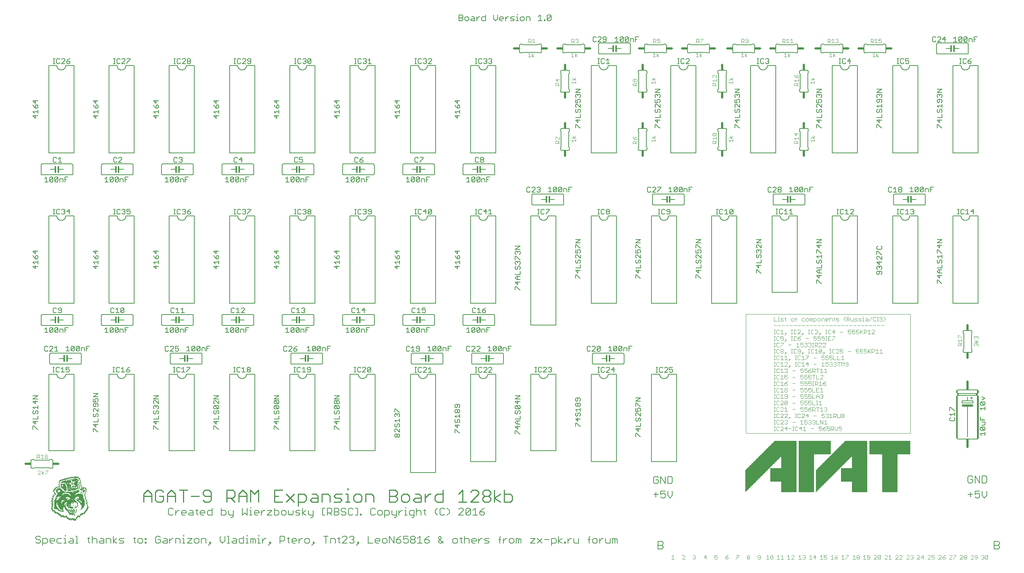
<source format=gto>
G75*
%MOIN*%
%OFA0B0*%
%FSLAX25Y25*%
%IPPOS*%
%LPD*%
%AMOC8*
5,1,8,0,0,1.08239X$1,22.5*
%
%ADD10C,0.00600*%
%ADD11C,0.00900*%
%ADD12C,0.00300*%
%ADD13R,0.13780X0.00197*%
%ADD14R,0.00394X0.00197*%
%ADD15R,0.00787X0.00197*%
%ADD16R,0.01181X0.00197*%
%ADD17R,0.01575X0.00197*%
%ADD18R,0.01969X0.00197*%
%ADD19R,0.02362X0.00197*%
%ADD20R,0.02756X0.00197*%
%ADD21R,0.03150X0.00197*%
%ADD22R,0.03543X0.00197*%
%ADD23R,0.03937X0.00197*%
%ADD24R,0.04331X0.00197*%
%ADD25R,0.04724X0.00197*%
%ADD26R,0.05118X0.00197*%
%ADD27R,0.05512X0.00197*%
%ADD28R,0.05906X0.00197*%
%ADD29R,0.06299X0.00197*%
%ADD30R,0.06693X0.00197*%
%ADD31R,0.07087X0.00197*%
%ADD32R,0.07480X0.00197*%
%ADD33R,0.07874X0.00197*%
%ADD34R,0.08268X0.00197*%
%ADD35R,0.08661X0.00197*%
%ADD36R,0.09055X0.00197*%
%ADD37R,0.09449X0.00197*%
%ADD38R,0.14173X0.00197*%
%ADD39R,0.09843X0.00197*%
%ADD40R,0.24016X0.00197*%
%ADD41R,0.10236X0.00197*%
%ADD42R,0.10630X0.00197*%
%ADD43R,0.11024X0.00197*%
%ADD44R,0.11417X0.00197*%
%ADD45R,0.11811X0.00197*%
%ADD46R,0.12205X0.00197*%
%ADD47R,0.12598X0.00197*%
%ADD48R,0.12992X0.00197*%
%ADD49R,0.13386X0.00197*%
%ADD50R,0.14567X0.00197*%
%ADD51R,0.14961X0.00197*%
%ADD52R,0.15354X0.00197*%
%ADD53R,0.15748X0.00197*%
%ADD54R,0.16142X0.00197*%
%ADD55R,0.16535X0.00197*%
%ADD56R,0.16929X0.00197*%
%ADD57R,0.17323X0.00197*%
%ADD58R,0.17717X0.00197*%
%ADD59R,0.18110X0.00197*%
%ADD60R,0.18504X0.00197*%
%ADD61R,0.18898X0.00197*%
%ADD62R,0.19291X0.00197*%
%ADD63R,0.19685X0.00197*%
%ADD64R,0.20079X0.00197*%
%ADD65R,0.34252X0.00197*%
%ADD66R,0.33858X0.00197*%
%ADD67R,0.33465X0.00197*%
%ADD68R,0.33071X0.00197*%
%ADD69R,0.32677X0.00197*%
%ADD70R,0.32283X0.00197*%
%ADD71R,0.31890X0.00197*%
%ADD72R,0.29528X0.00197*%
%ADD73R,0.37402X0.00197*%
%ADD74R,0.31496X0.00197*%
%ADD75R,0.31102X0.00197*%
%ADD76R,0.30709X0.00197*%
%ADD77R,0.30315X0.00197*%
%ADD78R,0.29921X0.00197*%
%ADD79R,0.29134X0.00197*%
%ADD80R,0.28740X0.00197*%
%ADD81R,0.28346X0.00197*%
%ADD82R,0.27953X0.00197*%
%ADD83R,0.27559X0.00197*%
%ADD84R,0.27165X0.00197*%
%ADD85R,0.26772X0.00197*%
%ADD86R,0.26378X0.00197*%
%ADD87R,0.25984X0.00197*%
%ADD88R,0.25591X0.00197*%
%ADD89R,0.25197X0.00197*%
%ADD90R,0.24803X0.00197*%
%ADD91R,0.24409X0.00197*%
%ADD92R,0.23622X0.00197*%
%ADD93R,0.23228X0.00197*%
%ADD94R,0.22835X0.00197*%
%ADD95R,0.22441X0.00197*%
%ADD96R,0.22047X0.00197*%
%ADD97R,0.21654X0.00197*%
%ADD98R,0.21260X0.00197*%
%ADD99R,0.20866X0.00197*%
%ADD100R,0.20472X0.00197*%
%ADD101C,0.00394*%
%ADD102C,0.00500*%
%ADD103R,0.00472X0.00236*%
%ADD104R,0.00945X0.00236*%
%ADD105R,0.00709X0.00236*%
%ADD106R,0.01181X0.00236*%
%ADD107R,0.02598X0.00236*%
%ADD108R,0.01654X0.00236*%
%ADD109R,0.03071X0.00236*%
%ADD110R,0.03780X0.00236*%
%ADD111R,0.05906X0.00236*%
%ADD112R,0.06378X0.00236*%
%ADD113R,0.01417X0.00236*%
%ADD114R,0.03543X0.00236*%
%ADD115R,0.02362X0.00236*%
%ADD116R,0.01890X0.00236*%
%ADD117R,0.00236X0.00236*%
%ADD118R,0.04016X0.00236*%
%ADD119R,0.05669X0.00236*%
%ADD120R,0.02835X0.00236*%
%ADD121R,0.02126X0.00236*%
%ADD122R,0.03307X0.00236*%
%ADD123R,0.04252X0.00236*%
%ADD124R,0.06142X0.00236*%
%ADD125R,0.04488X0.00236*%
%ADD126R,0.04724X0.00236*%
%ADD127R,0.06614X0.00236*%
%ADD128R,0.05433X0.00236*%
%ADD129R,0.13228X0.00236*%
%ADD130R,0.12992X0.00236*%
%ADD131R,0.12283X0.00236*%
%ADD132R,0.09921X0.00236*%
%ADD133R,0.07323X0.00236*%
%ADD134R,0.07559X0.00236*%
%ADD135R,0.04961X0.00236*%
%ADD136R,0.10157X0.00236*%
%ADD137R,0.16299X0.00236*%
%ADD138R,0.08976X0.00236*%
%ADD139R,0.08268X0.00236*%
%ADD140R,0.08031X0.00236*%
%ADD141R,0.06850X0.00236*%
%ADD142R,0.05197X0.00236*%
%ADD143R,0.14882X0.00236*%
%ADD144R,0.21260X0.00236*%
%ADD145R,0.24803X0.00236*%
%ADD146R,0.12756X0.00236*%
%ADD147R,0.11339X0.00236*%
%ADD148R,0.09213X0.00236*%
%ADD149R,0.07087X0.00236*%
%ADD150R,0.08504X0.00236*%
%ADD151R,0.07795X0.00236*%
%ADD152R,0.09449X0.00236*%
%ADD153R,0.08740X0.00236*%
%ADD154R,0.09685X0.00236*%
%ADD155C,0.01200*%
%ADD156C,0.02000*%
%ADD157R,0.01500X0.02000*%
%ADD158C,0.00400*%
%ADD159R,0.02000X0.01500*%
%ADD160R,0.10000X0.02000*%
%ADD161R,0.02000X0.03000*%
D10*
X0046068Y0076166D02*
X0045001Y0077234D01*
X0046068Y0076166D02*
X0048204Y0076166D01*
X0049271Y0077234D01*
X0049271Y0078301D01*
X0048204Y0079369D01*
X0046068Y0079369D01*
X0045001Y0080436D01*
X0045001Y0081504D01*
X0046068Y0082572D01*
X0048204Y0082572D01*
X0049271Y0081504D01*
X0051446Y0080436D02*
X0054649Y0080436D01*
X0055717Y0079369D01*
X0055717Y0077234D01*
X0054649Y0076166D01*
X0051446Y0076166D01*
X0051446Y0074031D02*
X0051446Y0080436D01*
X0057892Y0079369D02*
X0057892Y0077234D01*
X0058959Y0076166D01*
X0061095Y0076166D01*
X0062162Y0078301D02*
X0057892Y0078301D01*
X0057892Y0079369D02*
X0058959Y0080436D01*
X0061095Y0080436D01*
X0062162Y0079369D01*
X0062162Y0078301D01*
X0064337Y0077234D02*
X0065405Y0076166D01*
X0068608Y0076166D01*
X0070783Y0076166D02*
X0072918Y0076166D01*
X0071850Y0076166D02*
X0071850Y0080436D01*
X0070783Y0080436D01*
X0068608Y0080436D02*
X0065405Y0080436D01*
X0064337Y0079369D01*
X0064337Y0077234D01*
X0071850Y0082572D02*
X0071850Y0083639D01*
X0076147Y0080436D02*
X0078283Y0080436D01*
X0079350Y0079369D01*
X0079350Y0076166D01*
X0076147Y0076166D01*
X0075080Y0077234D01*
X0076147Y0078301D01*
X0079350Y0078301D01*
X0081525Y0076166D02*
X0083660Y0076166D01*
X0082593Y0076166D02*
X0082593Y0082572D01*
X0081525Y0082572D01*
X0092268Y0080436D02*
X0094403Y0080436D01*
X0093335Y0081504D02*
X0093335Y0077234D01*
X0094403Y0076166D01*
X0096565Y0076166D02*
X0096565Y0082572D01*
X0097632Y0080436D02*
X0099767Y0080436D01*
X0100835Y0079369D01*
X0100835Y0076166D01*
X0103010Y0077234D02*
X0104078Y0078301D01*
X0107281Y0078301D01*
X0107281Y0079369D02*
X0107281Y0076166D01*
X0104078Y0076166D01*
X0103010Y0077234D01*
X0104078Y0080436D02*
X0106213Y0080436D01*
X0107281Y0079369D01*
X0109456Y0080436D02*
X0112658Y0080436D01*
X0113726Y0079369D01*
X0113726Y0076166D01*
X0115901Y0076166D02*
X0115901Y0082572D01*
X0119104Y0080436D02*
X0115901Y0078301D01*
X0119104Y0076166D01*
X0121273Y0076166D02*
X0124475Y0076166D01*
X0125543Y0077234D01*
X0124475Y0078301D01*
X0122340Y0078301D01*
X0121273Y0079369D01*
X0122340Y0080436D01*
X0125543Y0080436D01*
X0134163Y0080436D02*
X0136299Y0080436D01*
X0135231Y0081504D02*
X0135231Y0077234D01*
X0136299Y0076166D01*
X0138460Y0077234D02*
X0139528Y0076166D01*
X0141663Y0076166D01*
X0142731Y0077234D01*
X0142731Y0079369D01*
X0141663Y0080436D01*
X0139528Y0080436D01*
X0138460Y0079369D01*
X0138460Y0077234D01*
X0144906Y0077234D02*
X0144906Y0076166D01*
X0145974Y0076166D01*
X0145974Y0077234D01*
X0144906Y0077234D01*
X0144906Y0079369D02*
X0144906Y0080436D01*
X0145974Y0080436D01*
X0145974Y0079369D01*
X0144906Y0079369D01*
X0154574Y0081504D02*
X0154574Y0077234D01*
X0155642Y0076166D01*
X0157777Y0076166D01*
X0158845Y0077234D01*
X0158845Y0079369D01*
X0156709Y0079369D01*
X0154574Y0081504D02*
X0155642Y0082572D01*
X0157777Y0082572D01*
X0158845Y0081504D01*
X0162087Y0080436D02*
X0164222Y0080436D01*
X0165290Y0079369D01*
X0165290Y0076166D01*
X0162087Y0076166D01*
X0161020Y0077234D01*
X0162087Y0078301D01*
X0165290Y0078301D01*
X0167465Y0078301D02*
X0169600Y0080436D01*
X0170668Y0080436D01*
X0172836Y0080436D02*
X0172836Y0076166D01*
X0172836Y0080436D02*
X0176039Y0080436D01*
X0177107Y0079369D01*
X0177107Y0076166D01*
X0179282Y0076166D02*
X0181417Y0076166D01*
X0180350Y0076166D02*
X0180350Y0080436D01*
X0179282Y0080436D01*
X0180350Y0082572D02*
X0180350Y0083639D01*
X0183579Y0080436D02*
X0187849Y0080436D01*
X0183579Y0076166D01*
X0187849Y0076166D01*
X0190024Y0077234D02*
X0191092Y0076166D01*
X0193227Y0076166D01*
X0194295Y0077234D01*
X0194295Y0079369D01*
X0193227Y0080436D01*
X0191092Y0080436D01*
X0190024Y0079369D01*
X0190024Y0077234D01*
X0196470Y0076166D02*
X0196470Y0080436D01*
X0199673Y0080436D01*
X0200740Y0079369D01*
X0200740Y0076166D01*
X0202915Y0074031D02*
X0205051Y0076166D01*
X0203983Y0076166D01*
X0203983Y0077234D01*
X0205051Y0077234D01*
X0205051Y0076166D01*
X0213658Y0078301D02*
X0213658Y0082572D01*
X0217928Y0082572D02*
X0217928Y0078301D01*
X0215793Y0076166D01*
X0213658Y0078301D01*
X0220103Y0076166D02*
X0222239Y0076166D01*
X0221171Y0076166D02*
X0221171Y0082572D01*
X0220103Y0082572D01*
X0225468Y0080436D02*
X0227603Y0080436D01*
X0228671Y0079369D01*
X0228671Y0076166D01*
X0225468Y0076166D01*
X0224400Y0077234D01*
X0225468Y0078301D01*
X0228671Y0078301D01*
X0230846Y0077234D02*
X0230846Y0079369D01*
X0231914Y0080436D01*
X0235116Y0080436D01*
X0235116Y0082572D02*
X0235116Y0076166D01*
X0231914Y0076166D01*
X0230846Y0077234D01*
X0237291Y0076166D02*
X0239427Y0076166D01*
X0238359Y0076166D02*
X0238359Y0080436D01*
X0237291Y0080436D01*
X0238359Y0082572D02*
X0238359Y0083639D01*
X0241588Y0080436D02*
X0242656Y0080436D01*
X0243724Y0079369D01*
X0244791Y0080436D01*
X0245859Y0079369D01*
X0245859Y0076166D01*
X0243724Y0076166D02*
X0243724Y0079369D01*
X0241588Y0080436D02*
X0241588Y0076166D01*
X0248034Y0076166D02*
X0250169Y0076166D01*
X0249102Y0076166D02*
X0249102Y0080436D01*
X0248034Y0080436D01*
X0249102Y0082572D02*
X0249102Y0083639D01*
X0252331Y0080436D02*
X0252331Y0076166D01*
X0252331Y0078301D02*
X0254466Y0080436D01*
X0255534Y0080436D01*
X0258770Y0077234D02*
X0258770Y0076166D01*
X0259837Y0076166D01*
X0259837Y0077234D01*
X0258770Y0077234D01*
X0259837Y0076166D02*
X0257702Y0074031D01*
X0268445Y0076166D02*
X0268445Y0082572D01*
X0271647Y0082572D01*
X0272715Y0081504D01*
X0272715Y0079369D01*
X0271647Y0078301D01*
X0268445Y0078301D01*
X0274890Y0080436D02*
X0277025Y0080436D01*
X0275958Y0081504D02*
X0275958Y0077234D01*
X0277025Y0076166D01*
X0279187Y0077234D02*
X0279187Y0079369D01*
X0280255Y0080436D01*
X0282390Y0080436D01*
X0283457Y0079369D01*
X0283457Y0078301D01*
X0279187Y0078301D01*
X0279187Y0077234D02*
X0280255Y0076166D01*
X0282390Y0076166D01*
X0285633Y0076166D02*
X0285633Y0080436D01*
X0285633Y0078301D02*
X0287768Y0080436D01*
X0288835Y0080436D01*
X0291004Y0079369D02*
X0291004Y0077234D01*
X0292071Y0076166D01*
X0294207Y0076166D01*
X0295274Y0077234D01*
X0295274Y0079369D01*
X0294207Y0080436D01*
X0292071Y0080436D01*
X0291004Y0079369D01*
X0298517Y0077234D02*
X0298517Y0076166D01*
X0299585Y0076166D01*
X0299585Y0077234D01*
X0298517Y0077234D01*
X0299585Y0076166D02*
X0297449Y0074031D01*
X0310327Y0076166D02*
X0310327Y0082572D01*
X0308192Y0082572D02*
X0312462Y0082572D01*
X0314637Y0080436D02*
X0314637Y0076166D01*
X0314637Y0080436D02*
X0317840Y0080436D01*
X0318908Y0079369D01*
X0318908Y0076166D01*
X0322150Y0077234D02*
X0323218Y0076166D01*
X0322150Y0077234D02*
X0322150Y0081504D01*
X0321083Y0080436D02*
X0323218Y0080436D01*
X0325380Y0081504D02*
X0326447Y0082572D01*
X0328583Y0082572D01*
X0329650Y0081504D01*
X0329650Y0080436D01*
X0325380Y0076166D01*
X0329650Y0076166D01*
X0331825Y0077234D02*
X0332893Y0076166D01*
X0335028Y0076166D01*
X0336096Y0077234D01*
X0336096Y0078301D01*
X0335028Y0079369D01*
X0333961Y0079369D01*
X0335028Y0079369D02*
X0336096Y0080436D01*
X0336096Y0081504D01*
X0335028Y0082572D01*
X0332893Y0082572D01*
X0331825Y0081504D01*
X0339338Y0077234D02*
X0339338Y0076166D01*
X0340406Y0076166D01*
X0340406Y0077234D01*
X0339338Y0077234D01*
X0340406Y0076166D02*
X0338271Y0074031D01*
X0349013Y0076166D02*
X0349013Y0082572D01*
X0349013Y0076166D02*
X0353284Y0076166D01*
X0355459Y0077234D02*
X0355459Y0079369D01*
X0356526Y0080436D01*
X0358662Y0080436D01*
X0359729Y0079369D01*
X0359729Y0078301D01*
X0355459Y0078301D01*
X0355459Y0077234D02*
X0356526Y0076166D01*
X0358662Y0076166D01*
X0361904Y0077234D02*
X0361904Y0079369D01*
X0362972Y0080436D01*
X0365107Y0080436D01*
X0366175Y0079369D01*
X0366175Y0077234D01*
X0365107Y0076166D01*
X0362972Y0076166D01*
X0361904Y0077234D01*
X0368350Y0076166D02*
X0368350Y0082572D01*
X0372620Y0076166D01*
X0372620Y0082572D01*
X0374795Y0079369D02*
X0377998Y0079369D01*
X0379066Y0078301D01*
X0379066Y0077234D01*
X0377998Y0076166D01*
X0375863Y0076166D01*
X0374795Y0077234D01*
X0374795Y0079369D01*
X0376931Y0081504D01*
X0379066Y0082572D01*
X0381241Y0082572D02*
X0381241Y0079369D01*
X0383376Y0080436D01*
X0384444Y0080436D01*
X0385511Y0079369D01*
X0385511Y0077234D01*
X0384444Y0076166D01*
X0382308Y0076166D01*
X0381241Y0077234D01*
X0381241Y0082572D02*
X0385511Y0082572D01*
X0387686Y0081504D02*
X0387686Y0080436D01*
X0388754Y0079369D01*
X0390889Y0079369D01*
X0391957Y0078301D01*
X0391957Y0077234D01*
X0390889Y0076166D01*
X0388754Y0076166D01*
X0387686Y0077234D01*
X0387686Y0078301D01*
X0388754Y0079369D01*
X0390889Y0079369D02*
X0391957Y0080436D01*
X0391957Y0081504D01*
X0390889Y0082572D01*
X0388754Y0082572D01*
X0387686Y0081504D01*
X0394132Y0080436D02*
X0396267Y0082572D01*
X0396267Y0076166D01*
X0394132Y0076166D02*
X0398402Y0076166D01*
X0400577Y0077234D02*
X0400577Y0079369D01*
X0403780Y0079369D01*
X0404848Y0078301D01*
X0404848Y0077234D01*
X0403780Y0076166D01*
X0401645Y0076166D01*
X0400577Y0077234D01*
X0400577Y0079369D02*
X0402713Y0081504D01*
X0404848Y0082572D01*
X0413468Y0081504D02*
X0413468Y0080436D01*
X0417739Y0076166D01*
X0417739Y0078301D02*
X0415604Y0076166D01*
X0414536Y0076166D01*
X0413468Y0077234D01*
X0413468Y0078301D01*
X0415604Y0080436D01*
X0415604Y0081504D01*
X0414536Y0082572D01*
X0413468Y0081504D01*
X0426359Y0079369D02*
X0426359Y0077234D01*
X0427427Y0076166D01*
X0429562Y0076166D01*
X0430630Y0077234D01*
X0430630Y0079369D01*
X0429562Y0080436D01*
X0427427Y0080436D01*
X0426359Y0079369D01*
X0432805Y0080436D02*
X0434940Y0080436D01*
X0433872Y0081504D02*
X0433872Y0077234D01*
X0434940Y0076166D01*
X0437102Y0076166D02*
X0437102Y0082572D01*
X0438169Y0080436D02*
X0437102Y0079369D01*
X0438169Y0080436D02*
X0440305Y0080436D01*
X0441372Y0079369D01*
X0441372Y0076166D01*
X0443547Y0077234D02*
X0443547Y0079369D01*
X0444615Y0080436D01*
X0446750Y0080436D01*
X0447818Y0079369D01*
X0447818Y0078301D01*
X0443547Y0078301D01*
X0443547Y0077234D02*
X0444615Y0076166D01*
X0446750Y0076166D01*
X0449993Y0076166D02*
X0449993Y0080436D01*
X0449993Y0078301D02*
X0452128Y0080436D01*
X0453196Y0080436D01*
X0455364Y0079369D02*
X0456432Y0080436D01*
X0459634Y0080436D01*
X0458567Y0078301D02*
X0456432Y0078301D01*
X0455364Y0079369D01*
X0455364Y0076166D02*
X0458567Y0076166D01*
X0459634Y0077234D01*
X0458567Y0078301D01*
X0468255Y0079369D02*
X0470390Y0079369D01*
X0469323Y0081504D02*
X0470390Y0082572D01*
X0469323Y0081504D02*
X0469323Y0076166D01*
X0472552Y0076166D02*
X0472552Y0080436D01*
X0472552Y0078301D02*
X0474687Y0080436D01*
X0475755Y0080436D01*
X0477923Y0079369D02*
X0477923Y0077234D01*
X0478991Y0076166D01*
X0481126Y0076166D01*
X0482194Y0077234D01*
X0482194Y0079369D01*
X0481126Y0080436D01*
X0478991Y0080436D01*
X0477923Y0079369D01*
X0484369Y0080436D02*
X0485436Y0080436D01*
X0486504Y0079369D01*
X0487572Y0080436D01*
X0488639Y0079369D01*
X0488639Y0076166D01*
X0486504Y0076166D02*
X0486504Y0079369D01*
X0484369Y0080436D02*
X0484369Y0076166D01*
X0497260Y0076166D02*
X0501530Y0076166D01*
X0503705Y0076166D02*
X0507976Y0080436D01*
X0510151Y0079369D02*
X0514421Y0079369D01*
X0516596Y0080436D02*
X0519799Y0080436D01*
X0520867Y0079369D01*
X0520867Y0077234D01*
X0519799Y0076166D01*
X0516596Y0076166D01*
X0516596Y0074031D02*
X0516596Y0080436D01*
X0523042Y0078301D02*
X0526245Y0080436D01*
X0523042Y0078301D02*
X0526245Y0076166D01*
X0528413Y0076166D02*
X0529481Y0076166D01*
X0529481Y0077234D01*
X0528413Y0077234D01*
X0528413Y0076166D01*
X0531636Y0076166D02*
X0531636Y0080436D01*
X0531636Y0078301D02*
X0533771Y0080436D01*
X0534839Y0080436D01*
X0537007Y0080436D02*
X0537007Y0077234D01*
X0538075Y0076166D01*
X0541277Y0076166D01*
X0541277Y0080436D01*
X0549898Y0079369D02*
X0552033Y0079369D01*
X0554195Y0079369D02*
X0554195Y0077234D01*
X0555263Y0076166D01*
X0557398Y0076166D01*
X0558465Y0077234D01*
X0558465Y0079369D01*
X0557398Y0080436D01*
X0555263Y0080436D01*
X0554195Y0079369D01*
X0552033Y0082572D02*
X0550966Y0081504D01*
X0550966Y0076166D01*
X0560641Y0076166D02*
X0560641Y0080436D01*
X0560641Y0078301D02*
X0562776Y0080436D01*
X0563843Y0080436D01*
X0566012Y0080436D02*
X0566012Y0077234D01*
X0567079Y0076166D01*
X0570282Y0076166D01*
X0570282Y0080436D01*
X0572457Y0080436D02*
X0572457Y0076166D01*
X0574592Y0076166D02*
X0574592Y0079369D01*
X0575660Y0080436D01*
X0576728Y0079369D01*
X0576728Y0076166D01*
X0574592Y0079369D02*
X0573525Y0080436D01*
X0572457Y0080436D01*
X0613898Y0077935D02*
X0613898Y0070654D01*
X0617539Y0070654D01*
X0618752Y0071868D01*
X0618752Y0073081D01*
X0617539Y0074294D01*
X0613898Y0074294D01*
X0617539Y0074294D02*
X0618752Y0075508D01*
X0618752Y0076721D01*
X0617539Y0077935D01*
X0613898Y0077935D01*
X0617474Y0117505D02*
X0616407Y0118572D01*
X0617474Y0117505D02*
X0619610Y0117505D01*
X0620677Y0118572D01*
X0620677Y0120707D01*
X0619610Y0121775D01*
X0618542Y0121775D01*
X0616407Y0120707D01*
X0616407Y0123910D01*
X0620677Y0123910D01*
X0622852Y0123910D02*
X0622852Y0119640D01*
X0624988Y0117505D01*
X0627123Y0119640D01*
X0627123Y0123910D01*
X0614232Y0120707D02*
X0609961Y0120707D01*
X0612097Y0122843D02*
X0612097Y0118572D01*
X0613164Y0130891D02*
X0614232Y0131958D01*
X0614232Y0134093D01*
X0612097Y0134093D01*
X0614232Y0136228D02*
X0613164Y0137296D01*
X0611029Y0137296D01*
X0609961Y0136228D01*
X0609961Y0131958D01*
X0611029Y0130891D01*
X0613164Y0130891D01*
X0616407Y0130891D02*
X0616407Y0137296D01*
X0620677Y0130891D01*
X0620677Y0137296D01*
X0622852Y0137296D02*
X0626055Y0137296D01*
X0627123Y0136228D01*
X0627123Y0131958D01*
X0626055Y0130891D01*
X0622852Y0130891D01*
X0622852Y0137296D01*
X0631004Y0150827D02*
X0608004Y0150827D01*
X0608004Y0230827D01*
X0615504Y0230827D01*
X0615506Y0230701D01*
X0615512Y0230576D01*
X0615522Y0230451D01*
X0615536Y0230326D01*
X0615553Y0230201D01*
X0615575Y0230077D01*
X0615600Y0229954D01*
X0615630Y0229832D01*
X0615663Y0229711D01*
X0615700Y0229591D01*
X0615740Y0229472D01*
X0615785Y0229355D01*
X0615833Y0229238D01*
X0615885Y0229124D01*
X0615940Y0229011D01*
X0615999Y0228900D01*
X0616061Y0228791D01*
X0616127Y0228684D01*
X0616196Y0228579D01*
X0616268Y0228476D01*
X0616343Y0228375D01*
X0616422Y0228277D01*
X0616504Y0228182D01*
X0616588Y0228089D01*
X0616676Y0227999D01*
X0616766Y0227911D01*
X0616859Y0227827D01*
X0616954Y0227745D01*
X0617052Y0227666D01*
X0617153Y0227591D01*
X0617256Y0227519D01*
X0617361Y0227450D01*
X0617468Y0227384D01*
X0617577Y0227322D01*
X0617688Y0227263D01*
X0617801Y0227208D01*
X0617915Y0227156D01*
X0618032Y0227108D01*
X0618149Y0227063D01*
X0618268Y0227023D01*
X0618388Y0226986D01*
X0618509Y0226953D01*
X0618631Y0226923D01*
X0618754Y0226898D01*
X0618878Y0226876D01*
X0619003Y0226859D01*
X0619128Y0226845D01*
X0619253Y0226835D01*
X0619378Y0226829D01*
X0619504Y0226827D01*
X0619630Y0226829D01*
X0619755Y0226835D01*
X0619880Y0226845D01*
X0620005Y0226859D01*
X0620130Y0226876D01*
X0620254Y0226898D01*
X0620377Y0226923D01*
X0620499Y0226953D01*
X0620620Y0226986D01*
X0620740Y0227023D01*
X0620859Y0227063D01*
X0620976Y0227108D01*
X0621093Y0227156D01*
X0621207Y0227208D01*
X0621320Y0227263D01*
X0621431Y0227322D01*
X0621540Y0227384D01*
X0621647Y0227450D01*
X0621752Y0227519D01*
X0621855Y0227591D01*
X0621956Y0227666D01*
X0622054Y0227745D01*
X0622149Y0227827D01*
X0622242Y0227911D01*
X0622332Y0227999D01*
X0622420Y0228089D01*
X0622504Y0228182D01*
X0622586Y0228277D01*
X0622665Y0228375D01*
X0622740Y0228476D01*
X0622812Y0228579D01*
X0622881Y0228684D01*
X0622947Y0228791D01*
X0623009Y0228900D01*
X0623068Y0229011D01*
X0623123Y0229124D01*
X0623175Y0229238D01*
X0623223Y0229355D01*
X0623268Y0229472D01*
X0623308Y0229591D01*
X0623345Y0229711D01*
X0623378Y0229832D01*
X0623408Y0229954D01*
X0623433Y0230077D01*
X0623455Y0230201D01*
X0623472Y0230326D01*
X0623486Y0230451D01*
X0623496Y0230576D01*
X0623502Y0230701D01*
X0623504Y0230827D01*
X0631004Y0230827D01*
X0631004Y0150827D01*
X0575886Y0150827D02*
X0552886Y0150827D01*
X0552886Y0230827D01*
X0560386Y0230827D01*
X0560388Y0230701D01*
X0560394Y0230576D01*
X0560404Y0230451D01*
X0560418Y0230326D01*
X0560435Y0230201D01*
X0560457Y0230077D01*
X0560482Y0229954D01*
X0560512Y0229832D01*
X0560545Y0229711D01*
X0560582Y0229591D01*
X0560622Y0229472D01*
X0560667Y0229355D01*
X0560715Y0229238D01*
X0560767Y0229124D01*
X0560822Y0229011D01*
X0560881Y0228900D01*
X0560943Y0228791D01*
X0561009Y0228684D01*
X0561078Y0228579D01*
X0561150Y0228476D01*
X0561225Y0228375D01*
X0561304Y0228277D01*
X0561386Y0228182D01*
X0561470Y0228089D01*
X0561558Y0227999D01*
X0561648Y0227911D01*
X0561741Y0227827D01*
X0561836Y0227745D01*
X0561934Y0227666D01*
X0562035Y0227591D01*
X0562138Y0227519D01*
X0562243Y0227450D01*
X0562350Y0227384D01*
X0562459Y0227322D01*
X0562570Y0227263D01*
X0562683Y0227208D01*
X0562797Y0227156D01*
X0562914Y0227108D01*
X0563031Y0227063D01*
X0563150Y0227023D01*
X0563270Y0226986D01*
X0563391Y0226953D01*
X0563513Y0226923D01*
X0563636Y0226898D01*
X0563760Y0226876D01*
X0563885Y0226859D01*
X0564010Y0226845D01*
X0564135Y0226835D01*
X0564260Y0226829D01*
X0564386Y0226827D01*
X0564512Y0226829D01*
X0564637Y0226835D01*
X0564762Y0226845D01*
X0564887Y0226859D01*
X0565012Y0226876D01*
X0565136Y0226898D01*
X0565259Y0226923D01*
X0565381Y0226953D01*
X0565502Y0226986D01*
X0565622Y0227023D01*
X0565741Y0227063D01*
X0565858Y0227108D01*
X0565975Y0227156D01*
X0566089Y0227208D01*
X0566202Y0227263D01*
X0566313Y0227322D01*
X0566422Y0227384D01*
X0566529Y0227450D01*
X0566634Y0227519D01*
X0566737Y0227591D01*
X0566838Y0227666D01*
X0566936Y0227745D01*
X0567031Y0227827D01*
X0567124Y0227911D01*
X0567214Y0227999D01*
X0567302Y0228089D01*
X0567386Y0228182D01*
X0567468Y0228277D01*
X0567547Y0228375D01*
X0567622Y0228476D01*
X0567694Y0228579D01*
X0567763Y0228684D01*
X0567829Y0228791D01*
X0567891Y0228900D01*
X0567950Y0229011D01*
X0568005Y0229124D01*
X0568057Y0229238D01*
X0568105Y0229355D01*
X0568150Y0229472D01*
X0568190Y0229591D01*
X0568227Y0229711D01*
X0568260Y0229832D01*
X0568290Y0229954D01*
X0568315Y0230077D01*
X0568337Y0230201D01*
X0568354Y0230326D01*
X0568368Y0230451D01*
X0568378Y0230576D01*
X0568384Y0230701D01*
X0568386Y0230827D01*
X0575886Y0230827D01*
X0575886Y0150827D01*
X0520768Y0160945D02*
X0497768Y0160945D01*
X0497768Y0230945D01*
X0505268Y0230945D01*
X0505270Y0230819D01*
X0505276Y0230694D01*
X0505286Y0230569D01*
X0505300Y0230444D01*
X0505317Y0230319D01*
X0505339Y0230195D01*
X0505364Y0230072D01*
X0505394Y0229950D01*
X0505427Y0229829D01*
X0505464Y0229709D01*
X0505504Y0229590D01*
X0505549Y0229473D01*
X0505597Y0229356D01*
X0505649Y0229242D01*
X0505704Y0229129D01*
X0505763Y0229018D01*
X0505825Y0228909D01*
X0505891Y0228802D01*
X0505960Y0228697D01*
X0506032Y0228594D01*
X0506107Y0228493D01*
X0506186Y0228395D01*
X0506268Y0228300D01*
X0506352Y0228207D01*
X0506440Y0228117D01*
X0506530Y0228029D01*
X0506623Y0227945D01*
X0506718Y0227863D01*
X0506816Y0227784D01*
X0506917Y0227709D01*
X0507020Y0227637D01*
X0507125Y0227568D01*
X0507232Y0227502D01*
X0507341Y0227440D01*
X0507452Y0227381D01*
X0507565Y0227326D01*
X0507679Y0227274D01*
X0507796Y0227226D01*
X0507913Y0227181D01*
X0508032Y0227141D01*
X0508152Y0227104D01*
X0508273Y0227071D01*
X0508395Y0227041D01*
X0508518Y0227016D01*
X0508642Y0226994D01*
X0508767Y0226977D01*
X0508892Y0226963D01*
X0509017Y0226953D01*
X0509142Y0226947D01*
X0509268Y0226945D01*
X0509394Y0226947D01*
X0509519Y0226953D01*
X0509644Y0226963D01*
X0509769Y0226977D01*
X0509894Y0226994D01*
X0510018Y0227016D01*
X0510141Y0227041D01*
X0510263Y0227071D01*
X0510384Y0227104D01*
X0510504Y0227141D01*
X0510623Y0227181D01*
X0510740Y0227226D01*
X0510857Y0227274D01*
X0510971Y0227326D01*
X0511084Y0227381D01*
X0511195Y0227440D01*
X0511304Y0227502D01*
X0511411Y0227568D01*
X0511516Y0227637D01*
X0511619Y0227709D01*
X0511720Y0227784D01*
X0511818Y0227863D01*
X0511913Y0227945D01*
X0512006Y0228029D01*
X0512096Y0228117D01*
X0512184Y0228207D01*
X0512268Y0228300D01*
X0512350Y0228395D01*
X0512429Y0228493D01*
X0512504Y0228594D01*
X0512576Y0228697D01*
X0512645Y0228802D01*
X0512711Y0228909D01*
X0512773Y0229018D01*
X0512832Y0229129D01*
X0512887Y0229242D01*
X0512939Y0229356D01*
X0512987Y0229473D01*
X0513032Y0229590D01*
X0513072Y0229709D01*
X0513109Y0229829D01*
X0513142Y0229950D01*
X0513172Y0230072D01*
X0513197Y0230195D01*
X0513219Y0230319D01*
X0513236Y0230444D01*
X0513250Y0230569D01*
X0513260Y0230694D01*
X0513266Y0230819D01*
X0513268Y0230945D01*
X0520768Y0230945D01*
X0520768Y0160945D01*
X0465650Y0150827D02*
X0442650Y0150827D01*
X0442650Y0230827D01*
X0450150Y0230827D01*
X0450152Y0230701D01*
X0450158Y0230576D01*
X0450168Y0230451D01*
X0450182Y0230326D01*
X0450199Y0230201D01*
X0450221Y0230077D01*
X0450246Y0229954D01*
X0450276Y0229832D01*
X0450309Y0229711D01*
X0450346Y0229591D01*
X0450386Y0229472D01*
X0450431Y0229355D01*
X0450479Y0229238D01*
X0450531Y0229124D01*
X0450586Y0229011D01*
X0450645Y0228900D01*
X0450707Y0228791D01*
X0450773Y0228684D01*
X0450842Y0228579D01*
X0450914Y0228476D01*
X0450989Y0228375D01*
X0451068Y0228277D01*
X0451150Y0228182D01*
X0451234Y0228089D01*
X0451322Y0227999D01*
X0451412Y0227911D01*
X0451505Y0227827D01*
X0451600Y0227745D01*
X0451698Y0227666D01*
X0451799Y0227591D01*
X0451902Y0227519D01*
X0452007Y0227450D01*
X0452114Y0227384D01*
X0452223Y0227322D01*
X0452334Y0227263D01*
X0452447Y0227208D01*
X0452561Y0227156D01*
X0452678Y0227108D01*
X0452795Y0227063D01*
X0452914Y0227023D01*
X0453034Y0226986D01*
X0453155Y0226953D01*
X0453277Y0226923D01*
X0453400Y0226898D01*
X0453524Y0226876D01*
X0453649Y0226859D01*
X0453774Y0226845D01*
X0453899Y0226835D01*
X0454024Y0226829D01*
X0454150Y0226827D01*
X0454276Y0226829D01*
X0454401Y0226835D01*
X0454526Y0226845D01*
X0454651Y0226859D01*
X0454776Y0226876D01*
X0454900Y0226898D01*
X0455023Y0226923D01*
X0455145Y0226953D01*
X0455266Y0226986D01*
X0455386Y0227023D01*
X0455505Y0227063D01*
X0455622Y0227108D01*
X0455739Y0227156D01*
X0455853Y0227208D01*
X0455966Y0227263D01*
X0456077Y0227322D01*
X0456186Y0227384D01*
X0456293Y0227450D01*
X0456398Y0227519D01*
X0456501Y0227591D01*
X0456602Y0227666D01*
X0456700Y0227745D01*
X0456795Y0227827D01*
X0456888Y0227911D01*
X0456978Y0227999D01*
X0457066Y0228089D01*
X0457150Y0228182D01*
X0457232Y0228277D01*
X0457311Y0228375D01*
X0457386Y0228476D01*
X0457458Y0228579D01*
X0457527Y0228684D01*
X0457593Y0228791D01*
X0457655Y0228900D01*
X0457714Y0229011D01*
X0457769Y0229124D01*
X0457821Y0229238D01*
X0457869Y0229355D01*
X0457914Y0229472D01*
X0457954Y0229591D01*
X0457991Y0229711D01*
X0458024Y0229832D01*
X0458054Y0229954D01*
X0458079Y0230077D01*
X0458101Y0230201D01*
X0458118Y0230326D01*
X0458132Y0230451D01*
X0458142Y0230576D01*
X0458148Y0230701D01*
X0458150Y0230827D01*
X0465650Y0230827D01*
X0465650Y0150827D01*
X0410531Y0140827D02*
X0387531Y0140827D01*
X0387531Y0230827D01*
X0395031Y0230827D01*
X0395033Y0230701D01*
X0395039Y0230576D01*
X0395049Y0230451D01*
X0395063Y0230326D01*
X0395080Y0230201D01*
X0395102Y0230077D01*
X0395127Y0229954D01*
X0395157Y0229832D01*
X0395190Y0229711D01*
X0395227Y0229591D01*
X0395267Y0229472D01*
X0395312Y0229355D01*
X0395360Y0229238D01*
X0395412Y0229124D01*
X0395467Y0229011D01*
X0395526Y0228900D01*
X0395588Y0228791D01*
X0395654Y0228684D01*
X0395723Y0228579D01*
X0395795Y0228476D01*
X0395870Y0228375D01*
X0395949Y0228277D01*
X0396031Y0228182D01*
X0396115Y0228089D01*
X0396203Y0227999D01*
X0396293Y0227911D01*
X0396386Y0227827D01*
X0396481Y0227745D01*
X0396579Y0227666D01*
X0396680Y0227591D01*
X0396783Y0227519D01*
X0396888Y0227450D01*
X0396995Y0227384D01*
X0397104Y0227322D01*
X0397215Y0227263D01*
X0397328Y0227208D01*
X0397442Y0227156D01*
X0397559Y0227108D01*
X0397676Y0227063D01*
X0397795Y0227023D01*
X0397915Y0226986D01*
X0398036Y0226953D01*
X0398158Y0226923D01*
X0398281Y0226898D01*
X0398405Y0226876D01*
X0398530Y0226859D01*
X0398655Y0226845D01*
X0398780Y0226835D01*
X0398905Y0226829D01*
X0399031Y0226827D01*
X0399157Y0226829D01*
X0399282Y0226835D01*
X0399407Y0226845D01*
X0399532Y0226859D01*
X0399657Y0226876D01*
X0399781Y0226898D01*
X0399904Y0226923D01*
X0400026Y0226953D01*
X0400147Y0226986D01*
X0400267Y0227023D01*
X0400386Y0227063D01*
X0400503Y0227108D01*
X0400620Y0227156D01*
X0400734Y0227208D01*
X0400847Y0227263D01*
X0400958Y0227322D01*
X0401067Y0227384D01*
X0401174Y0227450D01*
X0401279Y0227519D01*
X0401382Y0227591D01*
X0401483Y0227666D01*
X0401581Y0227745D01*
X0401676Y0227827D01*
X0401769Y0227911D01*
X0401859Y0227999D01*
X0401947Y0228089D01*
X0402031Y0228182D01*
X0402113Y0228277D01*
X0402192Y0228375D01*
X0402267Y0228476D01*
X0402339Y0228579D01*
X0402408Y0228684D01*
X0402474Y0228791D01*
X0402536Y0228900D01*
X0402595Y0229011D01*
X0402650Y0229124D01*
X0402702Y0229238D01*
X0402750Y0229355D01*
X0402795Y0229472D01*
X0402835Y0229591D01*
X0402872Y0229711D01*
X0402905Y0229832D01*
X0402935Y0229954D01*
X0402960Y0230077D01*
X0402982Y0230201D01*
X0402999Y0230326D01*
X0403013Y0230451D01*
X0403023Y0230576D01*
X0403029Y0230701D01*
X0403031Y0230827D01*
X0410531Y0230827D01*
X0410531Y0140827D01*
X0412447Y0108162D02*
X0410312Y0106027D01*
X0410312Y0103892D01*
X0412447Y0101757D01*
X0414609Y0102824D02*
X0415677Y0101757D01*
X0417812Y0101757D01*
X0418879Y0102824D01*
X0421055Y0101757D02*
X0423190Y0103892D01*
X0423190Y0106027D01*
X0421055Y0108162D01*
X0418879Y0107095D02*
X0417812Y0108162D01*
X0415677Y0108162D01*
X0414609Y0107095D01*
X0414609Y0102824D01*
X0401705Y0101757D02*
X0400637Y0102824D01*
X0400637Y0107095D01*
X0399570Y0106027D02*
X0401705Y0106027D01*
X0397394Y0104959D02*
X0397394Y0101757D01*
X0397394Y0104959D02*
X0396327Y0106027D01*
X0394192Y0106027D01*
X0393124Y0104959D01*
X0390949Y0106027D02*
X0387746Y0106027D01*
X0386679Y0104959D01*
X0386679Y0102824D01*
X0387746Y0101757D01*
X0390949Y0101757D01*
X0390949Y0100689D02*
X0390949Y0106027D01*
X0393124Y0108162D02*
X0393124Y0101757D01*
X0390949Y0100689D02*
X0389881Y0099622D01*
X0388814Y0099622D01*
X0384517Y0101757D02*
X0382382Y0101757D01*
X0383449Y0101757D02*
X0383449Y0106027D01*
X0382382Y0106027D01*
X0380213Y0106027D02*
X0379146Y0106027D01*
X0377010Y0103892D01*
X0377010Y0101757D02*
X0377010Y0106027D01*
X0374835Y0106027D02*
X0374835Y0100689D01*
X0373768Y0099622D01*
X0372700Y0099622D01*
X0371632Y0101757D02*
X0374835Y0101757D01*
X0371632Y0101757D02*
X0370565Y0102824D01*
X0370565Y0106027D01*
X0368390Y0104959D02*
X0368390Y0102824D01*
X0367322Y0101757D01*
X0364119Y0101757D01*
X0364119Y0099622D02*
X0364119Y0106027D01*
X0367322Y0106027D01*
X0368390Y0104959D01*
X0361944Y0104959D02*
X0360877Y0106027D01*
X0358741Y0106027D01*
X0357674Y0104959D01*
X0357674Y0102824D01*
X0358741Y0101757D01*
X0360877Y0101757D01*
X0361944Y0102824D01*
X0361944Y0104959D01*
X0355499Y0102824D02*
X0354431Y0101757D01*
X0352296Y0101757D01*
X0351228Y0102824D01*
X0351228Y0107095D01*
X0352296Y0108162D01*
X0354431Y0108162D01*
X0355499Y0107095D01*
X0342628Y0102824D02*
X0342628Y0101757D01*
X0341560Y0101757D01*
X0341560Y0102824D01*
X0342628Y0102824D01*
X0339398Y0101757D02*
X0339398Y0108162D01*
X0337263Y0108162D01*
X0335088Y0107095D02*
X0334020Y0108162D01*
X0331885Y0108162D01*
X0330818Y0107095D01*
X0330818Y0102824D01*
X0331885Y0101757D01*
X0334020Y0101757D01*
X0335088Y0102824D01*
X0337263Y0101757D02*
X0339398Y0101757D01*
X0328642Y0102824D02*
X0327575Y0101757D01*
X0325440Y0101757D01*
X0324372Y0102824D01*
X0322197Y0102824D02*
X0321129Y0101757D01*
X0317927Y0101757D01*
X0317927Y0108162D01*
X0321129Y0108162D01*
X0322197Y0107095D01*
X0322197Y0106027D01*
X0321129Y0104959D01*
X0317927Y0104959D01*
X0315751Y0104959D02*
X0314684Y0103892D01*
X0311481Y0103892D01*
X0313616Y0103892D02*
X0315751Y0101757D01*
X0315751Y0104959D02*
X0315751Y0107095D01*
X0314684Y0108162D01*
X0311481Y0108162D01*
X0311481Y0101757D01*
X0309319Y0101757D02*
X0307184Y0101757D01*
X0307184Y0108162D01*
X0309319Y0108162D01*
X0298563Y0106027D02*
X0298563Y0100689D01*
X0297496Y0099622D01*
X0296428Y0099622D01*
X0295361Y0101757D02*
X0298563Y0101757D01*
X0295361Y0101757D02*
X0294293Y0102824D01*
X0294293Y0106027D01*
X0292125Y0106027D02*
X0288922Y0103892D01*
X0292125Y0101757D01*
X0288922Y0101757D02*
X0288922Y0108162D01*
X0286747Y0106027D02*
X0283544Y0106027D01*
X0282476Y0104959D01*
X0283544Y0103892D01*
X0285679Y0103892D01*
X0286747Y0102824D01*
X0285679Y0101757D01*
X0282476Y0101757D01*
X0280301Y0102824D02*
X0279234Y0101757D01*
X0278166Y0102824D01*
X0277098Y0101757D01*
X0276031Y0102824D01*
X0276031Y0106027D01*
X0273856Y0104959D02*
X0272788Y0106027D01*
X0270653Y0106027D01*
X0269585Y0104959D01*
X0269585Y0102824D01*
X0270653Y0101757D01*
X0272788Y0101757D01*
X0273856Y0102824D01*
X0273856Y0104959D01*
X0267410Y0104959D02*
X0266343Y0106027D01*
X0263140Y0106027D01*
X0263140Y0108162D02*
X0263140Y0101757D01*
X0266343Y0101757D01*
X0267410Y0102824D01*
X0267410Y0104959D01*
X0260965Y0106027D02*
X0256694Y0101757D01*
X0260965Y0101757D01*
X0260965Y0106027D02*
X0256694Y0106027D01*
X0254526Y0106027D02*
X0253458Y0106027D01*
X0251323Y0103892D01*
X0251323Y0101757D02*
X0251323Y0106027D01*
X0249148Y0104959D02*
X0249148Y0103892D01*
X0244878Y0103892D01*
X0244878Y0104959D02*
X0245945Y0106027D01*
X0248080Y0106027D01*
X0249148Y0104959D01*
X0248080Y0101757D02*
X0245945Y0101757D01*
X0244878Y0102824D01*
X0244878Y0104959D01*
X0241648Y0106027D02*
X0241648Y0101757D01*
X0240581Y0101757D02*
X0242716Y0101757D01*
X0238406Y0101757D02*
X0238406Y0108162D01*
X0240581Y0106027D02*
X0241648Y0106027D01*
X0241648Y0108162D02*
X0241648Y0109230D01*
X0236270Y0103892D02*
X0238406Y0101757D01*
X0236270Y0103892D02*
X0234135Y0101757D01*
X0234135Y0108162D01*
X0225515Y0106027D02*
X0225515Y0100689D01*
X0224447Y0099622D01*
X0223379Y0099622D01*
X0222312Y0101757D02*
X0225515Y0101757D01*
X0222312Y0101757D02*
X0221244Y0102824D01*
X0221244Y0106027D01*
X0219069Y0104959D02*
X0218001Y0106027D01*
X0214799Y0106027D01*
X0214799Y0108162D02*
X0214799Y0101757D01*
X0218001Y0101757D01*
X0219069Y0102824D01*
X0219069Y0104959D01*
X0206178Y0106027D02*
X0202975Y0106027D01*
X0201908Y0104959D01*
X0201908Y0102824D01*
X0202975Y0101757D01*
X0206178Y0101757D01*
X0206178Y0108162D01*
X0199733Y0104959D02*
X0199733Y0103892D01*
X0195462Y0103892D01*
X0195462Y0104959D02*
X0196530Y0106027D01*
X0198665Y0106027D01*
X0199733Y0104959D01*
X0198665Y0101757D02*
X0196530Y0101757D01*
X0195462Y0102824D01*
X0195462Y0104959D01*
X0193300Y0106027D02*
X0191165Y0106027D01*
X0192233Y0107095D02*
X0192233Y0102824D01*
X0193300Y0101757D01*
X0188990Y0101757D02*
X0188990Y0104959D01*
X0187922Y0106027D01*
X0185787Y0106027D01*
X0185787Y0103892D02*
X0188990Y0103892D01*
X0188990Y0101757D02*
X0185787Y0101757D01*
X0184720Y0102824D01*
X0185787Y0103892D01*
X0182545Y0103892D02*
X0178274Y0103892D01*
X0178274Y0104959D02*
X0179342Y0106027D01*
X0181477Y0106027D01*
X0182545Y0104959D01*
X0182545Y0103892D01*
X0181477Y0101757D02*
X0179342Y0101757D01*
X0178274Y0102824D01*
X0178274Y0104959D01*
X0176106Y0106027D02*
X0175038Y0106027D01*
X0172903Y0103892D01*
X0172903Y0101757D02*
X0172903Y0106027D01*
X0170728Y0107095D02*
X0169660Y0108162D01*
X0167525Y0108162D01*
X0166457Y0107095D01*
X0166457Y0102824D01*
X0167525Y0101757D01*
X0169660Y0101757D01*
X0170728Y0102824D01*
X0167465Y0080436D02*
X0167465Y0076166D01*
X0109456Y0076166D02*
X0109456Y0080436D01*
X0097632Y0080436D02*
X0096565Y0079369D01*
X0059606Y0144701D02*
X0058106Y0144701D01*
X0057606Y0145201D01*
X0043606Y0145201D01*
X0043106Y0144701D01*
X0041606Y0144701D01*
X0041546Y0144703D01*
X0041485Y0144708D01*
X0041426Y0144717D01*
X0041367Y0144730D01*
X0041308Y0144746D01*
X0041251Y0144766D01*
X0041196Y0144789D01*
X0041141Y0144816D01*
X0041089Y0144845D01*
X0041038Y0144878D01*
X0040989Y0144914D01*
X0040943Y0144952D01*
X0040899Y0144994D01*
X0040857Y0145038D01*
X0040819Y0145084D01*
X0040783Y0145133D01*
X0040750Y0145184D01*
X0040721Y0145236D01*
X0040694Y0145291D01*
X0040671Y0145346D01*
X0040651Y0145403D01*
X0040635Y0145462D01*
X0040622Y0145521D01*
X0040613Y0145580D01*
X0040608Y0145641D01*
X0040606Y0145701D01*
X0040606Y0151701D01*
X0040608Y0151761D01*
X0040613Y0151822D01*
X0040622Y0151881D01*
X0040635Y0151940D01*
X0040651Y0151999D01*
X0040671Y0152056D01*
X0040694Y0152111D01*
X0040721Y0152166D01*
X0040750Y0152218D01*
X0040783Y0152269D01*
X0040819Y0152318D01*
X0040857Y0152364D01*
X0040899Y0152408D01*
X0040943Y0152450D01*
X0040989Y0152488D01*
X0041038Y0152524D01*
X0041089Y0152557D01*
X0041141Y0152586D01*
X0041196Y0152613D01*
X0041251Y0152636D01*
X0041308Y0152656D01*
X0041367Y0152672D01*
X0041426Y0152685D01*
X0041485Y0152694D01*
X0041546Y0152699D01*
X0041606Y0152701D01*
X0043106Y0152701D01*
X0043606Y0152201D01*
X0057606Y0152201D01*
X0058106Y0152701D01*
X0059606Y0152701D01*
X0059666Y0152699D01*
X0059727Y0152694D01*
X0059786Y0152685D01*
X0059845Y0152672D01*
X0059904Y0152656D01*
X0059961Y0152636D01*
X0060016Y0152613D01*
X0060071Y0152586D01*
X0060123Y0152557D01*
X0060174Y0152524D01*
X0060223Y0152488D01*
X0060269Y0152450D01*
X0060313Y0152408D01*
X0060355Y0152364D01*
X0060393Y0152318D01*
X0060429Y0152269D01*
X0060462Y0152218D01*
X0060491Y0152166D01*
X0060518Y0152111D01*
X0060541Y0152056D01*
X0060561Y0151999D01*
X0060577Y0151940D01*
X0060590Y0151881D01*
X0060599Y0151822D01*
X0060604Y0151761D01*
X0060606Y0151701D01*
X0060606Y0145701D01*
X0060604Y0145641D01*
X0060599Y0145580D01*
X0060590Y0145521D01*
X0060577Y0145462D01*
X0060561Y0145403D01*
X0060541Y0145346D01*
X0060518Y0145291D01*
X0060491Y0145236D01*
X0060462Y0145184D01*
X0060429Y0145133D01*
X0060393Y0145084D01*
X0060355Y0145038D01*
X0060313Y0144994D01*
X0060269Y0144952D01*
X0060223Y0144914D01*
X0060174Y0144878D01*
X0060123Y0144845D01*
X0060071Y0144816D01*
X0060016Y0144789D01*
X0059961Y0144766D01*
X0059904Y0144746D01*
X0059845Y0144730D01*
X0059786Y0144717D01*
X0059727Y0144708D01*
X0059666Y0144703D01*
X0059606Y0144701D01*
X0056823Y0160945D02*
X0079823Y0160945D01*
X0079823Y0230945D01*
X0072323Y0230945D01*
X0072321Y0230819D01*
X0072315Y0230694D01*
X0072305Y0230569D01*
X0072291Y0230444D01*
X0072274Y0230319D01*
X0072252Y0230195D01*
X0072227Y0230072D01*
X0072197Y0229950D01*
X0072164Y0229829D01*
X0072127Y0229709D01*
X0072087Y0229590D01*
X0072042Y0229473D01*
X0071994Y0229356D01*
X0071942Y0229242D01*
X0071887Y0229129D01*
X0071828Y0229018D01*
X0071766Y0228909D01*
X0071700Y0228802D01*
X0071631Y0228697D01*
X0071559Y0228594D01*
X0071484Y0228493D01*
X0071405Y0228395D01*
X0071323Y0228300D01*
X0071239Y0228207D01*
X0071151Y0228117D01*
X0071061Y0228029D01*
X0070968Y0227945D01*
X0070873Y0227863D01*
X0070775Y0227784D01*
X0070674Y0227709D01*
X0070571Y0227637D01*
X0070466Y0227568D01*
X0070359Y0227502D01*
X0070250Y0227440D01*
X0070139Y0227381D01*
X0070026Y0227326D01*
X0069912Y0227274D01*
X0069795Y0227226D01*
X0069678Y0227181D01*
X0069559Y0227141D01*
X0069439Y0227104D01*
X0069318Y0227071D01*
X0069196Y0227041D01*
X0069073Y0227016D01*
X0068949Y0226994D01*
X0068824Y0226977D01*
X0068699Y0226963D01*
X0068574Y0226953D01*
X0068449Y0226947D01*
X0068323Y0226945D01*
X0068197Y0226947D01*
X0068072Y0226953D01*
X0067947Y0226963D01*
X0067822Y0226977D01*
X0067697Y0226994D01*
X0067573Y0227016D01*
X0067450Y0227041D01*
X0067328Y0227071D01*
X0067207Y0227104D01*
X0067087Y0227141D01*
X0066968Y0227181D01*
X0066851Y0227226D01*
X0066734Y0227274D01*
X0066620Y0227326D01*
X0066507Y0227381D01*
X0066396Y0227440D01*
X0066287Y0227502D01*
X0066180Y0227568D01*
X0066075Y0227637D01*
X0065972Y0227709D01*
X0065871Y0227784D01*
X0065773Y0227863D01*
X0065678Y0227945D01*
X0065585Y0228029D01*
X0065495Y0228117D01*
X0065407Y0228207D01*
X0065323Y0228300D01*
X0065241Y0228395D01*
X0065162Y0228493D01*
X0065087Y0228594D01*
X0065015Y0228697D01*
X0064946Y0228802D01*
X0064880Y0228909D01*
X0064818Y0229018D01*
X0064759Y0229129D01*
X0064704Y0229242D01*
X0064652Y0229356D01*
X0064604Y0229473D01*
X0064559Y0229590D01*
X0064519Y0229709D01*
X0064482Y0229829D01*
X0064449Y0229950D01*
X0064419Y0230072D01*
X0064394Y0230195D01*
X0064372Y0230319D01*
X0064355Y0230444D01*
X0064341Y0230569D01*
X0064331Y0230694D01*
X0064325Y0230819D01*
X0064323Y0230945D01*
X0056823Y0230945D01*
X0056823Y0160945D01*
X0111941Y0160945D02*
X0134941Y0160945D01*
X0134941Y0230945D01*
X0127441Y0230945D01*
X0127439Y0230819D01*
X0127433Y0230694D01*
X0127423Y0230569D01*
X0127409Y0230444D01*
X0127392Y0230319D01*
X0127370Y0230195D01*
X0127345Y0230072D01*
X0127315Y0229950D01*
X0127282Y0229829D01*
X0127245Y0229709D01*
X0127205Y0229590D01*
X0127160Y0229473D01*
X0127112Y0229356D01*
X0127060Y0229242D01*
X0127005Y0229129D01*
X0126946Y0229018D01*
X0126884Y0228909D01*
X0126818Y0228802D01*
X0126749Y0228697D01*
X0126677Y0228594D01*
X0126602Y0228493D01*
X0126523Y0228395D01*
X0126441Y0228300D01*
X0126357Y0228207D01*
X0126269Y0228117D01*
X0126179Y0228029D01*
X0126086Y0227945D01*
X0125991Y0227863D01*
X0125893Y0227784D01*
X0125792Y0227709D01*
X0125689Y0227637D01*
X0125584Y0227568D01*
X0125477Y0227502D01*
X0125368Y0227440D01*
X0125257Y0227381D01*
X0125144Y0227326D01*
X0125030Y0227274D01*
X0124913Y0227226D01*
X0124796Y0227181D01*
X0124677Y0227141D01*
X0124557Y0227104D01*
X0124436Y0227071D01*
X0124314Y0227041D01*
X0124191Y0227016D01*
X0124067Y0226994D01*
X0123942Y0226977D01*
X0123817Y0226963D01*
X0123692Y0226953D01*
X0123567Y0226947D01*
X0123441Y0226945D01*
X0123315Y0226947D01*
X0123190Y0226953D01*
X0123065Y0226963D01*
X0122940Y0226977D01*
X0122815Y0226994D01*
X0122691Y0227016D01*
X0122568Y0227041D01*
X0122446Y0227071D01*
X0122325Y0227104D01*
X0122205Y0227141D01*
X0122086Y0227181D01*
X0121969Y0227226D01*
X0121852Y0227274D01*
X0121738Y0227326D01*
X0121625Y0227381D01*
X0121514Y0227440D01*
X0121405Y0227502D01*
X0121298Y0227568D01*
X0121193Y0227637D01*
X0121090Y0227709D01*
X0120989Y0227784D01*
X0120891Y0227863D01*
X0120796Y0227945D01*
X0120703Y0228029D01*
X0120613Y0228117D01*
X0120525Y0228207D01*
X0120441Y0228300D01*
X0120359Y0228395D01*
X0120280Y0228493D01*
X0120205Y0228594D01*
X0120133Y0228697D01*
X0120064Y0228802D01*
X0119998Y0228909D01*
X0119936Y0229018D01*
X0119877Y0229129D01*
X0119822Y0229242D01*
X0119770Y0229356D01*
X0119722Y0229473D01*
X0119677Y0229590D01*
X0119637Y0229709D01*
X0119600Y0229829D01*
X0119567Y0229950D01*
X0119537Y0230072D01*
X0119512Y0230195D01*
X0119490Y0230319D01*
X0119473Y0230444D01*
X0119459Y0230569D01*
X0119449Y0230694D01*
X0119443Y0230819D01*
X0119441Y0230945D01*
X0111941Y0230945D01*
X0111941Y0160945D01*
X0167059Y0160945D02*
X0190059Y0160945D01*
X0190059Y0230945D01*
X0182559Y0230945D01*
X0182557Y0230819D01*
X0182551Y0230694D01*
X0182541Y0230569D01*
X0182527Y0230444D01*
X0182510Y0230319D01*
X0182488Y0230195D01*
X0182463Y0230072D01*
X0182433Y0229950D01*
X0182400Y0229829D01*
X0182363Y0229709D01*
X0182323Y0229590D01*
X0182278Y0229473D01*
X0182230Y0229356D01*
X0182178Y0229242D01*
X0182123Y0229129D01*
X0182064Y0229018D01*
X0182002Y0228909D01*
X0181936Y0228802D01*
X0181867Y0228697D01*
X0181795Y0228594D01*
X0181720Y0228493D01*
X0181641Y0228395D01*
X0181559Y0228300D01*
X0181475Y0228207D01*
X0181387Y0228117D01*
X0181297Y0228029D01*
X0181204Y0227945D01*
X0181109Y0227863D01*
X0181011Y0227784D01*
X0180910Y0227709D01*
X0180807Y0227637D01*
X0180702Y0227568D01*
X0180595Y0227502D01*
X0180486Y0227440D01*
X0180375Y0227381D01*
X0180262Y0227326D01*
X0180148Y0227274D01*
X0180031Y0227226D01*
X0179914Y0227181D01*
X0179795Y0227141D01*
X0179675Y0227104D01*
X0179554Y0227071D01*
X0179432Y0227041D01*
X0179309Y0227016D01*
X0179185Y0226994D01*
X0179060Y0226977D01*
X0178935Y0226963D01*
X0178810Y0226953D01*
X0178685Y0226947D01*
X0178559Y0226945D01*
X0178433Y0226947D01*
X0178308Y0226953D01*
X0178183Y0226963D01*
X0178058Y0226977D01*
X0177933Y0226994D01*
X0177809Y0227016D01*
X0177686Y0227041D01*
X0177564Y0227071D01*
X0177443Y0227104D01*
X0177323Y0227141D01*
X0177204Y0227181D01*
X0177087Y0227226D01*
X0176970Y0227274D01*
X0176856Y0227326D01*
X0176743Y0227381D01*
X0176632Y0227440D01*
X0176523Y0227502D01*
X0176416Y0227568D01*
X0176311Y0227637D01*
X0176208Y0227709D01*
X0176107Y0227784D01*
X0176009Y0227863D01*
X0175914Y0227945D01*
X0175821Y0228029D01*
X0175731Y0228117D01*
X0175643Y0228207D01*
X0175559Y0228300D01*
X0175477Y0228395D01*
X0175398Y0228493D01*
X0175323Y0228594D01*
X0175251Y0228697D01*
X0175182Y0228802D01*
X0175116Y0228909D01*
X0175054Y0229018D01*
X0174995Y0229129D01*
X0174940Y0229242D01*
X0174888Y0229356D01*
X0174840Y0229473D01*
X0174795Y0229590D01*
X0174755Y0229709D01*
X0174718Y0229829D01*
X0174685Y0229950D01*
X0174655Y0230072D01*
X0174630Y0230195D01*
X0174608Y0230319D01*
X0174591Y0230444D01*
X0174577Y0230569D01*
X0174567Y0230694D01*
X0174561Y0230819D01*
X0174559Y0230945D01*
X0167059Y0230945D01*
X0167059Y0160945D01*
X0222177Y0160945D02*
X0245177Y0160945D01*
X0245177Y0230945D01*
X0237677Y0230945D01*
X0237675Y0230819D01*
X0237669Y0230694D01*
X0237659Y0230569D01*
X0237645Y0230444D01*
X0237628Y0230319D01*
X0237606Y0230195D01*
X0237581Y0230072D01*
X0237551Y0229950D01*
X0237518Y0229829D01*
X0237481Y0229709D01*
X0237441Y0229590D01*
X0237396Y0229473D01*
X0237348Y0229356D01*
X0237296Y0229242D01*
X0237241Y0229129D01*
X0237182Y0229018D01*
X0237120Y0228909D01*
X0237054Y0228802D01*
X0236985Y0228697D01*
X0236913Y0228594D01*
X0236838Y0228493D01*
X0236759Y0228395D01*
X0236677Y0228300D01*
X0236593Y0228207D01*
X0236505Y0228117D01*
X0236415Y0228029D01*
X0236322Y0227945D01*
X0236227Y0227863D01*
X0236129Y0227784D01*
X0236028Y0227709D01*
X0235925Y0227637D01*
X0235820Y0227568D01*
X0235713Y0227502D01*
X0235604Y0227440D01*
X0235493Y0227381D01*
X0235380Y0227326D01*
X0235266Y0227274D01*
X0235149Y0227226D01*
X0235032Y0227181D01*
X0234913Y0227141D01*
X0234793Y0227104D01*
X0234672Y0227071D01*
X0234550Y0227041D01*
X0234427Y0227016D01*
X0234303Y0226994D01*
X0234178Y0226977D01*
X0234053Y0226963D01*
X0233928Y0226953D01*
X0233803Y0226947D01*
X0233677Y0226945D01*
X0233551Y0226947D01*
X0233426Y0226953D01*
X0233301Y0226963D01*
X0233176Y0226977D01*
X0233051Y0226994D01*
X0232927Y0227016D01*
X0232804Y0227041D01*
X0232682Y0227071D01*
X0232561Y0227104D01*
X0232441Y0227141D01*
X0232322Y0227181D01*
X0232205Y0227226D01*
X0232088Y0227274D01*
X0231974Y0227326D01*
X0231861Y0227381D01*
X0231750Y0227440D01*
X0231641Y0227502D01*
X0231534Y0227568D01*
X0231429Y0227637D01*
X0231326Y0227709D01*
X0231225Y0227784D01*
X0231127Y0227863D01*
X0231032Y0227945D01*
X0230939Y0228029D01*
X0230849Y0228117D01*
X0230761Y0228207D01*
X0230677Y0228300D01*
X0230595Y0228395D01*
X0230516Y0228493D01*
X0230441Y0228594D01*
X0230369Y0228697D01*
X0230300Y0228802D01*
X0230234Y0228909D01*
X0230172Y0229018D01*
X0230113Y0229129D01*
X0230058Y0229242D01*
X0230006Y0229356D01*
X0229958Y0229473D01*
X0229913Y0229590D01*
X0229873Y0229709D01*
X0229836Y0229829D01*
X0229803Y0229950D01*
X0229773Y0230072D01*
X0229748Y0230195D01*
X0229726Y0230319D01*
X0229709Y0230444D01*
X0229695Y0230569D01*
X0229685Y0230694D01*
X0229679Y0230819D01*
X0229677Y0230945D01*
X0222177Y0230945D01*
X0222177Y0160945D01*
X0277295Y0160945D02*
X0300295Y0160945D01*
X0300295Y0230945D01*
X0292795Y0230945D01*
X0292793Y0230819D01*
X0292787Y0230694D01*
X0292777Y0230569D01*
X0292763Y0230444D01*
X0292746Y0230319D01*
X0292724Y0230195D01*
X0292699Y0230072D01*
X0292669Y0229950D01*
X0292636Y0229829D01*
X0292599Y0229709D01*
X0292559Y0229590D01*
X0292514Y0229473D01*
X0292466Y0229356D01*
X0292414Y0229242D01*
X0292359Y0229129D01*
X0292300Y0229018D01*
X0292238Y0228909D01*
X0292172Y0228802D01*
X0292103Y0228697D01*
X0292031Y0228594D01*
X0291956Y0228493D01*
X0291877Y0228395D01*
X0291795Y0228300D01*
X0291711Y0228207D01*
X0291623Y0228117D01*
X0291533Y0228029D01*
X0291440Y0227945D01*
X0291345Y0227863D01*
X0291247Y0227784D01*
X0291146Y0227709D01*
X0291043Y0227637D01*
X0290938Y0227568D01*
X0290831Y0227502D01*
X0290722Y0227440D01*
X0290611Y0227381D01*
X0290498Y0227326D01*
X0290384Y0227274D01*
X0290267Y0227226D01*
X0290150Y0227181D01*
X0290031Y0227141D01*
X0289911Y0227104D01*
X0289790Y0227071D01*
X0289668Y0227041D01*
X0289545Y0227016D01*
X0289421Y0226994D01*
X0289296Y0226977D01*
X0289171Y0226963D01*
X0289046Y0226953D01*
X0288921Y0226947D01*
X0288795Y0226945D01*
X0288669Y0226947D01*
X0288544Y0226953D01*
X0288419Y0226963D01*
X0288294Y0226977D01*
X0288169Y0226994D01*
X0288045Y0227016D01*
X0287922Y0227041D01*
X0287800Y0227071D01*
X0287679Y0227104D01*
X0287559Y0227141D01*
X0287440Y0227181D01*
X0287323Y0227226D01*
X0287206Y0227274D01*
X0287092Y0227326D01*
X0286979Y0227381D01*
X0286868Y0227440D01*
X0286759Y0227502D01*
X0286652Y0227568D01*
X0286547Y0227637D01*
X0286444Y0227709D01*
X0286343Y0227784D01*
X0286245Y0227863D01*
X0286150Y0227945D01*
X0286057Y0228029D01*
X0285967Y0228117D01*
X0285879Y0228207D01*
X0285795Y0228300D01*
X0285713Y0228395D01*
X0285634Y0228493D01*
X0285559Y0228594D01*
X0285487Y0228697D01*
X0285418Y0228802D01*
X0285352Y0228909D01*
X0285290Y0229018D01*
X0285231Y0229129D01*
X0285176Y0229242D01*
X0285124Y0229356D01*
X0285076Y0229473D01*
X0285031Y0229590D01*
X0284991Y0229709D01*
X0284954Y0229829D01*
X0284921Y0229950D01*
X0284891Y0230072D01*
X0284866Y0230195D01*
X0284844Y0230319D01*
X0284827Y0230444D01*
X0284813Y0230569D01*
X0284803Y0230694D01*
X0284797Y0230819D01*
X0284795Y0230945D01*
X0277295Y0230945D01*
X0277295Y0160945D01*
X0332413Y0160945D02*
X0355413Y0160945D01*
X0355413Y0230945D01*
X0347913Y0230945D01*
X0347911Y0230819D01*
X0347905Y0230694D01*
X0347895Y0230569D01*
X0347881Y0230444D01*
X0347864Y0230319D01*
X0347842Y0230195D01*
X0347817Y0230072D01*
X0347787Y0229950D01*
X0347754Y0229829D01*
X0347717Y0229709D01*
X0347677Y0229590D01*
X0347632Y0229473D01*
X0347584Y0229356D01*
X0347532Y0229242D01*
X0347477Y0229129D01*
X0347418Y0229018D01*
X0347356Y0228909D01*
X0347290Y0228802D01*
X0347221Y0228697D01*
X0347149Y0228594D01*
X0347074Y0228493D01*
X0346995Y0228395D01*
X0346913Y0228300D01*
X0346829Y0228207D01*
X0346741Y0228117D01*
X0346651Y0228029D01*
X0346558Y0227945D01*
X0346463Y0227863D01*
X0346365Y0227784D01*
X0346264Y0227709D01*
X0346161Y0227637D01*
X0346056Y0227568D01*
X0345949Y0227502D01*
X0345840Y0227440D01*
X0345729Y0227381D01*
X0345616Y0227326D01*
X0345502Y0227274D01*
X0345385Y0227226D01*
X0345268Y0227181D01*
X0345149Y0227141D01*
X0345029Y0227104D01*
X0344908Y0227071D01*
X0344786Y0227041D01*
X0344663Y0227016D01*
X0344539Y0226994D01*
X0344414Y0226977D01*
X0344289Y0226963D01*
X0344164Y0226953D01*
X0344039Y0226947D01*
X0343913Y0226945D01*
X0343787Y0226947D01*
X0343662Y0226953D01*
X0343537Y0226963D01*
X0343412Y0226977D01*
X0343287Y0226994D01*
X0343163Y0227016D01*
X0343040Y0227041D01*
X0342918Y0227071D01*
X0342797Y0227104D01*
X0342677Y0227141D01*
X0342558Y0227181D01*
X0342441Y0227226D01*
X0342324Y0227274D01*
X0342210Y0227326D01*
X0342097Y0227381D01*
X0341986Y0227440D01*
X0341877Y0227502D01*
X0341770Y0227568D01*
X0341665Y0227637D01*
X0341562Y0227709D01*
X0341461Y0227784D01*
X0341363Y0227863D01*
X0341268Y0227945D01*
X0341175Y0228029D01*
X0341085Y0228117D01*
X0340997Y0228207D01*
X0340913Y0228300D01*
X0340831Y0228395D01*
X0340752Y0228493D01*
X0340677Y0228594D01*
X0340605Y0228697D01*
X0340536Y0228802D01*
X0340470Y0228909D01*
X0340408Y0229018D01*
X0340349Y0229129D01*
X0340294Y0229242D01*
X0340242Y0229356D01*
X0340194Y0229473D01*
X0340149Y0229590D01*
X0340109Y0229709D01*
X0340072Y0229829D01*
X0340039Y0229950D01*
X0340009Y0230072D01*
X0339984Y0230195D01*
X0339962Y0230319D01*
X0339945Y0230444D01*
X0339931Y0230569D01*
X0339921Y0230694D01*
X0339915Y0230819D01*
X0339913Y0230945D01*
X0332413Y0230945D01*
X0332413Y0160945D01*
X0327575Y0108162D02*
X0325440Y0108162D01*
X0324372Y0107095D01*
X0324372Y0106027D01*
X0325440Y0104959D01*
X0327575Y0104959D01*
X0328642Y0103892D01*
X0328642Y0102824D01*
X0328642Y0107095D02*
X0327575Y0108162D01*
X0322197Y0103892D02*
X0322197Y0102824D01*
X0322197Y0103892D02*
X0321129Y0104959D01*
X0280301Y0106027D02*
X0280301Y0102824D01*
X0383449Y0108162D02*
X0383449Y0109230D01*
X0431797Y0107095D02*
X0432865Y0108162D01*
X0435000Y0108162D01*
X0436067Y0107095D01*
X0436067Y0106027D01*
X0431797Y0101757D01*
X0436067Y0101757D01*
X0438243Y0102824D02*
X0442513Y0107095D01*
X0442513Y0102824D01*
X0441445Y0101757D01*
X0439310Y0101757D01*
X0438243Y0102824D01*
X0438243Y0107095D01*
X0439310Y0108162D01*
X0441445Y0108162D01*
X0442513Y0107095D01*
X0444688Y0106027D02*
X0446823Y0108162D01*
X0446823Y0101757D01*
X0444688Y0101757D02*
X0448958Y0101757D01*
X0451134Y0102824D02*
X0452201Y0101757D01*
X0454336Y0101757D01*
X0455404Y0102824D01*
X0455404Y0103892D01*
X0454336Y0104959D01*
X0451134Y0104959D01*
X0451134Y0102824D01*
X0451134Y0104959D02*
X0453269Y0107095D01*
X0455404Y0108162D01*
X0497260Y0080436D02*
X0501530Y0080436D01*
X0497260Y0076166D01*
X0503705Y0080436D02*
X0507976Y0076166D01*
X0523042Y0076166D02*
X0523042Y0082572D01*
X0554823Y0240157D02*
X0581823Y0240157D01*
X0581883Y0240159D01*
X0581944Y0240164D01*
X0582003Y0240173D01*
X0582062Y0240186D01*
X0582121Y0240202D01*
X0582178Y0240222D01*
X0582233Y0240245D01*
X0582288Y0240272D01*
X0582340Y0240301D01*
X0582391Y0240334D01*
X0582440Y0240370D01*
X0582486Y0240408D01*
X0582530Y0240450D01*
X0582572Y0240494D01*
X0582610Y0240540D01*
X0582646Y0240589D01*
X0582679Y0240640D01*
X0582708Y0240692D01*
X0582735Y0240747D01*
X0582758Y0240802D01*
X0582778Y0240859D01*
X0582794Y0240918D01*
X0582807Y0240977D01*
X0582816Y0241036D01*
X0582821Y0241097D01*
X0582823Y0241157D01*
X0582823Y0249157D01*
X0582821Y0249217D01*
X0582816Y0249278D01*
X0582807Y0249337D01*
X0582794Y0249396D01*
X0582778Y0249455D01*
X0582758Y0249512D01*
X0582735Y0249567D01*
X0582708Y0249622D01*
X0582679Y0249674D01*
X0582646Y0249725D01*
X0582610Y0249774D01*
X0582572Y0249820D01*
X0582530Y0249864D01*
X0582486Y0249906D01*
X0582440Y0249944D01*
X0582391Y0249980D01*
X0582340Y0250013D01*
X0582288Y0250042D01*
X0582233Y0250069D01*
X0582178Y0250092D01*
X0582121Y0250112D01*
X0582062Y0250128D01*
X0582003Y0250141D01*
X0581944Y0250150D01*
X0581883Y0250155D01*
X0581823Y0250157D01*
X0554823Y0250157D01*
X0554763Y0250155D01*
X0554702Y0250150D01*
X0554643Y0250141D01*
X0554584Y0250128D01*
X0554525Y0250112D01*
X0554468Y0250092D01*
X0554413Y0250069D01*
X0554358Y0250042D01*
X0554306Y0250013D01*
X0554255Y0249980D01*
X0554206Y0249944D01*
X0554160Y0249906D01*
X0554116Y0249864D01*
X0554074Y0249820D01*
X0554036Y0249774D01*
X0554000Y0249725D01*
X0553967Y0249674D01*
X0553938Y0249622D01*
X0553911Y0249567D01*
X0553888Y0249512D01*
X0553868Y0249455D01*
X0553852Y0249396D01*
X0553839Y0249337D01*
X0553830Y0249278D01*
X0553825Y0249217D01*
X0553823Y0249157D01*
X0553823Y0241157D01*
X0553825Y0241097D01*
X0553830Y0241036D01*
X0553839Y0240977D01*
X0553852Y0240918D01*
X0553868Y0240859D01*
X0553888Y0240802D01*
X0553911Y0240747D01*
X0553938Y0240692D01*
X0553967Y0240640D01*
X0554000Y0240589D01*
X0554036Y0240540D01*
X0554074Y0240494D01*
X0554116Y0240450D01*
X0554160Y0240408D01*
X0554206Y0240370D01*
X0554255Y0240334D01*
X0554306Y0240301D01*
X0554358Y0240272D01*
X0554413Y0240245D01*
X0554468Y0240222D01*
X0554525Y0240202D01*
X0554584Y0240186D01*
X0554643Y0240173D01*
X0554702Y0240164D01*
X0554763Y0240159D01*
X0554823Y0240157D01*
X0562323Y0245157D02*
X0567123Y0245157D01*
X0569623Y0245157D02*
X0574323Y0245157D01*
X0520768Y0275709D02*
X0497768Y0275709D01*
X0497768Y0375709D01*
X0505268Y0375709D01*
X0505270Y0375583D01*
X0505276Y0375458D01*
X0505286Y0375333D01*
X0505300Y0375208D01*
X0505317Y0375083D01*
X0505339Y0374959D01*
X0505364Y0374836D01*
X0505394Y0374714D01*
X0505427Y0374593D01*
X0505464Y0374473D01*
X0505504Y0374354D01*
X0505549Y0374237D01*
X0505597Y0374120D01*
X0505649Y0374006D01*
X0505704Y0373893D01*
X0505763Y0373782D01*
X0505825Y0373673D01*
X0505891Y0373566D01*
X0505960Y0373461D01*
X0506032Y0373358D01*
X0506107Y0373257D01*
X0506186Y0373159D01*
X0506268Y0373064D01*
X0506352Y0372971D01*
X0506440Y0372881D01*
X0506530Y0372793D01*
X0506623Y0372709D01*
X0506718Y0372627D01*
X0506816Y0372548D01*
X0506917Y0372473D01*
X0507020Y0372401D01*
X0507125Y0372332D01*
X0507232Y0372266D01*
X0507341Y0372204D01*
X0507452Y0372145D01*
X0507565Y0372090D01*
X0507679Y0372038D01*
X0507796Y0371990D01*
X0507913Y0371945D01*
X0508032Y0371905D01*
X0508152Y0371868D01*
X0508273Y0371835D01*
X0508395Y0371805D01*
X0508518Y0371780D01*
X0508642Y0371758D01*
X0508767Y0371741D01*
X0508892Y0371727D01*
X0509017Y0371717D01*
X0509142Y0371711D01*
X0509268Y0371709D01*
X0509394Y0371711D01*
X0509519Y0371717D01*
X0509644Y0371727D01*
X0509769Y0371741D01*
X0509894Y0371758D01*
X0510018Y0371780D01*
X0510141Y0371805D01*
X0510263Y0371835D01*
X0510384Y0371868D01*
X0510504Y0371905D01*
X0510623Y0371945D01*
X0510740Y0371990D01*
X0510857Y0372038D01*
X0510971Y0372090D01*
X0511084Y0372145D01*
X0511195Y0372204D01*
X0511304Y0372266D01*
X0511411Y0372332D01*
X0511516Y0372401D01*
X0511619Y0372473D01*
X0511720Y0372548D01*
X0511818Y0372627D01*
X0511913Y0372709D01*
X0512006Y0372793D01*
X0512096Y0372881D01*
X0512184Y0372971D01*
X0512268Y0373064D01*
X0512350Y0373159D01*
X0512429Y0373257D01*
X0512504Y0373358D01*
X0512576Y0373461D01*
X0512645Y0373566D01*
X0512711Y0373673D01*
X0512773Y0373782D01*
X0512832Y0373893D01*
X0512887Y0374006D01*
X0512939Y0374120D01*
X0512987Y0374237D01*
X0513032Y0374354D01*
X0513072Y0374473D01*
X0513109Y0374593D01*
X0513142Y0374714D01*
X0513172Y0374836D01*
X0513197Y0374959D01*
X0513219Y0375083D01*
X0513236Y0375208D01*
X0513250Y0375333D01*
X0513260Y0375458D01*
X0513266Y0375583D01*
X0513268Y0375709D01*
X0520768Y0375709D01*
X0520768Y0275709D01*
X0552886Y0295709D02*
X0575886Y0295709D01*
X0575886Y0375709D01*
X0568386Y0375709D01*
X0568384Y0375583D01*
X0568378Y0375458D01*
X0568368Y0375333D01*
X0568354Y0375208D01*
X0568337Y0375083D01*
X0568315Y0374959D01*
X0568290Y0374836D01*
X0568260Y0374714D01*
X0568227Y0374593D01*
X0568190Y0374473D01*
X0568150Y0374354D01*
X0568105Y0374237D01*
X0568057Y0374120D01*
X0568005Y0374006D01*
X0567950Y0373893D01*
X0567891Y0373782D01*
X0567829Y0373673D01*
X0567763Y0373566D01*
X0567694Y0373461D01*
X0567622Y0373358D01*
X0567547Y0373257D01*
X0567468Y0373159D01*
X0567386Y0373064D01*
X0567302Y0372971D01*
X0567214Y0372881D01*
X0567124Y0372793D01*
X0567031Y0372709D01*
X0566936Y0372627D01*
X0566838Y0372548D01*
X0566737Y0372473D01*
X0566634Y0372401D01*
X0566529Y0372332D01*
X0566422Y0372266D01*
X0566313Y0372204D01*
X0566202Y0372145D01*
X0566089Y0372090D01*
X0565975Y0372038D01*
X0565858Y0371990D01*
X0565741Y0371945D01*
X0565622Y0371905D01*
X0565502Y0371868D01*
X0565381Y0371835D01*
X0565259Y0371805D01*
X0565136Y0371780D01*
X0565012Y0371758D01*
X0564887Y0371741D01*
X0564762Y0371727D01*
X0564637Y0371717D01*
X0564512Y0371711D01*
X0564386Y0371709D01*
X0564260Y0371711D01*
X0564135Y0371717D01*
X0564010Y0371727D01*
X0563885Y0371741D01*
X0563760Y0371758D01*
X0563636Y0371780D01*
X0563513Y0371805D01*
X0563391Y0371835D01*
X0563270Y0371868D01*
X0563150Y0371905D01*
X0563031Y0371945D01*
X0562914Y0371990D01*
X0562797Y0372038D01*
X0562683Y0372090D01*
X0562570Y0372145D01*
X0562459Y0372204D01*
X0562350Y0372266D01*
X0562243Y0372332D01*
X0562138Y0372401D01*
X0562035Y0372473D01*
X0561934Y0372548D01*
X0561836Y0372627D01*
X0561741Y0372709D01*
X0561648Y0372793D01*
X0561558Y0372881D01*
X0561470Y0372971D01*
X0561386Y0373064D01*
X0561304Y0373159D01*
X0561225Y0373257D01*
X0561150Y0373358D01*
X0561078Y0373461D01*
X0561009Y0373566D01*
X0560943Y0373673D01*
X0560881Y0373782D01*
X0560822Y0373893D01*
X0560767Y0374006D01*
X0560715Y0374120D01*
X0560667Y0374237D01*
X0560622Y0374354D01*
X0560582Y0374473D01*
X0560545Y0374593D01*
X0560512Y0374714D01*
X0560482Y0374836D01*
X0560457Y0374959D01*
X0560435Y0375083D01*
X0560418Y0375208D01*
X0560404Y0375333D01*
X0560394Y0375458D01*
X0560388Y0375583D01*
X0560386Y0375709D01*
X0552886Y0375709D01*
X0552886Y0295709D01*
X0608004Y0295709D02*
X0631004Y0295709D01*
X0631004Y0375709D01*
X0623504Y0375709D01*
X0623502Y0375583D01*
X0623496Y0375458D01*
X0623486Y0375333D01*
X0623472Y0375208D01*
X0623455Y0375083D01*
X0623433Y0374959D01*
X0623408Y0374836D01*
X0623378Y0374714D01*
X0623345Y0374593D01*
X0623308Y0374473D01*
X0623268Y0374354D01*
X0623223Y0374237D01*
X0623175Y0374120D01*
X0623123Y0374006D01*
X0623068Y0373893D01*
X0623009Y0373782D01*
X0622947Y0373673D01*
X0622881Y0373566D01*
X0622812Y0373461D01*
X0622740Y0373358D01*
X0622665Y0373257D01*
X0622586Y0373159D01*
X0622504Y0373064D01*
X0622420Y0372971D01*
X0622332Y0372881D01*
X0622242Y0372793D01*
X0622149Y0372709D01*
X0622054Y0372627D01*
X0621956Y0372548D01*
X0621855Y0372473D01*
X0621752Y0372401D01*
X0621647Y0372332D01*
X0621540Y0372266D01*
X0621431Y0372204D01*
X0621320Y0372145D01*
X0621207Y0372090D01*
X0621093Y0372038D01*
X0620976Y0371990D01*
X0620859Y0371945D01*
X0620740Y0371905D01*
X0620620Y0371868D01*
X0620499Y0371835D01*
X0620377Y0371805D01*
X0620254Y0371780D01*
X0620130Y0371758D01*
X0620005Y0371741D01*
X0619880Y0371727D01*
X0619755Y0371717D01*
X0619630Y0371711D01*
X0619504Y0371709D01*
X0619378Y0371711D01*
X0619253Y0371717D01*
X0619128Y0371727D01*
X0619003Y0371741D01*
X0618878Y0371758D01*
X0618754Y0371780D01*
X0618631Y0371805D01*
X0618509Y0371835D01*
X0618388Y0371868D01*
X0618268Y0371905D01*
X0618149Y0371945D01*
X0618032Y0371990D01*
X0617915Y0372038D01*
X0617801Y0372090D01*
X0617688Y0372145D01*
X0617577Y0372204D01*
X0617468Y0372266D01*
X0617361Y0372332D01*
X0617256Y0372401D01*
X0617153Y0372473D01*
X0617052Y0372548D01*
X0616954Y0372627D01*
X0616859Y0372709D01*
X0616766Y0372793D01*
X0616676Y0372881D01*
X0616588Y0372971D01*
X0616504Y0373064D01*
X0616422Y0373159D01*
X0616343Y0373257D01*
X0616268Y0373358D01*
X0616196Y0373461D01*
X0616127Y0373566D01*
X0616061Y0373673D01*
X0615999Y0373782D01*
X0615940Y0373893D01*
X0615885Y0374006D01*
X0615833Y0374120D01*
X0615785Y0374237D01*
X0615740Y0374354D01*
X0615700Y0374473D01*
X0615663Y0374593D01*
X0615630Y0374714D01*
X0615600Y0374836D01*
X0615575Y0374959D01*
X0615553Y0375083D01*
X0615536Y0375208D01*
X0615522Y0375333D01*
X0615512Y0375458D01*
X0615506Y0375583D01*
X0615504Y0375709D01*
X0608004Y0375709D01*
X0608004Y0295709D01*
X0663122Y0295709D02*
X0686122Y0295709D01*
X0686122Y0375709D01*
X0678622Y0375709D01*
X0678620Y0375583D01*
X0678614Y0375458D01*
X0678604Y0375333D01*
X0678590Y0375208D01*
X0678573Y0375083D01*
X0678551Y0374959D01*
X0678526Y0374836D01*
X0678496Y0374714D01*
X0678463Y0374593D01*
X0678426Y0374473D01*
X0678386Y0374354D01*
X0678341Y0374237D01*
X0678293Y0374120D01*
X0678241Y0374006D01*
X0678186Y0373893D01*
X0678127Y0373782D01*
X0678065Y0373673D01*
X0677999Y0373566D01*
X0677930Y0373461D01*
X0677858Y0373358D01*
X0677783Y0373257D01*
X0677704Y0373159D01*
X0677622Y0373064D01*
X0677538Y0372971D01*
X0677450Y0372881D01*
X0677360Y0372793D01*
X0677267Y0372709D01*
X0677172Y0372627D01*
X0677074Y0372548D01*
X0676973Y0372473D01*
X0676870Y0372401D01*
X0676765Y0372332D01*
X0676658Y0372266D01*
X0676549Y0372204D01*
X0676438Y0372145D01*
X0676325Y0372090D01*
X0676211Y0372038D01*
X0676094Y0371990D01*
X0675977Y0371945D01*
X0675858Y0371905D01*
X0675738Y0371868D01*
X0675617Y0371835D01*
X0675495Y0371805D01*
X0675372Y0371780D01*
X0675248Y0371758D01*
X0675123Y0371741D01*
X0674998Y0371727D01*
X0674873Y0371717D01*
X0674748Y0371711D01*
X0674622Y0371709D01*
X0674496Y0371711D01*
X0674371Y0371717D01*
X0674246Y0371727D01*
X0674121Y0371741D01*
X0673996Y0371758D01*
X0673872Y0371780D01*
X0673749Y0371805D01*
X0673627Y0371835D01*
X0673506Y0371868D01*
X0673386Y0371905D01*
X0673267Y0371945D01*
X0673150Y0371990D01*
X0673033Y0372038D01*
X0672919Y0372090D01*
X0672806Y0372145D01*
X0672695Y0372204D01*
X0672586Y0372266D01*
X0672479Y0372332D01*
X0672374Y0372401D01*
X0672271Y0372473D01*
X0672170Y0372548D01*
X0672072Y0372627D01*
X0671977Y0372709D01*
X0671884Y0372793D01*
X0671794Y0372881D01*
X0671706Y0372971D01*
X0671622Y0373064D01*
X0671540Y0373159D01*
X0671461Y0373257D01*
X0671386Y0373358D01*
X0671314Y0373461D01*
X0671245Y0373566D01*
X0671179Y0373673D01*
X0671117Y0373782D01*
X0671058Y0373893D01*
X0671003Y0374006D01*
X0670951Y0374120D01*
X0670903Y0374237D01*
X0670858Y0374354D01*
X0670818Y0374473D01*
X0670781Y0374593D01*
X0670748Y0374714D01*
X0670718Y0374836D01*
X0670693Y0374959D01*
X0670671Y0375083D01*
X0670654Y0375208D01*
X0670640Y0375333D01*
X0670630Y0375458D01*
X0670624Y0375583D01*
X0670622Y0375709D01*
X0663122Y0375709D01*
X0663122Y0295709D01*
X0718240Y0305827D02*
X0741240Y0305827D01*
X0741240Y0375827D01*
X0733740Y0375827D01*
X0733738Y0375701D01*
X0733732Y0375576D01*
X0733722Y0375451D01*
X0733708Y0375326D01*
X0733691Y0375201D01*
X0733669Y0375077D01*
X0733644Y0374954D01*
X0733614Y0374832D01*
X0733581Y0374711D01*
X0733544Y0374591D01*
X0733504Y0374472D01*
X0733459Y0374355D01*
X0733411Y0374238D01*
X0733359Y0374124D01*
X0733304Y0374011D01*
X0733245Y0373900D01*
X0733183Y0373791D01*
X0733117Y0373684D01*
X0733048Y0373579D01*
X0732976Y0373476D01*
X0732901Y0373375D01*
X0732822Y0373277D01*
X0732740Y0373182D01*
X0732656Y0373089D01*
X0732568Y0372999D01*
X0732478Y0372911D01*
X0732385Y0372827D01*
X0732290Y0372745D01*
X0732192Y0372666D01*
X0732091Y0372591D01*
X0731988Y0372519D01*
X0731883Y0372450D01*
X0731776Y0372384D01*
X0731667Y0372322D01*
X0731556Y0372263D01*
X0731443Y0372208D01*
X0731329Y0372156D01*
X0731212Y0372108D01*
X0731095Y0372063D01*
X0730976Y0372023D01*
X0730856Y0371986D01*
X0730735Y0371953D01*
X0730613Y0371923D01*
X0730490Y0371898D01*
X0730366Y0371876D01*
X0730241Y0371859D01*
X0730116Y0371845D01*
X0729991Y0371835D01*
X0729866Y0371829D01*
X0729740Y0371827D01*
X0729614Y0371829D01*
X0729489Y0371835D01*
X0729364Y0371845D01*
X0729239Y0371859D01*
X0729114Y0371876D01*
X0728990Y0371898D01*
X0728867Y0371923D01*
X0728745Y0371953D01*
X0728624Y0371986D01*
X0728504Y0372023D01*
X0728385Y0372063D01*
X0728268Y0372108D01*
X0728151Y0372156D01*
X0728037Y0372208D01*
X0727924Y0372263D01*
X0727813Y0372322D01*
X0727704Y0372384D01*
X0727597Y0372450D01*
X0727492Y0372519D01*
X0727389Y0372591D01*
X0727288Y0372666D01*
X0727190Y0372745D01*
X0727095Y0372827D01*
X0727002Y0372911D01*
X0726912Y0372999D01*
X0726824Y0373089D01*
X0726740Y0373182D01*
X0726658Y0373277D01*
X0726579Y0373375D01*
X0726504Y0373476D01*
X0726432Y0373579D01*
X0726363Y0373684D01*
X0726297Y0373791D01*
X0726235Y0373900D01*
X0726176Y0374011D01*
X0726121Y0374124D01*
X0726069Y0374238D01*
X0726021Y0374355D01*
X0725976Y0374472D01*
X0725936Y0374591D01*
X0725899Y0374711D01*
X0725866Y0374832D01*
X0725836Y0374954D01*
X0725811Y0375077D01*
X0725789Y0375201D01*
X0725772Y0375326D01*
X0725758Y0375451D01*
X0725748Y0375576D01*
X0725742Y0375701D01*
X0725740Y0375827D01*
X0718240Y0375827D01*
X0718240Y0305827D01*
X0773358Y0295709D02*
X0796358Y0295709D01*
X0796358Y0375709D01*
X0788858Y0375709D01*
X0788856Y0375583D01*
X0788850Y0375458D01*
X0788840Y0375333D01*
X0788826Y0375208D01*
X0788809Y0375083D01*
X0788787Y0374959D01*
X0788762Y0374836D01*
X0788732Y0374714D01*
X0788699Y0374593D01*
X0788662Y0374473D01*
X0788622Y0374354D01*
X0788577Y0374237D01*
X0788529Y0374120D01*
X0788477Y0374006D01*
X0788422Y0373893D01*
X0788363Y0373782D01*
X0788301Y0373673D01*
X0788235Y0373566D01*
X0788166Y0373461D01*
X0788094Y0373358D01*
X0788019Y0373257D01*
X0787940Y0373159D01*
X0787858Y0373064D01*
X0787774Y0372971D01*
X0787686Y0372881D01*
X0787596Y0372793D01*
X0787503Y0372709D01*
X0787408Y0372627D01*
X0787310Y0372548D01*
X0787209Y0372473D01*
X0787106Y0372401D01*
X0787001Y0372332D01*
X0786894Y0372266D01*
X0786785Y0372204D01*
X0786674Y0372145D01*
X0786561Y0372090D01*
X0786447Y0372038D01*
X0786330Y0371990D01*
X0786213Y0371945D01*
X0786094Y0371905D01*
X0785974Y0371868D01*
X0785853Y0371835D01*
X0785731Y0371805D01*
X0785608Y0371780D01*
X0785484Y0371758D01*
X0785359Y0371741D01*
X0785234Y0371727D01*
X0785109Y0371717D01*
X0784984Y0371711D01*
X0784858Y0371709D01*
X0784732Y0371711D01*
X0784607Y0371717D01*
X0784482Y0371727D01*
X0784357Y0371741D01*
X0784232Y0371758D01*
X0784108Y0371780D01*
X0783985Y0371805D01*
X0783863Y0371835D01*
X0783742Y0371868D01*
X0783622Y0371905D01*
X0783503Y0371945D01*
X0783386Y0371990D01*
X0783269Y0372038D01*
X0783155Y0372090D01*
X0783042Y0372145D01*
X0782931Y0372204D01*
X0782822Y0372266D01*
X0782715Y0372332D01*
X0782610Y0372401D01*
X0782507Y0372473D01*
X0782406Y0372548D01*
X0782308Y0372627D01*
X0782213Y0372709D01*
X0782120Y0372793D01*
X0782030Y0372881D01*
X0781942Y0372971D01*
X0781858Y0373064D01*
X0781776Y0373159D01*
X0781697Y0373257D01*
X0781622Y0373358D01*
X0781550Y0373461D01*
X0781481Y0373566D01*
X0781415Y0373673D01*
X0781353Y0373782D01*
X0781294Y0373893D01*
X0781239Y0374006D01*
X0781187Y0374120D01*
X0781139Y0374237D01*
X0781094Y0374354D01*
X0781054Y0374473D01*
X0781017Y0374593D01*
X0780984Y0374714D01*
X0780954Y0374836D01*
X0780929Y0374959D01*
X0780907Y0375083D01*
X0780890Y0375208D01*
X0780876Y0375333D01*
X0780866Y0375458D01*
X0780860Y0375583D01*
X0780858Y0375709D01*
X0773358Y0375709D01*
X0773358Y0295709D01*
X0828476Y0295709D02*
X0851476Y0295709D01*
X0851476Y0375709D01*
X0843976Y0375709D01*
X0843974Y0375583D01*
X0843968Y0375458D01*
X0843958Y0375333D01*
X0843944Y0375208D01*
X0843927Y0375083D01*
X0843905Y0374959D01*
X0843880Y0374836D01*
X0843850Y0374714D01*
X0843817Y0374593D01*
X0843780Y0374473D01*
X0843740Y0374354D01*
X0843695Y0374237D01*
X0843647Y0374120D01*
X0843595Y0374006D01*
X0843540Y0373893D01*
X0843481Y0373782D01*
X0843419Y0373673D01*
X0843353Y0373566D01*
X0843284Y0373461D01*
X0843212Y0373358D01*
X0843137Y0373257D01*
X0843058Y0373159D01*
X0842976Y0373064D01*
X0842892Y0372971D01*
X0842804Y0372881D01*
X0842714Y0372793D01*
X0842621Y0372709D01*
X0842526Y0372627D01*
X0842428Y0372548D01*
X0842327Y0372473D01*
X0842224Y0372401D01*
X0842119Y0372332D01*
X0842012Y0372266D01*
X0841903Y0372204D01*
X0841792Y0372145D01*
X0841679Y0372090D01*
X0841565Y0372038D01*
X0841448Y0371990D01*
X0841331Y0371945D01*
X0841212Y0371905D01*
X0841092Y0371868D01*
X0840971Y0371835D01*
X0840849Y0371805D01*
X0840726Y0371780D01*
X0840602Y0371758D01*
X0840477Y0371741D01*
X0840352Y0371727D01*
X0840227Y0371717D01*
X0840102Y0371711D01*
X0839976Y0371709D01*
X0839850Y0371711D01*
X0839725Y0371717D01*
X0839600Y0371727D01*
X0839475Y0371741D01*
X0839350Y0371758D01*
X0839226Y0371780D01*
X0839103Y0371805D01*
X0838981Y0371835D01*
X0838860Y0371868D01*
X0838740Y0371905D01*
X0838621Y0371945D01*
X0838504Y0371990D01*
X0838387Y0372038D01*
X0838273Y0372090D01*
X0838160Y0372145D01*
X0838049Y0372204D01*
X0837940Y0372266D01*
X0837833Y0372332D01*
X0837728Y0372401D01*
X0837625Y0372473D01*
X0837524Y0372548D01*
X0837426Y0372627D01*
X0837331Y0372709D01*
X0837238Y0372793D01*
X0837148Y0372881D01*
X0837060Y0372971D01*
X0836976Y0373064D01*
X0836894Y0373159D01*
X0836815Y0373257D01*
X0836740Y0373358D01*
X0836668Y0373461D01*
X0836599Y0373566D01*
X0836533Y0373673D01*
X0836471Y0373782D01*
X0836412Y0373893D01*
X0836357Y0374006D01*
X0836305Y0374120D01*
X0836257Y0374237D01*
X0836212Y0374354D01*
X0836172Y0374473D01*
X0836135Y0374593D01*
X0836102Y0374714D01*
X0836072Y0374836D01*
X0836047Y0374959D01*
X0836025Y0375083D01*
X0836008Y0375208D01*
X0835994Y0375333D01*
X0835984Y0375458D01*
X0835978Y0375583D01*
X0835976Y0375709D01*
X0828476Y0375709D01*
X0828476Y0295709D01*
X0883594Y0295709D02*
X0906594Y0295709D01*
X0906594Y0375709D01*
X0899094Y0375709D01*
X0899092Y0375583D01*
X0899086Y0375458D01*
X0899076Y0375333D01*
X0899062Y0375208D01*
X0899045Y0375083D01*
X0899023Y0374959D01*
X0898998Y0374836D01*
X0898968Y0374714D01*
X0898935Y0374593D01*
X0898898Y0374473D01*
X0898858Y0374354D01*
X0898813Y0374237D01*
X0898765Y0374120D01*
X0898713Y0374006D01*
X0898658Y0373893D01*
X0898599Y0373782D01*
X0898537Y0373673D01*
X0898471Y0373566D01*
X0898402Y0373461D01*
X0898330Y0373358D01*
X0898255Y0373257D01*
X0898176Y0373159D01*
X0898094Y0373064D01*
X0898010Y0372971D01*
X0897922Y0372881D01*
X0897832Y0372793D01*
X0897739Y0372709D01*
X0897644Y0372627D01*
X0897546Y0372548D01*
X0897445Y0372473D01*
X0897342Y0372401D01*
X0897237Y0372332D01*
X0897130Y0372266D01*
X0897021Y0372204D01*
X0896910Y0372145D01*
X0896797Y0372090D01*
X0896683Y0372038D01*
X0896566Y0371990D01*
X0896449Y0371945D01*
X0896330Y0371905D01*
X0896210Y0371868D01*
X0896089Y0371835D01*
X0895967Y0371805D01*
X0895844Y0371780D01*
X0895720Y0371758D01*
X0895595Y0371741D01*
X0895470Y0371727D01*
X0895345Y0371717D01*
X0895220Y0371711D01*
X0895094Y0371709D01*
X0894968Y0371711D01*
X0894843Y0371717D01*
X0894718Y0371727D01*
X0894593Y0371741D01*
X0894468Y0371758D01*
X0894344Y0371780D01*
X0894221Y0371805D01*
X0894099Y0371835D01*
X0893978Y0371868D01*
X0893858Y0371905D01*
X0893739Y0371945D01*
X0893622Y0371990D01*
X0893505Y0372038D01*
X0893391Y0372090D01*
X0893278Y0372145D01*
X0893167Y0372204D01*
X0893058Y0372266D01*
X0892951Y0372332D01*
X0892846Y0372401D01*
X0892743Y0372473D01*
X0892642Y0372548D01*
X0892544Y0372627D01*
X0892449Y0372709D01*
X0892356Y0372793D01*
X0892266Y0372881D01*
X0892178Y0372971D01*
X0892094Y0373064D01*
X0892012Y0373159D01*
X0891933Y0373257D01*
X0891858Y0373358D01*
X0891786Y0373461D01*
X0891717Y0373566D01*
X0891651Y0373673D01*
X0891589Y0373782D01*
X0891530Y0373893D01*
X0891475Y0374006D01*
X0891423Y0374120D01*
X0891375Y0374237D01*
X0891330Y0374354D01*
X0891290Y0374473D01*
X0891253Y0374593D01*
X0891220Y0374714D01*
X0891190Y0374836D01*
X0891165Y0374959D01*
X0891143Y0375083D01*
X0891126Y0375208D01*
X0891112Y0375333D01*
X0891102Y0375458D01*
X0891096Y0375583D01*
X0891094Y0375709D01*
X0883594Y0375709D01*
X0883594Y0295709D01*
X0894063Y0270906D02*
X0900063Y0270906D01*
X0900123Y0270904D01*
X0900184Y0270899D01*
X0900243Y0270890D01*
X0900302Y0270877D01*
X0900361Y0270861D01*
X0900418Y0270841D01*
X0900473Y0270818D01*
X0900528Y0270791D01*
X0900580Y0270762D01*
X0900631Y0270729D01*
X0900680Y0270693D01*
X0900726Y0270655D01*
X0900770Y0270613D01*
X0900812Y0270569D01*
X0900850Y0270523D01*
X0900886Y0270474D01*
X0900919Y0270423D01*
X0900948Y0270371D01*
X0900975Y0270316D01*
X0900998Y0270261D01*
X0901018Y0270204D01*
X0901034Y0270145D01*
X0901047Y0270086D01*
X0901056Y0270027D01*
X0901061Y0269966D01*
X0901063Y0269906D01*
X0901063Y0268406D01*
X0900563Y0267906D01*
X0900563Y0253906D01*
X0901063Y0253406D01*
X0901063Y0251906D01*
X0901061Y0251846D01*
X0901056Y0251785D01*
X0901047Y0251726D01*
X0901034Y0251667D01*
X0901018Y0251608D01*
X0900998Y0251551D01*
X0900975Y0251496D01*
X0900948Y0251441D01*
X0900919Y0251389D01*
X0900886Y0251338D01*
X0900850Y0251289D01*
X0900812Y0251243D01*
X0900770Y0251199D01*
X0900726Y0251157D01*
X0900680Y0251119D01*
X0900631Y0251083D01*
X0900580Y0251050D01*
X0900528Y0251021D01*
X0900473Y0250994D01*
X0900418Y0250971D01*
X0900361Y0250951D01*
X0900302Y0250935D01*
X0900243Y0250922D01*
X0900184Y0250913D01*
X0900123Y0250908D01*
X0900063Y0250906D01*
X0894063Y0250906D01*
X0894003Y0250908D01*
X0893942Y0250913D01*
X0893883Y0250922D01*
X0893824Y0250935D01*
X0893765Y0250951D01*
X0893708Y0250971D01*
X0893653Y0250994D01*
X0893598Y0251021D01*
X0893546Y0251050D01*
X0893495Y0251083D01*
X0893446Y0251119D01*
X0893400Y0251157D01*
X0893356Y0251199D01*
X0893314Y0251243D01*
X0893276Y0251289D01*
X0893240Y0251338D01*
X0893207Y0251389D01*
X0893178Y0251441D01*
X0893151Y0251496D01*
X0893128Y0251551D01*
X0893108Y0251608D01*
X0893092Y0251667D01*
X0893079Y0251726D01*
X0893070Y0251785D01*
X0893065Y0251846D01*
X0893063Y0251906D01*
X0893063Y0253406D01*
X0893563Y0253906D01*
X0893563Y0267906D01*
X0893063Y0268406D01*
X0893063Y0269906D01*
X0893065Y0269966D01*
X0893070Y0270027D01*
X0893079Y0270086D01*
X0893092Y0270145D01*
X0893108Y0270204D01*
X0893128Y0270261D01*
X0893151Y0270316D01*
X0893178Y0270371D01*
X0893207Y0270423D01*
X0893240Y0270474D01*
X0893276Y0270523D01*
X0893314Y0270569D01*
X0893356Y0270613D01*
X0893400Y0270655D01*
X0893446Y0270693D01*
X0893495Y0270729D01*
X0893546Y0270762D01*
X0893598Y0270791D01*
X0893653Y0270818D01*
X0893708Y0270841D01*
X0893765Y0270861D01*
X0893824Y0270877D01*
X0893883Y0270890D01*
X0893942Y0270899D01*
X0894003Y0270904D01*
X0894063Y0270906D01*
X0888063Y0216476D02*
X0887563Y0215976D01*
X0887563Y0213476D01*
X0888063Y0212976D01*
X0888263Y0212976D01*
X0888263Y0211476D01*
X0888063Y0211476D01*
X0887563Y0210976D01*
X0887563Y0171976D01*
X0887063Y0172476D01*
X0887063Y0210476D01*
X0887263Y0210476D01*
X0887263Y0172476D01*
X0887563Y0171976D02*
X0888063Y0171476D01*
X0906063Y0171476D01*
X0906063Y0211476D01*
X0906063Y0212976D01*
X0905063Y0212976D01*
X0888563Y0212976D01*
X0888563Y0211476D01*
X0888263Y0211476D01*
X0888063Y0211476D02*
X0888063Y0212976D01*
X0888263Y0212976D02*
X0888563Y0212976D01*
X0887563Y0213476D02*
X0887063Y0213976D01*
X0887063Y0215476D01*
X0887263Y0215476D01*
X0887263Y0213976D01*
X0887063Y0215476D02*
X0887563Y0215976D01*
X0888063Y0216476D02*
X0906063Y0216476D01*
X0906063Y0212976D01*
X0907063Y0213976D01*
X0907063Y0215476D01*
X0906063Y0216476D01*
X0905063Y0212976D02*
X0905063Y0211476D01*
X0888563Y0211476D01*
X0887563Y0210976D02*
X0887063Y0210476D01*
X0892063Y0206476D02*
X0892063Y0204476D01*
X0902063Y0204476D01*
X0902063Y0206476D01*
X0897063Y0206476D01*
X0892063Y0206476D01*
X0897063Y0206476D02*
X0897063Y0209976D01*
X0899563Y0208976D02*
X0901563Y0208976D01*
X0900563Y0209976D02*
X0900563Y0207976D01*
X0905063Y0211476D02*
X0906063Y0211476D01*
X0907063Y0210476D01*
X0907063Y0172476D01*
X0906063Y0171476D01*
X0897063Y0173476D02*
X0897063Y0201476D01*
X0898431Y0137690D02*
X0897363Y0136622D01*
X0897363Y0132352D01*
X0898431Y0131284D01*
X0900566Y0131284D01*
X0901633Y0132352D01*
X0901633Y0134487D01*
X0899498Y0134487D01*
X0901633Y0136622D02*
X0900566Y0137690D01*
X0898431Y0137690D01*
X0903808Y0137690D02*
X0908079Y0131284D01*
X0908079Y0137690D01*
X0910254Y0137690D02*
X0913457Y0137690D01*
X0914524Y0136622D01*
X0914524Y0132352D01*
X0913457Y0131284D01*
X0910254Y0131284D01*
X0910254Y0137690D01*
X0903808Y0137690D02*
X0903808Y0131284D01*
X0903808Y0123910D02*
X0903808Y0120707D01*
X0905944Y0121775D01*
X0907011Y0121775D01*
X0908079Y0120707D01*
X0908079Y0118572D01*
X0907011Y0117505D01*
X0904876Y0117505D01*
X0903808Y0118572D01*
X0901633Y0120707D02*
X0897363Y0120707D01*
X0899498Y0118572D02*
X0899498Y0122843D01*
X0903808Y0123910D02*
X0908079Y0123910D01*
X0910254Y0123910D02*
X0910254Y0119640D01*
X0912389Y0117505D01*
X0914524Y0119640D01*
X0914524Y0123910D01*
X0921379Y0077935D02*
X0925019Y0077935D01*
X0926232Y0076721D01*
X0926232Y0075508D01*
X0925019Y0074294D01*
X0921379Y0074294D01*
X0921379Y0070654D02*
X0921379Y0077935D01*
X0925019Y0074294D02*
X0926232Y0073081D01*
X0926232Y0071868D01*
X0925019Y0070654D01*
X0921379Y0070654D01*
X0472587Y0241157D02*
X0472587Y0249157D01*
X0472585Y0249217D01*
X0472580Y0249278D01*
X0472571Y0249337D01*
X0472558Y0249396D01*
X0472542Y0249455D01*
X0472522Y0249512D01*
X0472499Y0249567D01*
X0472472Y0249622D01*
X0472443Y0249674D01*
X0472410Y0249725D01*
X0472374Y0249774D01*
X0472336Y0249820D01*
X0472294Y0249864D01*
X0472250Y0249906D01*
X0472204Y0249944D01*
X0472155Y0249980D01*
X0472104Y0250013D01*
X0472052Y0250042D01*
X0471997Y0250069D01*
X0471942Y0250092D01*
X0471885Y0250112D01*
X0471826Y0250128D01*
X0471767Y0250141D01*
X0471708Y0250150D01*
X0471647Y0250155D01*
X0471587Y0250157D01*
X0444587Y0250157D01*
X0444527Y0250155D01*
X0444466Y0250150D01*
X0444407Y0250141D01*
X0444348Y0250128D01*
X0444289Y0250112D01*
X0444232Y0250092D01*
X0444177Y0250069D01*
X0444122Y0250042D01*
X0444070Y0250013D01*
X0444019Y0249980D01*
X0443970Y0249944D01*
X0443924Y0249906D01*
X0443880Y0249864D01*
X0443838Y0249820D01*
X0443800Y0249774D01*
X0443764Y0249725D01*
X0443731Y0249674D01*
X0443702Y0249622D01*
X0443675Y0249567D01*
X0443652Y0249512D01*
X0443632Y0249455D01*
X0443616Y0249396D01*
X0443603Y0249337D01*
X0443594Y0249278D01*
X0443589Y0249217D01*
X0443587Y0249157D01*
X0443587Y0241157D01*
X0443589Y0241097D01*
X0443594Y0241036D01*
X0443603Y0240977D01*
X0443616Y0240918D01*
X0443632Y0240859D01*
X0443652Y0240802D01*
X0443675Y0240747D01*
X0443702Y0240692D01*
X0443731Y0240640D01*
X0443764Y0240589D01*
X0443800Y0240540D01*
X0443838Y0240494D01*
X0443880Y0240450D01*
X0443924Y0240408D01*
X0443970Y0240370D01*
X0444019Y0240334D01*
X0444070Y0240301D01*
X0444122Y0240272D01*
X0444177Y0240245D01*
X0444232Y0240222D01*
X0444289Y0240202D01*
X0444348Y0240186D01*
X0444407Y0240173D01*
X0444466Y0240164D01*
X0444527Y0240159D01*
X0444587Y0240157D01*
X0471587Y0240157D01*
X0471647Y0240159D01*
X0471708Y0240164D01*
X0471767Y0240173D01*
X0471826Y0240186D01*
X0471885Y0240202D01*
X0471942Y0240222D01*
X0471997Y0240245D01*
X0472052Y0240272D01*
X0472104Y0240301D01*
X0472155Y0240334D01*
X0472204Y0240370D01*
X0472250Y0240408D01*
X0472294Y0240450D01*
X0472336Y0240494D01*
X0472374Y0240540D01*
X0472410Y0240589D01*
X0472443Y0240640D01*
X0472472Y0240692D01*
X0472499Y0240747D01*
X0472522Y0240802D01*
X0472542Y0240859D01*
X0472558Y0240918D01*
X0472571Y0240977D01*
X0472580Y0241036D01*
X0472585Y0241097D01*
X0472587Y0241157D01*
X0464087Y0245157D02*
X0459387Y0245157D01*
X0456887Y0245157D02*
X0452087Y0245157D01*
X0417469Y0241157D02*
X0417469Y0249157D01*
X0417467Y0249217D01*
X0417462Y0249278D01*
X0417453Y0249337D01*
X0417440Y0249396D01*
X0417424Y0249455D01*
X0417404Y0249512D01*
X0417381Y0249567D01*
X0417354Y0249622D01*
X0417325Y0249674D01*
X0417292Y0249725D01*
X0417256Y0249774D01*
X0417218Y0249820D01*
X0417176Y0249864D01*
X0417132Y0249906D01*
X0417086Y0249944D01*
X0417037Y0249980D01*
X0416986Y0250013D01*
X0416934Y0250042D01*
X0416879Y0250069D01*
X0416824Y0250092D01*
X0416767Y0250112D01*
X0416708Y0250128D01*
X0416649Y0250141D01*
X0416590Y0250150D01*
X0416529Y0250155D01*
X0416469Y0250157D01*
X0389469Y0250157D01*
X0389409Y0250155D01*
X0389348Y0250150D01*
X0389289Y0250141D01*
X0389230Y0250128D01*
X0389171Y0250112D01*
X0389114Y0250092D01*
X0389059Y0250069D01*
X0389004Y0250042D01*
X0388952Y0250013D01*
X0388901Y0249980D01*
X0388852Y0249944D01*
X0388806Y0249906D01*
X0388762Y0249864D01*
X0388720Y0249820D01*
X0388682Y0249774D01*
X0388646Y0249725D01*
X0388613Y0249674D01*
X0388584Y0249622D01*
X0388557Y0249567D01*
X0388534Y0249512D01*
X0388514Y0249455D01*
X0388498Y0249396D01*
X0388485Y0249337D01*
X0388476Y0249278D01*
X0388471Y0249217D01*
X0388469Y0249157D01*
X0388469Y0241157D01*
X0388471Y0241097D01*
X0388476Y0241036D01*
X0388485Y0240977D01*
X0388498Y0240918D01*
X0388514Y0240859D01*
X0388534Y0240802D01*
X0388557Y0240747D01*
X0388584Y0240692D01*
X0388613Y0240640D01*
X0388646Y0240589D01*
X0388682Y0240540D01*
X0388720Y0240494D01*
X0388762Y0240450D01*
X0388806Y0240408D01*
X0388852Y0240370D01*
X0388901Y0240334D01*
X0388952Y0240301D01*
X0389004Y0240272D01*
X0389059Y0240245D01*
X0389114Y0240222D01*
X0389171Y0240202D01*
X0389230Y0240186D01*
X0389289Y0240173D01*
X0389348Y0240164D01*
X0389409Y0240159D01*
X0389469Y0240157D01*
X0416469Y0240157D01*
X0416529Y0240159D01*
X0416590Y0240164D01*
X0416649Y0240173D01*
X0416708Y0240186D01*
X0416767Y0240202D01*
X0416824Y0240222D01*
X0416879Y0240245D01*
X0416934Y0240272D01*
X0416986Y0240301D01*
X0417037Y0240334D01*
X0417086Y0240370D01*
X0417132Y0240408D01*
X0417176Y0240450D01*
X0417218Y0240494D01*
X0417256Y0240540D01*
X0417292Y0240589D01*
X0417325Y0240640D01*
X0417354Y0240692D01*
X0417381Y0240747D01*
X0417404Y0240802D01*
X0417424Y0240859D01*
X0417440Y0240918D01*
X0417453Y0240977D01*
X0417462Y0241036D01*
X0417467Y0241097D01*
X0417469Y0241157D01*
X0408969Y0245157D02*
X0404269Y0245157D01*
X0401769Y0245157D02*
X0396969Y0245157D01*
X0408594Y0275591D02*
X0381594Y0275591D01*
X0381534Y0275593D01*
X0381473Y0275598D01*
X0381414Y0275607D01*
X0381355Y0275620D01*
X0381296Y0275636D01*
X0381239Y0275656D01*
X0381184Y0275679D01*
X0381129Y0275706D01*
X0381077Y0275735D01*
X0381026Y0275768D01*
X0380977Y0275804D01*
X0380931Y0275842D01*
X0380887Y0275884D01*
X0380845Y0275928D01*
X0380807Y0275974D01*
X0380771Y0276023D01*
X0380738Y0276074D01*
X0380709Y0276126D01*
X0380682Y0276181D01*
X0380659Y0276236D01*
X0380639Y0276293D01*
X0380623Y0276352D01*
X0380610Y0276411D01*
X0380601Y0276470D01*
X0380596Y0276531D01*
X0380594Y0276591D01*
X0380594Y0284591D01*
X0380596Y0284651D01*
X0380601Y0284712D01*
X0380610Y0284771D01*
X0380623Y0284830D01*
X0380639Y0284889D01*
X0380659Y0284946D01*
X0380682Y0285001D01*
X0380709Y0285056D01*
X0380738Y0285108D01*
X0380771Y0285159D01*
X0380807Y0285208D01*
X0380845Y0285254D01*
X0380887Y0285298D01*
X0380931Y0285340D01*
X0380977Y0285378D01*
X0381026Y0285414D01*
X0381077Y0285447D01*
X0381129Y0285476D01*
X0381184Y0285503D01*
X0381239Y0285526D01*
X0381296Y0285546D01*
X0381355Y0285562D01*
X0381414Y0285575D01*
X0381473Y0285584D01*
X0381534Y0285589D01*
X0381594Y0285591D01*
X0408594Y0285591D01*
X0408654Y0285589D01*
X0408715Y0285584D01*
X0408774Y0285575D01*
X0408833Y0285562D01*
X0408892Y0285546D01*
X0408949Y0285526D01*
X0409004Y0285503D01*
X0409059Y0285476D01*
X0409111Y0285447D01*
X0409162Y0285414D01*
X0409211Y0285378D01*
X0409257Y0285340D01*
X0409301Y0285298D01*
X0409343Y0285254D01*
X0409381Y0285208D01*
X0409417Y0285159D01*
X0409450Y0285108D01*
X0409479Y0285056D01*
X0409506Y0285001D01*
X0409529Y0284946D01*
X0409549Y0284889D01*
X0409565Y0284830D01*
X0409578Y0284771D01*
X0409587Y0284712D01*
X0409592Y0284651D01*
X0409594Y0284591D01*
X0409594Y0276591D01*
X0409592Y0276531D01*
X0409587Y0276470D01*
X0409578Y0276411D01*
X0409565Y0276352D01*
X0409549Y0276293D01*
X0409529Y0276236D01*
X0409506Y0276181D01*
X0409479Y0276126D01*
X0409450Y0276074D01*
X0409417Y0276023D01*
X0409381Y0275974D01*
X0409343Y0275928D01*
X0409301Y0275884D01*
X0409257Y0275842D01*
X0409211Y0275804D01*
X0409162Y0275768D01*
X0409111Y0275735D01*
X0409059Y0275706D01*
X0409004Y0275679D01*
X0408949Y0275656D01*
X0408892Y0275636D01*
X0408833Y0275620D01*
X0408774Y0275607D01*
X0408715Y0275598D01*
X0408654Y0275593D01*
X0408594Y0275591D01*
X0401094Y0280591D02*
X0396294Y0280591D01*
X0393794Y0280591D02*
X0389094Y0280591D01*
X0387531Y0295709D02*
X0410531Y0295709D01*
X0410531Y0375709D01*
X0403031Y0375709D01*
X0403029Y0375583D01*
X0403023Y0375458D01*
X0403013Y0375333D01*
X0402999Y0375208D01*
X0402982Y0375083D01*
X0402960Y0374959D01*
X0402935Y0374836D01*
X0402905Y0374714D01*
X0402872Y0374593D01*
X0402835Y0374473D01*
X0402795Y0374354D01*
X0402750Y0374237D01*
X0402702Y0374120D01*
X0402650Y0374006D01*
X0402595Y0373893D01*
X0402536Y0373782D01*
X0402474Y0373673D01*
X0402408Y0373566D01*
X0402339Y0373461D01*
X0402267Y0373358D01*
X0402192Y0373257D01*
X0402113Y0373159D01*
X0402031Y0373064D01*
X0401947Y0372971D01*
X0401859Y0372881D01*
X0401769Y0372793D01*
X0401676Y0372709D01*
X0401581Y0372627D01*
X0401483Y0372548D01*
X0401382Y0372473D01*
X0401279Y0372401D01*
X0401174Y0372332D01*
X0401067Y0372266D01*
X0400958Y0372204D01*
X0400847Y0372145D01*
X0400734Y0372090D01*
X0400620Y0372038D01*
X0400503Y0371990D01*
X0400386Y0371945D01*
X0400267Y0371905D01*
X0400147Y0371868D01*
X0400026Y0371835D01*
X0399904Y0371805D01*
X0399781Y0371780D01*
X0399657Y0371758D01*
X0399532Y0371741D01*
X0399407Y0371727D01*
X0399282Y0371717D01*
X0399157Y0371711D01*
X0399031Y0371709D01*
X0398905Y0371711D01*
X0398780Y0371717D01*
X0398655Y0371727D01*
X0398530Y0371741D01*
X0398405Y0371758D01*
X0398281Y0371780D01*
X0398158Y0371805D01*
X0398036Y0371835D01*
X0397915Y0371868D01*
X0397795Y0371905D01*
X0397676Y0371945D01*
X0397559Y0371990D01*
X0397442Y0372038D01*
X0397328Y0372090D01*
X0397215Y0372145D01*
X0397104Y0372204D01*
X0396995Y0372266D01*
X0396888Y0372332D01*
X0396783Y0372401D01*
X0396680Y0372473D01*
X0396579Y0372548D01*
X0396481Y0372627D01*
X0396386Y0372709D01*
X0396293Y0372793D01*
X0396203Y0372881D01*
X0396115Y0372971D01*
X0396031Y0373064D01*
X0395949Y0373159D01*
X0395870Y0373257D01*
X0395795Y0373358D01*
X0395723Y0373461D01*
X0395654Y0373566D01*
X0395588Y0373673D01*
X0395526Y0373782D01*
X0395467Y0373893D01*
X0395412Y0374006D01*
X0395360Y0374120D01*
X0395312Y0374237D01*
X0395267Y0374354D01*
X0395227Y0374473D01*
X0395190Y0374593D01*
X0395157Y0374714D01*
X0395127Y0374836D01*
X0395102Y0374959D01*
X0395080Y0375083D01*
X0395063Y0375208D01*
X0395049Y0375333D01*
X0395039Y0375458D01*
X0395033Y0375583D01*
X0395031Y0375709D01*
X0387531Y0375709D01*
X0387531Y0295709D01*
X0355413Y0295709D02*
X0332413Y0295709D01*
X0332413Y0375709D01*
X0339913Y0375709D01*
X0339915Y0375583D01*
X0339921Y0375458D01*
X0339931Y0375333D01*
X0339945Y0375208D01*
X0339962Y0375083D01*
X0339984Y0374959D01*
X0340009Y0374836D01*
X0340039Y0374714D01*
X0340072Y0374593D01*
X0340109Y0374473D01*
X0340149Y0374354D01*
X0340194Y0374237D01*
X0340242Y0374120D01*
X0340294Y0374006D01*
X0340349Y0373893D01*
X0340408Y0373782D01*
X0340470Y0373673D01*
X0340536Y0373566D01*
X0340605Y0373461D01*
X0340677Y0373358D01*
X0340752Y0373257D01*
X0340831Y0373159D01*
X0340913Y0373064D01*
X0340997Y0372971D01*
X0341085Y0372881D01*
X0341175Y0372793D01*
X0341268Y0372709D01*
X0341363Y0372627D01*
X0341461Y0372548D01*
X0341562Y0372473D01*
X0341665Y0372401D01*
X0341770Y0372332D01*
X0341877Y0372266D01*
X0341986Y0372204D01*
X0342097Y0372145D01*
X0342210Y0372090D01*
X0342324Y0372038D01*
X0342441Y0371990D01*
X0342558Y0371945D01*
X0342677Y0371905D01*
X0342797Y0371868D01*
X0342918Y0371835D01*
X0343040Y0371805D01*
X0343163Y0371780D01*
X0343287Y0371758D01*
X0343412Y0371741D01*
X0343537Y0371727D01*
X0343662Y0371717D01*
X0343787Y0371711D01*
X0343913Y0371709D01*
X0344039Y0371711D01*
X0344164Y0371717D01*
X0344289Y0371727D01*
X0344414Y0371741D01*
X0344539Y0371758D01*
X0344663Y0371780D01*
X0344786Y0371805D01*
X0344908Y0371835D01*
X0345029Y0371868D01*
X0345149Y0371905D01*
X0345268Y0371945D01*
X0345385Y0371990D01*
X0345502Y0372038D01*
X0345616Y0372090D01*
X0345729Y0372145D01*
X0345840Y0372204D01*
X0345949Y0372266D01*
X0346056Y0372332D01*
X0346161Y0372401D01*
X0346264Y0372473D01*
X0346365Y0372548D01*
X0346463Y0372627D01*
X0346558Y0372709D01*
X0346651Y0372793D01*
X0346741Y0372881D01*
X0346829Y0372971D01*
X0346913Y0373064D01*
X0346995Y0373159D01*
X0347074Y0373257D01*
X0347149Y0373358D01*
X0347221Y0373461D01*
X0347290Y0373566D01*
X0347356Y0373673D01*
X0347418Y0373782D01*
X0347477Y0373893D01*
X0347532Y0374006D01*
X0347584Y0374120D01*
X0347632Y0374237D01*
X0347677Y0374354D01*
X0347717Y0374473D01*
X0347754Y0374593D01*
X0347787Y0374714D01*
X0347817Y0374836D01*
X0347842Y0374959D01*
X0347864Y0375083D01*
X0347881Y0375208D01*
X0347895Y0375333D01*
X0347905Y0375458D01*
X0347911Y0375583D01*
X0347913Y0375709D01*
X0355413Y0375709D01*
X0355413Y0295709D01*
X0353476Y0285591D02*
X0326476Y0285591D01*
X0326416Y0285589D01*
X0326355Y0285584D01*
X0326296Y0285575D01*
X0326237Y0285562D01*
X0326178Y0285546D01*
X0326121Y0285526D01*
X0326066Y0285503D01*
X0326011Y0285476D01*
X0325959Y0285447D01*
X0325908Y0285414D01*
X0325859Y0285378D01*
X0325813Y0285340D01*
X0325769Y0285298D01*
X0325727Y0285254D01*
X0325689Y0285208D01*
X0325653Y0285159D01*
X0325620Y0285108D01*
X0325591Y0285056D01*
X0325564Y0285001D01*
X0325541Y0284946D01*
X0325521Y0284889D01*
X0325505Y0284830D01*
X0325492Y0284771D01*
X0325483Y0284712D01*
X0325478Y0284651D01*
X0325476Y0284591D01*
X0325476Y0276591D01*
X0325478Y0276531D01*
X0325483Y0276470D01*
X0325492Y0276411D01*
X0325505Y0276352D01*
X0325521Y0276293D01*
X0325541Y0276236D01*
X0325564Y0276181D01*
X0325591Y0276126D01*
X0325620Y0276074D01*
X0325653Y0276023D01*
X0325689Y0275974D01*
X0325727Y0275928D01*
X0325769Y0275884D01*
X0325813Y0275842D01*
X0325859Y0275804D01*
X0325908Y0275768D01*
X0325959Y0275735D01*
X0326011Y0275706D01*
X0326066Y0275679D01*
X0326121Y0275656D01*
X0326178Y0275636D01*
X0326237Y0275620D01*
X0326296Y0275607D01*
X0326355Y0275598D01*
X0326416Y0275593D01*
X0326476Y0275591D01*
X0353476Y0275591D01*
X0353536Y0275593D01*
X0353597Y0275598D01*
X0353656Y0275607D01*
X0353715Y0275620D01*
X0353774Y0275636D01*
X0353831Y0275656D01*
X0353886Y0275679D01*
X0353941Y0275706D01*
X0353993Y0275735D01*
X0354044Y0275768D01*
X0354093Y0275804D01*
X0354139Y0275842D01*
X0354183Y0275884D01*
X0354225Y0275928D01*
X0354263Y0275974D01*
X0354299Y0276023D01*
X0354332Y0276074D01*
X0354361Y0276126D01*
X0354388Y0276181D01*
X0354411Y0276236D01*
X0354431Y0276293D01*
X0354447Y0276352D01*
X0354460Y0276411D01*
X0354469Y0276470D01*
X0354474Y0276531D01*
X0354476Y0276591D01*
X0354476Y0284591D01*
X0354474Y0284651D01*
X0354469Y0284712D01*
X0354460Y0284771D01*
X0354447Y0284830D01*
X0354431Y0284889D01*
X0354411Y0284946D01*
X0354388Y0285001D01*
X0354361Y0285056D01*
X0354332Y0285108D01*
X0354299Y0285159D01*
X0354263Y0285208D01*
X0354225Y0285254D01*
X0354183Y0285298D01*
X0354139Y0285340D01*
X0354093Y0285378D01*
X0354044Y0285414D01*
X0353993Y0285447D01*
X0353941Y0285476D01*
X0353886Y0285503D01*
X0353831Y0285526D01*
X0353774Y0285546D01*
X0353715Y0285562D01*
X0353656Y0285575D01*
X0353597Y0285584D01*
X0353536Y0285589D01*
X0353476Y0285591D01*
X0345976Y0280591D02*
X0341176Y0280591D01*
X0338676Y0280591D02*
X0333976Y0280591D01*
X0299358Y0276591D02*
X0299358Y0284591D01*
X0299356Y0284651D01*
X0299351Y0284712D01*
X0299342Y0284771D01*
X0299329Y0284830D01*
X0299313Y0284889D01*
X0299293Y0284946D01*
X0299270Y0285001D01*
X0299243Y0285056D01*
X0299214Y0285108D01*
X0299181Y0285159D01*
X0299145Y0285208D01*
X0299107Y0285254D01*
X0299065Y0285298D01*
X0299021Y0285340D01*
X0298975Y0285378D01*
X0298926Y0285414D01*
X0298875Y0285447D01*
X0298823Y0285476D01*
X0298768Y0285503D01*
X0298713Y0285526D01*
X0298656Y0285546D01*
X0298597Y0285562D01*
X0298538Y0285575D01*
X0298479Y0285584D01*
X0298418Y0285589D01*
X0298358Y0285591D01*
X0271358Y0285591D01*
X0271298Y0285589D01*
X0271237Y0285584D01*
X0271178Y0285575D01*
X0271119Y0285562D01*
X0271060Y0285546D01*
X0271003Y0285526D01*
X0270948Y0285503D01*
X0270893Y0285476D01*
X0270841Y0285447D01*
X0270790Y0285414D01*
X0270741Y0285378D01*
X0270695Y0285340D01*
X0270651Y0285298D01*
X0270609Y0285254D01*
X0270571Y0285208D01*
X0270535Y0285159D01*
X0270502Y0285108D01*
X0270473Y0285056D01*
X0270446Y0285001D01*
X0270423Y0284946D01*
X0270403Y0284889D01*
X0270387Y0284830D01*
X0270374Y0284771D01*
X0270365Y0284712D01*
X0270360Y0284651D01*
X0270358Y0284591D01*
X0270358Y0276591D01*
X0270360Y0276531D01*
X0270365Y0276470D01*
X0270374Y0276411D01*
X0270387Y0276352D01*
X0270403Y0276293D01*
X0270423Y0276236D01*
X0270446Y0276181D01*
X0270473Y0276126D01*
X0270502Y0276074D01*
X0270535Y0276023D01*
X0270571Y0275974D01*
X0270609Y0275928D01*
X0270651Y0275884D01*
X0270695Y0275842D01*
X0270741Y0275804D01*
X0270790Y0275768D01*
X0270841Y0275735D01*
X0270893Y0275706D01*
X0270948Y0275679D01*
X0271003Y0275656D01*
X0271060Y0275636D01*
X0271119Y0275620D01*
X0271178Y0275607D01*
X0271237Y0275598D01*
X0271298Y0275593D01*
X0271358Y0275591D01*
X0298358Y0275591D01*
X0298418Y0275593D01*
X0298479Y0275598D01*
X0298538Y0275607D01*
X0298597Y0275620D01*
X0298656Y0275636D01*
X0298713Y0275656D01*
X0298768Y0275679D01*
X0298823Y0275706D01*
X0298875Y0275735D01*
X0298926Y0275768D01*
X0298975Y0275804D01*
X0299021Y0275842D01*
X0299065Y0275884D01*
X0299107Y0275928D01*
X0299145Y0275974D01*
X0299181Y0276023D01*
X0299214Y0276074D01*
X0299243Y0276126D01*
X0299270Y0276181D01*
X0299293Y0276236D01*
X0299313Y0276293D01*
X0299329Y0276352D01*
X0299342Y0276411D01*
X0299351Y0276470D01*
X0299356Y0276531D01*
X0299358Y0276591D01*
X0290858Y0280591D02*
X0286058Y0280591D01*
X0283558Y0280591D02*
X0278858Y0280591D01*
X0277295Y0295709D02*
X0300295Y0295709D01*
X0300295Y0375709D01*
X0292795Y0375709D01*
X0292793Y0375583D01*
X0292787Y0375458D01*
X0292777Y0375333D01*
X0292763Y0375208D01*
X0292746Y0375083D01*
X0292724Y0374959D01*
X0292699Y0374836D01*
X0292669Y0374714D01*
X0292636Y0374593D01*
X0292599Y0374473D01*
X0292559Y0374354D01*
X0292514Y0374237D01*
X0292466Y0374120D01*
X0292414Y0374006D01*
X0292359Y0373893D01*
X0292300Y0373782D01*
X0292238Y0373673D01*
X0292172Y0373566D01*
X0292103Y0373461D01*
X0292031Y0373358D01*
X0291956Y0373257D01*
X0291877Y0373159D01*
X0291795Y0373064D01*
X0291711Y0372971D01*
X0291623Y0372881D01*
X0291533Y0372793D01*
X0291440Y0372709D01*
X0291345Y0372627D01*
X0291247Y0372548D01*
X0291146Y0372473D01*
X0291043Y0372401D01*
X0290938Y0372332D01*
X0290831Y0372266D01*
X0290722Y0372204D01*
X0290611Y0372145D01*
X0290498Y0372090D01*
X0290384Y0372038D01*
X0290267Y0371990D01*
X0290150Y0371945D01*
X0290031Y0371905D01*
X0289911Y0371868D01*
X0289790Y0371835D01*
X0289668Y0371805D01*
X0289545Y0371780D01*
X0289421Y0371758D01*
X0289296Y0371741D01*
X0289171Y0371727D01*
X0289046Y0371717D01*
X0288921Y0371711D01*
X0288795Y0371709D01*
X0288669Y0371711D01*
X0288544Y0371717D01*
X0288419Y0371727D01*
X0288294Y0371741D01*
X0288169Y0371758D01*
X0288045Y0371780D01*
X0287922Y0371805D01*
X0287800Y0371835D01*
X0287679Y0371868D01*
X0287559Y0371905D01*
X0287440Y0371945D01*
X0287323Y0371990D01*
X0287206Y0372038D01*
X0287092Y0372090D01*
X0286979Y0372145D01*
X0286868Y0372204D01*
X0286759Y0372266D01*
X0286652Y0372332D01*
X0286547Y0372401D01*
X0286444Y0372473D01*
X0286343Y0372548D01*
X0286245Y0372627D01*
X0286150Y0372709D01*
X0286057Y0372793D01*
X0285967Y0372881D01*
X0285879Y0372971D01*
X0285795Y0373064D01*
X0285713Y0373159D01*
X0285634Y0373257D01*
X0285559Y0373358D01*
X0285487Y0373461D01*
X0285418Y0373566D01*
X0285352Y0373673D01*
X0285290Y0373782D01*
X0285231Y0373893D01*
X0285176Y0374006D01*
X0285124Y0374120D01*
X0285076Y0374237D01*
X0285031Y0374354D01*
X0284991Y0374473D01*
X0284954Y0374593D01*
X0284921Y0374714D01*
X0284891Y0374836D01*
X0284866Y0374959D01*
X0284844Y0375083D01*
X0284827Y0375208D01*
X0284813Y0375333D01*
X0284803Y0375458D01*
X0284797Y0375583D01*
X0284795Y0375709D01*
X0277295Y0375709D01*
X0277295Y0295709D01*
X0245177Y0295709D02*
X0222177Y0295709D01*
X0222177Y0375709D01*
X0229677Y0375709D01*
X0229679Y0375583D01*
X0229685Y0375458D01*
X0229695Y0375333D01*
X0229709Y0375208D01*
X0229726Y0375083D01*
X0229748Y0374959D01*
X0229773Y0374836D01*
X0229803Y0374714D01*
X0229836Y0374593D01*
X0229873Y0374473D01*
X0229913Y0374354D01*
X0229958Y0374237D01*
X0230006Y0374120D01*
X0230058Y0374006D01*
X0230113Y0373893D01*
X0230172Y0373782D01*
X0230234Y0373673D01*
X0230300Y0373566D01*
X0230369Y0373461D01*
X0230441Y0373358D01*
X0230516Y0373257D01*
X0230595Y0373159D01*
X0230677Y0373064D01*
X0230761Y0372971D01*
X0230849Y0372881D01*
X0230939Y0372793D01*
X0231032Y0372709D01*
X0231127Y0372627D01*
X0231225Y0372548D01*
X0231326Y0372473D01*
X0231429Y0372401D01*
X0231534Y0372332D01*
X0231641Y0372266D01*
X0231750Y0372204D01*
X0231861Y0372145D01*
X0231974Y0372090D01*
X0232088Y0372038D01*
X0232205Y0371990D01*
X0232322Y0371945D01*
X0232441Y0371905D01*
X0232561Y0371868D01*
X0232682Y0371835D01*
X0232804Y0371805D01*
X0232927Y0371780D01*
X0233051Y0371758D01*
X0233176Y0371741D01*
X0233301Y0371727D01*
X0233426Y0371717D01*
X0233551Y0371711D01*
X0233677Y0371709D01*
X0233803Y0371711D01*
X0233928Y0371717D01*
X0234053Y0371727D01*
X0234178Y0371741D01*
X0234303Y0371758D01*
X0234427Y0371780D01*
X0234550Y0371805D01*
X0234672Y0371835D01*
X0234793Y0371868D01*
X0234913Y0371905D01*
X0235032Y0371945D01*
X0235149Y0371990D01*
X0235266Y0372038D01*
X0235380Y0372090D01*
X0235493Y0372145D01*
X0235604Y0372204D01*
X0235713Y0372266D01*
X0235820Y0372332D01*
X0235925Y0372401D01*
X0236028Y0372473D01*
X0236129Y0372548D01*
X0236227Y0372627D01*
X0236322Y0372709D01*
X0236415Y0372793D01*
X0236505Y0372881D01*
X0236593Y0372971D01*
X0236677Y0373064D01*
X0236759Y0373159D01*
X0236838Y0373257D01*
X0236913Y0373358D01*
X0236985Y0373461D01*
X0237054Y0373566D01*
X0237120Y0373673D01*
X0237182Y0373782D01*
X0237241Y0373893D01*
X0237296Y0374006D01*
X0237348Y0374120D01*
X0237396Y0374237D01*
X0237441Y0374354D01*
X0237481Y0374473D01*
X0237518Y0374593D01*
X0237551Y0374714D01*
X0237581Y0374836D01*
X0237606Y0374959D01*
X0237628Y0375083D01*
X0237645Y0375208D01*
X0237659Y0375333D01*
X0237669Y0375458D01*
X0237675Y0375583D01*
X0237677Y0375709D01*
X0245177Y0375709D01*
X0245177Y0295709D01*
X0243240Y0285591D02*
X0216240Y0285591D01*
X0216180Y0285589D01*
X0216119Y0285584D01*
X0216060Y0285575D01*
X0216001Y0285562D01*
X0215942Y0285546D01*
X0215885Y0285526D01*
X0215830Y0285503D01*
X0215775Y0285476D01*
X0215723Y0285447D01*
X0215672Y0285414D01*
X0215623Y0285378D01*
X0215577Y0285340D01*
X0215533Y0285298D01*
X0215491Y0285254D01*
X0215453Y0285208D01*
X0215417Y0285159D01*
X0215384Y0285108D01*
X0215355Y0285056D01*
X0215328Y0285001D01*
X0215305Y0284946D01*
X0215285Y0284889D01*
X0215269Y0284830D01*
X0215256Y0284771D01*
X0215247Y0284712D01*
X0215242Y0284651D01*
X0215240Y0284591D01*
X0215240Y0276591D01*
X0215242Y0276531D01*
X0215247Y0276470D01*
X0215256Y0276411D01*
X0215269Y0276352D01*
X0215285Y0276293D01*
X0215305Y0276236D01*
X0215328Y0276181D01*
X0215355Y0276126D01*
X0215384Y0276074D01*
X0215417Y0276023D01*
X0215453Y0275974D01*
X0215491Y0275928D01*
X0215533Y0275884D01*
X0215577Y0275842D01*
X0215623Y0275804D01*
X0215672Y0275768D01*
X0215723Y0275735D01*
X0215775Y0275706D01*
X0215830Y0275679D01*
X0215885Y0275656D01*
X0215942Y0275636D01*
X0216001Y0275620D01*
X0216060Y0275607D01*
X0216119Y0275598D01*
X0216180Y0275593D01*
X0216240Y0275591D01*
X0243240Y0275591D01*
X0243300Y0275593D01*
X0243361Y0275598D01*
X0243420Y0275607D01*
X0243479Y0275620D01*
X0243538Y0275636D01*
X0243595Y0275656D01*
X0243650Y0275679D01*
X0243705Y0275706D01*
X0243757Y0275735D01*
X0243808Y0275768D01*
X0243857Y0275804D01*
X0243903Y0275842D01*
X0243947Y0275884D01*
X0243989Y0275928D01*
X0244027Y0275974D01*
X0244063Y0276023D01*
X0244096Y0276074D01*
X0244125Y0276126D01*
X0244152Y0276181D01*
X0244175Y0276236D01*
X0244195Y0276293D01*
X0244211Y0276352D01*
X0244224Y0276411D01*
X0244233Y0276470D01*
X0244238Y0276531D01*
X0244240Y0276591D01*
X0244240Y0284591D01*
X0244238Y0284651D01*
X0244233Y0284712D01*
X0244224Y0284771D01*
X0244211Y0284830D01*
X0244195Y0284889D01*
X0244175Y0284946D01*
X0244152Y0285001D01*
X0244125Y0285056D01*
X0244096Y0285108D01*
X0244063Y0285159D01*
X0244027Y0285208D01*
X0243989Y0285254D01*
X0243947Y0285298D01*
X0243903Y0285340D01*
X0243857Y0285378D01*
X0243808Y0285414D01*
X0243757Y0285447D01*
X0243705Y0285476D01*
X0243650Y0285503D01*
X0243595Y0285526D01*
X0243538Y0285546D01*
X0243479Y0285562D01*
X0243420Y0285575D01*
X0243361Y0285584D01*
X0243300Y0285589D01*
X0243240Y0285591D01*
X0235740Y0280591D02*
X0230940Y0280591D01*
X0228440Y0280591D02*
X0223740Y0280591D01*
X0189122Y0276591D02*
X0189122Y0284591D01*
X0189120Y0284651D01*
X0189115Y0284712D01*
X0189106Y0284771D01*
X0189093Y0284830D01*
X0189077Y0284889D01*
X0189057Y0284946D01*
X0189034Y0285001D01*
X0189007Y0285056D01*
X0188978Y0285108D01*
X0188945Y0285159D01*
X0188909Y0285208D01*
X0188871Y0285254D01*
X0188829Y0285298D01*
X0188785Y0285340D01*
X0188739Y0285378D01*
X0188690Y0285414D01*
X0188639Y0285447D01*
X0188587Y0285476D01*
X0188532Y0285503D01*
X0188477Y0285526D01*
X0188420Y0285546D01*
X0188361Y0285562D01*
X0188302Y0285575D01*
X0188243Y0285584D01*
X0188182Y0285589D01*
X0188122Y0285591D01*
X0161122Y0285591D01*
X0161062Y0285589D01*
X0161001Y0285584D01*
X0160942Y0285575D01*
X0160883Y0285562D01*
X0160824Y0285546D01*
X0160767Y0285526D01*
X0160712Y0285503D01*
X0160657Y0285476D01*
X0160605Y0285447D01*
X0160554Y0285414D01*
X0160505Y0285378D01*
X0160459Y0285340D01*
X0160415Y0285298D01*
X0160373Y0285254D01*
X0160335Y0285208D01*
X0160299Y0285159D01*
X0160266Y0285108D01*
X0160237Y0285056D01*
X0160210Y0285001D01*
X0160187Y0284946D01*
X0160167Y0284889D01*
X0160151Y0284830D01*
X0160138Y0284771D01*
X0160129Y0284712D01*
X0160124Y0284651D01*
X0160122Y0284591D01*
X0160122Y0276591D01*
X0160124Y0276531D01*
X0160129Y0276470D01*
X0160138Y0276411D01*
X0160151Y0276352D01*
X0160167Y0276293D01*
X0160187Y0276236D01*
X0160210Y0276181D01*
X0160237Y0276126D01*
X0160266Y0276074D01*
X0160299Y0276023D01*
X0160335Y0275974D01*
X0160373Y0275928D01*
X0160415Y0275884D01*
X0160459Y0275842D01*
X0160505Y0275804D01*
X0160554Y0275768D01*
X0160605Y0275735D01*
X0160657Y0275706D01*
X0160712Y0275679D01*
X0160767Y0275656D01*
X0160824Y0275636D01*
X0160883Y0275620D01*
X0160942Y0275607D01*
X0161001Y0275598D01*
X0161062Y0275593D01*
X0161122Y0275591D01*
X0188122Y0275591D01*
X0188182Y0275593D01*
X0188243Y0275598D01*
X0188302Y0275607D01*
X0188361Y0275620D01*
X0188420Y0275636D01*
X0188477Y0275656D01*
X0188532Y0275679D01*
X0188587Y0275706D01*
X0188639Y0275735D01*
X0188690Y0275768D01*
X0188739Y0275804D01*
X0188785Y0275842D01*
X0188829Y0275884D01*
X0188871Y0275928D01*
X0188909Y0275974D01*
X0188945Y0276023D01*
X0188978Y0276074D01*
X0189007Y0276126D01*
X0189034Y0276181D01*
X0189057Y0276236D01*
X0189077Y0276293D01*
X0189093Y0276352D01*
X0189106Y0276411D01*
X0189115Y0276470D01*
X0189120Y0276531D01*
X0189122Y0276591D01*
X0180622Y0280591D02*
X0175822Y0280591D01*
X0173322Y0280591D02*
X0168622Y0280591D01*
X0167059Y0295709D02*
X0190059Y0295709D01*
X0190059Y0375709D01*
X0182559Y0375709D01*
X0182557Y0375583D01*
X0182551Y0375458D01*
X0182541Y0375333D01*
X0182527Y0375208D01*
X0182510Y0375083D01*
X0182488Y0374959D01*
X0182463Y0374836D01*
X0182433Y0374714D01*
X0182400Y0374593D01*
X0182363Y0374473D01*
X0182323Y0374354D01*
X0182278Y0374237D01*
X0182230Y0374120D01*
X0182178Y0374006D01*
X0182123Y0373893D01*
X0182064Y0373782D01*
X0182002Y0373673D01*
X0181936Y0373566D01*
X0181867Y0373461D01*
X0181795Y0373358D01*
X0181720Y0373257D01*
X0181641Y0373159D01*
X0181559Y0373064D01*
X0181475Y0372971D01*
X0181387Y0372881D01*
X0181297Y0372793D01*
X0181204Y0372709D01*
X0181109Y0372627D01*
X0181011Y0372548D01*
X0180910Y0372473D01*
X0180807Y0372401D01*
X0180702Y0372332D01*
X0180595Y0372266D01*
X0180486Y0372204D01*
X0180375Y0372145D01*
X0180262Y0372090D01*
X0180148Y0372038D01*
X0180031Y0371990D01*
X0179914Y0371945D01*
X0179795Y0371905D01*
X0179675Y0371868D01*
X0179554Y0371835D01*
X0179432Y0371805D01*
X0179309Y0371780D01*
X0179185Y0371758D01*
X0179060Y0371741D01*
X0178935Y0371727D01*
X0178810Y0371717D01*
X0178685Y0371711D01*
X0178559Y0371709D01*
X0178433Y0371711D01*
X0178308Y0371717D01*
X0178183Y0371727D01*
X0178058Y0371741D01*
X0177933Y0371758D01*
X0177809Y0371780D01*
X0177686Y0371805D01*
X0177564Y0371835D01*
X0177443Y0371868D01*
X0177323Y0371905D01*
X0177204Y0371945D01*
X0177087Y0371990D01*
X0176970Y0372038D01*
X0176856Y0372090D01*
X0176743Y0372145D01*
X0176632Y0372204D01*
X0176523Y0372266D01*
X0176416Y0372332D01*
X0176311Y0372401D01*
X0176208Y0372473D01*
X0176107Y0372548D01*
X0176009Y0372627D01*
X0175914Y0372709D01*
X0175821Y0372793D01*
X0175731Y0372881D01*
X0175643Y0372971D01*
X0175559Y0373064D01*
X0175477Y0373159D01*
X0175398Y0373257D01*
X0175323Y0373358D01*
X0175251Y0373461D01*
X0175182Y0373566D01*
X0175116Y0373673D01*
X0175054Y0373782D01*
X0174995Y0373893D01*
X0174940Y0374006D01*
X0174888Y0374120D01*
X0174840Y0374237D01*
X0174795Y0374354D01*
X0174755Y0374473D01*
X0174718Y0374593D01*
X0174685Y0374714D01*
X0174655Y0374836D01*
X0174630Y0374959D01*
X0174608Y0375083D01*
X0174591Y0375208D01*
X0174577Y0375333D01*
X0174567Y0375458D01*
X0174561Y0375583D01*
X0174559Y0375709D01*
X0167059Y0375709D01*
X0167059Y0295709D01*
X0134941Y0295709D02*
X0111941Y0295709D01*
X0111941Y0375709D01*
X0119441Y0375709D01*
X0119443Y0375583D01*
X0119449Y0375458D01*
X0119459Y0375333D01*
X0119473Y0375208D01*
X0119490Y0375083D01*
X0119512Y0374959D01*
X0119537Y0374836D01*
X0119567Y0374714D01*
X0119600Y0374593D01*
X0119637Y0374473D01*
X0119677Y0374354D01*
X0119722Y0374237D01*
X0119770Y0374120D01*
X0119822Y0374006D01*
X0119877Y0373893D01*
X0119936Y0373782D01*
X0119998Y0373673D01*
X0120064Y0373566D01*
X0120133Y0373461D01*
X0120205Y0373358D01*
X0120280Y0373257D01*
X0120359Y0373159D01*
X0120441Y0373064D01*
X0120525Y0372971D01*
X0120613Y0372881D01*
X0120703Y0372793D01*
X0120796Y0372709D01*
X0120891Y0372627D01*
X0120989Y0372548D01*
X0121090Y0372473D01*
X0121193Y0372401D01*
X0121298Y0372332D01*
X0121405Y0372266D01*
X0121514Y0372204D01*
X0121625Y0372145D01*
X0121738Y0372090D01*
X0121852Y0372038D01*
X0121969Y0371990D01*
X0122086Y0371945D01*
X0122205Y0371905D01*
X0122325Y0371868D01*
X0122446Y0371835D01*
X0122568Y0371805D01*
X0122691Y0371780D01*
X0122815Y0371758D01*
X0122940Y0371741D01*
X0123065Y0371727D01*
X0123190Y0371717D01*
X0123315Y0371711D01*
X0123441Y0371709D01*
X0123567Y0371711D01*
X0123692Y0371717D01*
X0123817Y0371727D01*
X0123942Y0371741D01*
X0124067Y0371758D01*
X0124191Y0371780D01*
X0124314Y0371805D01*
X0124436Y0371835D01*
X0124557Y0371868D01*
X0124677Y0371905D01*
X0124796Y0371945D01*
X0124913Y0371990D01*
X0125030Y0372038D01*
X0125144Y0372090D01*
X0125257Y0372145D01*
X0125368Y0372204D01*
X0125477Y0372266D01*
X0125584Y0372332D01*
X0125689Y0372401D01*
X0125792Y0372473D01*
X0125893Y0372548D01*
X0125991Y0372627D01*
X0126086Y0372709D01*
X0126179Y0372793D01*
X0126269Y0372881D01*
X0126357Y0372971D01*
X0126441Y0373064D01*
X0126523Y0373159D01*
X0126602Y0373257D01*
X0126677Y0373358D01*
X0126749Y0373461D01*
X0126818Y0373566D01*
X0126884Y0373673D01*
X0126946Y0373782D01*
X0127005Y0373893D01*
X0127060Y0374006D01*
X0127112Y0374120D01*
X0127160Y0374237D01*
X0127205Y0374354D01*
X0127245Y0374473D01*
X0127282Y0374593D01*
X0127315Y0374714D01*
X0127345Y0374836D01*
X0127370Y0374959D01*
X0127392Y0375083D01*
X0127409Y0375208D01*
X0127423Y0375333D01*
X0127433Y0375458D01*
X0127439Y0375583D01*
X0127441Y0375709D01*
X0134941Y0375709D01*
X0134941Y0295709D01*
X0133004Y0285591D02*
X0106004Y0285591D01*
X0105944Y0285589D01*
X0105883Y0285584D01*
X0105824Y0285575D01*
X0105765Y0285562D01*
X0105706Y0285546D01*
X0105649Y0285526D01*
X0105594Y0285503D01*
X0105539Y0285476D01*
X0105487Y0285447D01*
X0105436Y0285414D01*
X0105387Y0285378D01*
X0105341Y0285340D01*
X0105297Y0285298D01*
X0105255Y0285254D01*
X0105217Y0285208D01*
X0105181Y0285159D01*
X0105148Y0285108D01*
X0105119Y0285056D01*
X0105092Y0285001D01*
X0105069Y0284946D01*
X0105049Y0284889D01*
X0105033Y0284830D01*
X0105020Y0284771D01*
X0105011Y0284712D01*
X0105006Y0284651D01*
X0105004Y0284591D01*
X0105004Y0276591D01*
X0105006Y0276531D01*
X0105011Y0276470D01*
X0105020Y0276411D01*
X0105033Y0276352D01*
X0105049Y0276293D01*
X0105069Y0276236D01*
X0105092Y0276181D01*
X0105119Y0276126D01*
X0105148Y0276074D01*
X0105181Y0276023D01*
X0105217Y0275974D01*
X0105255Y0275928D01*
X0105297Y0275884D01*
X0105341Y0275842D01*
X0105387Y0275804D01*
X0105436Y0275768D01*
X0105487Y0275735D01*
X0105539Y0275706D01*
X0105594Y0275679D01*
X0105649Y0275656D01*
X0105706Y0275636D01*
X0105765Y0275620D01*
X0105824Y0275607D01*
X0105883Y0275598D01*
X0105944Y0275593D01*
X0106004Y0275591D01*
X0133004Y0275591D01*
X0133064Y0275593D01*
X0133125Y0275598D01*
X0133184Y0275607D01*
X0133243Y0275620D01*
X0133302Y0275636D01*
X0133359Y0275656D01*
X0133414Y0275679D01*
X0133469Y0275706D01*
X0133521Y0275735D01*
X0133572Y0275768D01*
X0133621Y0275804D01*
X0133667Y0275842D01*
X0133711Y0275884D01*
X0133753Y0275928D01*
X0133791Y0275974D01*
X0133827Y0276023D01*
X0133860Y0276074D01*
X0133889Y0276126D01*
X0133916Y0276181D01*
X0133939Y0276236D01*
X0133959Y0276293D01*
X0133975Y0276352D01*
X0133988Y0276411D01*
X0133997Y0276470D01*
X0134002Y0276531D01*
X0134004Y0276591D01*
X0134004Y0284591D01*
X0134002Y0284651D01*
X0133997Y0284712D01*
X0133988Y0284771D01*
X0133975Y0284830D01*
X0133959Y0284889D01*
X0133939Y0284946D01*
X0133916Y0285001D01*
X0133889Y0285056D01*
X0133860Y0285108D01*
X0133827Y0285159D01*
X0133791Y0285208D01*
X0133753Y0285254D01*
X0133711Y0285298D01*
X0133667Y0285340D01*
X0133621Y0285378D01*
X0133572Y0285414D01*
X0133521Y0285447D01*
X0133469Y0285476D01*
X0133414Y0285503D01*
X0133359Y0285526D01*
X0133302Y0285546D01*
X0133243Y0285562D01*
X0133184Y0285575D01*
X0133125Y0285584D01*
X0133064Y0285589D01*
X0133004Y0285591D01*
X0125504Y0280591D02*
X0120704Y0280591D01*
X0118204Y0280591D02*
X0113504Y0280591D01*
X0078886Y0276591D02*
X0078886Y0284591D01*
X0078884Y0284651D01*
X0078879Y0284712D01*
X0078870Y0284771D01*
X0078857Y0284830D01*
X0078841Y0284889D01*
X0078821Y0284946D01*
X0078798Y0285001D01*
X0078771Y0285056D01*
X0078742Y0285108D01*
X0078709Y0285159D01*
X0078673Y0285208D01*
X0078635Y0285254D01*
X0078593Y0285298D01*
X0078549Y0285340D01*
X0078503Y0285378D01*
X0078454Y0285414D01*
X0078403Y0285447D01*
X0078351Y0285476D01*
X0078296Y0285503D01*
X0078241Y0285526D01*
X0078184Y0285546D01*
X0078125Y0285562D01*
X0078066Y0285575D01*
X0078007Y0285584D01*
X0077946Y0285589D01*
X0077886Y0285591D01*
X0050886Y0285591D01*
X0050826Y0285589D01*
X0050765Y0285584D01*
X0050706Y0285575D01*
X0050647Y0285562D01*
X0050588Y0285546D01*
X0050531Y0285526D01*
X0050476Y0285503D01*
X0050421Y0285476D01*
X0050369Y0285447D01*
X0050318Y0285414D01*
X0050269Y0285378D01*
X0050223Y0285340D01*
X0050179Y0285298D01*
X0050137Y0285254D01*
X0050099Y0285208D01*
X0050063Y0285159D01*
X0050030Y0285108D01*
X0050001Y0285056D01*
X0049974Y0285001D01*
X0049951Y0284946D01*
X0049931Y0284889D01*
X0049915Y0284830D01*
X0049902Y0284771D01*
X0049893Y0284712D01*
X0049888Y0284651D01*
X0049886Y0284591D01*
X0049886Y0276591D01*
X0049888Y0276531D01*
X0049893Y0276470D01*
X0049902Y0276411D01*
X0049915Y0276352D01*
X0049931Y0276293D01*
X0049951Y0276236D01*
X0049974Y0276181D01*
X0050001Y0276126D01*
X0050030Y0276074D01*
X0050063Y0276023D01*
X0050099Y0275974D01*
X0050137Y0275928D01*
X0050179Y0275884D01*
X0050223Y0275842D01*
X0050269Y0275804D01*
X0050318Y0275768D01*
X0050369Y0275735D01*
X0050421Y0275706D01*
X0050476Y0275679D01*
X0050531Y0275656D01*
X0050588Y0275636D01*
X0050647Y0275620D01*
X0050706Y0275607D01*
X0050765Y0275598D01*
X0050826Y0275593D01*
X0050886Y0275591D01*
X0077886Y0275591D01*
X0077946Y0275593D01*
X0078007Y0275598D01*
X0078066Y0275607D01*
X0078125Y0275620D01*
X0078184Y0275636D01*
X0078241Y0275656D01*
X0078296Y0275679D01*
X0078351Y0275706D01*
X0078403Y0275735D01*
X0078454Y0275768D01*
X0078503Y0275804D01*
X0078549Y0275842D01*
X0078593Y0275884D01*
X0078635Y0275928D01*
X0078673Y0275974D01*
X0078709Y0276023D01*
X0078742Y0276074D01*
X0078771Y0276126D01*
X0078798Y0276181D01*
X0078821Y0276236D01*
X0078841Y0276293D01*
X0078857Y0276352D01*
X0078870Y0276411D01*
X0078879Y0276470D01*
X0078884Y0276531D01*
X0078886Y0276591D01*
X0070386Y0280591D02*
X0065586Y0280591D01*
X0063086Y0280591D02*
X0058386Y0280591D01*
X0056823Y0295709D02*
X0079823Y0295709D01*
X0079823Y0375709D01*
X0072323Y0375709D01*
X0072321Y0375583D01*
X0072315Y0375458D01*
X0072305Y0375333D01*
X0072291Y0375208D01*
X0072274Y0375083D01*
X0072252Y0374959D01*
X0072227Y0374836D01*
X0072197Y0374714D01*
X0072164Y0374593D01*
X0072127Y0374473D01*
X0072087Y0374354D01*
X0072042Y0374237D01*
X0071994Y0374120D01*
X0071942Y0374006D01*
X0071887Y0373893D01*
X0071828Y0373782D01*
X0071766Y0373673D01*
X0071700Y0373566D01*
X0071631Y0373461D01*
X0071559Y0373358D01*
X0071484Y0373257D01*
X0071405Y0373159D01*
X0071323Y0373064D01*
X0071239Y0372971D01*
X0071151Y0372881D01*
X0071061Y0372793D01*
X0070968Y0372709D01*
X0070873Y0372627D01*
X0070775Y0372548D01*
X0070674Y0372473D01*
X0070571Y0372401D01*
X0070466Y0372332D01*
X0070359Y0372266D01*
X0070250Y0372204D01*
X0070139Y0372145D01*
X0070026Y0372090D01*
X0069912Y0372038D01*
X0069795Y0371990D01*
X0069678Y0371945D01*
X0069559Y0371905D01*
X0069439Y0371868D01*
X0069318Y0371835D01*
X0069196Y0371805D01*
X0069073Y0371780D01*
X0068949Y0371758D01*
X0068824Y0371741D01*
X0068699Y0371727D01*
X0068574Y0371717D01*
X0068449Y0371711D01*
X0068323Y0371709D01*
X0068197Y0371711D01*
X0068072Y0371717D01*
X0067947Y0371727D01*
X0067822Y0371741D01*
X0067697Y0371758D01*
X0067573Y0371780D01*
X0067450Y0371805D01*
X0067328Y0371835D01*
X0067207Y0371868D01*
X0067087Y0371905D01*
X0066968Y0371945D01*
X0066851Y0371990D01*
X0066734Y0372038D01*
X0066620Y0372090D01*
X0066507Y0372145D01*
X0066396Y0372204D01*
X0066287Y0372266D01*
X0066180Y0372332D01*
X0066075Y0372401D01*
X0065972Y0372473D01*
X0065871Y0372548D01*
X0065773Y0372627D01*
X0065678Y0372709D01*
X0065585Y0372793D01*
X0065495Y0372881D01*
X0065407Y0372971D01*
X0065323Y0373064D01*
X0065241Y0373159D01*
X0065162Y0373257D01*
X0065087Y0373358D01*
X0065015Y0373461D01*
X0064946Y0373566D01*
X0064880Y0373673D01*
X0064818Y0373782D01*
X0064759Y0373893D01*
X0064704Y0374006D01*
X0064652Y0374120D01*
X0064604Y0374237D01*
X0064559Y0374354D01*
X0064519Y0374473D01*
X0064482Y0374593D01*
X0064449Y0374714D01*
X0064419Y0374836D01*
X0064394Y0374959D01*
X0064372Y0375083D01*
X0064355Y0375208D01*
X0064341Y0375333D01*
X0064331Y0375458D01*
X0064325Y0375583D01*
X0064323Y0375709D01*
X0056823Y0375709D01*
X0056823Y0295709D01*
X0058760Y0250157D02*
X0085760Y0250157D01*
X0085820Y0250155D01*
X0085881Y0250150D01*
X0085940Y0250141D01*
X0085999Y0250128D01*
X0086058Y0250112D01*
X0086115Y0250092D01*
X0086170Y0250069D01*
X0086225Y0250042D01*
X0086277Y0250013D01*
X0086328Y0249980D01*
X0086377Y0249944D01*
X0086423Y0249906D01*
X0086467Y0249864D01*
X0086509Y0249820D01*
X0086547Y0249774D01*
X0086583Y0249725D01*
X0086616Y0249674D01*
X0086645Y0249622D01*
X0086672Y0249567D01*
X0086695Y0249512D01*
X0086715Y0249455D01*
X0086731Y0249396D01*
X0086744Y0249337D01*
X0086753Y0249278D01*
X0086758Y0249217D01*
X0086760Y0249157D01*
X0086760Y0241157D01*
X0086758Y0241097D01*
X0086753Y0241036D01*
X0086744Y0240977D01*
X0086731Y0240918D01*
X0086715Y0240859D01*
X0086695Y0240802D01*
X0086672Y0240747D01*
X0086645Y0240692D01*
X0086616Y0240640D01*
X0086583Y0240589D01*
X0086547Y0240540D01*
X0086509Y0240494D01*
X0086467Y0240450D01*
X0086423Y0240408D01*
X0086377Y0240370D01*
X0086328Y0240334D01*
X0086277Y0240301D01*
X0086225Y0240272D01*
X0086170Y0240245D01*
X0086115Y0240222D01*
X0086058Y0240202D01*
X0085999Y0240186D01*
X0085940Y0240173D01*
X0085881Y0240164D01*
X0085820Y0240159D01*
X0085760Y0240157D01*
X0058760Y0240157D01*
X0058700Y0240159D01*
X0058639Y0240164D01*
X0058580Y0240173D01*
X0058521Y0240186D01*
X0058462Y0240202D01*
X0058405Y0240222D01*
X0058350Y0240245D01*
X0058295Y0240272D01*
X0058243Y0240301D01*
X0058192Y0240334D01*
X0058143Y0240370D01*
X0058097Y0240408D01*
X0058053Y0240450D01*
X0058011Y0240494D01*
X0057973Y0240540D01*
X0057937Y0240589D01*
X0057904Y0240640D01*
X0057875Y0240692D01*
X0057848Y0240747D01*
X0057825Y0240802D01*
X0057805Y0240859D01*
X0057789Y0240918D01*
X0057776Y0240977D01*
X0057767Y0241036D01*
X0057762Y0241097D01*
X0057760Y0241157D01*
X0057760Y0249157D01*
X0057762Y0249217D01*
X0057767Y0249278D01*
X0057776Y0249337D01*
X0057789Y0249396D01*
X0057805Y0249455D01*
X0057825Y0249512D01*
X0057848Y0249567D01*
X0057875Y0249622D01*
X0057904Y0249674D01*
X0057937Y0249725D01*
X0057973Y0249774D01*
X0058011Y0249820D01*
X0058053Y0249864D01*
X0058097Y0249906D01*
X0058143Y0249944D01*
X0058192Y0249980D01*
X0058243Y0250013D01*
X0058295Y0250042D01*
X0058350Y0250069D01*
X0058405Y0250092D01*
X0058462Y0250112D01*
X0058521Y0250128D01*
X0058580Y0250141D01*
X0058639Y0250150D01*
X0058700Y0250155D01*
X0058760Y0250157D01*
X0066260Y0245157D02*
X0071060Y0245157D01*
X0073560Y0245157D02*
X0078260Y0245157D01*
X0167996Y0249157D02*
X0167996Y0241157D01*
X0167998Y0241097D01*
X0168003Y0241036D01*
X0168012Y0240977D01*
X0168025Y0240918D01*
X0168041Y0240859D01*
X0168061Y0240802D01*
X0168084Y0240747D01*
X0168111Y0240692D01*
X0168140Y0240640D01*
X0168173Y0240589D01*
X0168209Y0240540D01*
X0168247Y0240494D01*
X0168289Y0240450D01*
X0168333Y0240408D01*
X0168379Y0240370D01*
X0168428Y0240334D01*
X0168479Y0240301D01*
X0168531Y0240272D01*
X0168586Y0240245D01*
X0168641Y0240222D01*
X0168698Y0240202D01*
X0168757Y0240186D01*
X0168816Y0240173D01*
X0168875Y0240164D01*
X0168936Y0240159D01*
X0168996Y0240157D01*
X0195996Y0240157D01*
X0196056Y0240159D01*
X0196117Y0240164D01*
X0196176Y0240173D01*
X0196235Y0240186D01*
X0196294Y0240202D01*
X0196351Y0240222D01*
X0196406Y0240245D01*
X0196461Y0240272D01*
X0196513Y0240301D01*
X0196564Y0240334D01*
X0196613Y0240370D01*
X0196659Y0240408D01*
X0196703Y0240450D01*
X0196745Y0240494D01*
X0196783Y0240540D01*
X0196819Y0240589D01*
X0196852Y0240640D01*
X0196881Y0240692D01*
X0196908Y0240747D01*
X0196931Y0240802D01*
X0196951Y0240859D01*
X0196967Y0240918D01*
X0196980Y0240977D01*
X0196989Y0241036D01*
X0196994Y0241097D01*
X0196996Y0241157D01*
X0196996Y0249157D01*
X0196994Y0249217D01*
X0196989Y0249278D01*
X0196980Y0249337D01*
X0196967Y0249396D01*
X0196951Y0249455D01*
X0196931Y0249512D01*
X0196908Y0249567D01*
X0196881Y0249622D01*
X0196852Y0249674D01*
X0196819Y0249725D01*
X0196783Y0249774D01*
X0196745Y0249820D01*
X0196703Y0249864D01*
X0196659Y0249906D01*
X0196613Y0249944D01*
X0196564Y0249980D01*
X0196513Y0250013D01*
X0196461Y0250042D01*
X0196406Y0250069D01*
X0196351Y0250092D01*
X0196294Y0250112D01*
X0196235Y0250128D01*
X0196176Y0250141D01*
X0196117Y0250150D01*
X0196056Y0250155D01*
X0195996Y0250157D01*
X0168996Y0250157D01*
X0168936Y0250155D01*
X0168875Y0250150D01*
X0168816Y0250141D01*
X0168757Y0250128D01*
X0168698Y0250112D01*
X0168641Y0250092D01*
X0168586Y0250069D01*
X0168531Y0250042D01*
X0168479Y0250013D01*
X0168428Y0249980D01*
X0168379Y0249944D01*
X0168333Y0249906D01*
X0168289Y0249864D01*
X0168247Y0249820D01*
X0168209Y0249774D01*
X0168173Y0249725D01*
X0168140Y0249674D01*
X0168111Y0249622D01*
X0168084Y0249567D01*
X0168061Y0249512D01*
X0168041Y0249455D01*
X0168025Y0249396D01*
X0168012Y0249337D01*
X0168003Y0249278D01*
X0167998Y0249217D01*
X0167996Y0249157D01*
X0176496Y0245157D02*
X0181296Y0245157D01*
X0183796Y0245157D02*
X0188496Y0245157D01*
X0278232Y0249157D02*
X0278232Y0241157D01*
X0278234Y0241097D01*
X0278239Y0241036D01*
X0278248Y0240977D01*
X0278261Y0240918D01*
X0278277Y0240859D01*
X0278297Y0240802D01*
X0278320Y0240747D01*
X0278347Y0240692D01*
X0278376Y0240640D01*
X0278409Y0240589D01*
X0278445Y0240540D01*
X0278483Y0240494D01*
X0278525Y0240450D01*
X0278569Y0240408D01*
X0278615Y0240370D01*
X0278664Y0240334D01*
X0278715Y0240301D01*
X0278767Y0240272D01*
X0278822Y0240245D01*
X0278877Y0240222D01*
X0278934Y0240202D01*
X0278993Y0240186D01*
X0279052Y0240173D01*
X0279111Y0240164D01*
X0279172Y0240159D01*
X0279232Y0240157D01*
X0306232Y0240157D01*
X0306292Y0240159D01*
X0306353Y0240164D01*
X0306412Y0240173D01*
X0306471Y0240186D01*
X0306530Y0240202D01*
X0306587Y0240222D01*
X0306642Y0240245D01*
X0306697Y0240272D01*
X0306749Y0240301D01*
X0306800Y0240334D01*
X0306849Y0240370D01*
X0306895Y0240408D01*
X0306939Y0240450D01*
X0306981Y0240494D01*
X0307019Y0240540D01*
X0307055Y0240589D01*
X0307088Y0240640D01*
X0307117Y0240692D01*
X0307144Y0240747D01*
X0307167Y0240802D01*
X0307187Y0240859D01*
X0307203Y0240918D01*
X0307216Y0240977D01*
X0307225Y0241036D01*
X0307230Y0241097D01*
X0307232Y0241157D01*
X0307232Y0249157D01*
X0307230Y0249217D01*
X0307225Y0249278D01*
X0307216Y0249337D01*
X0307203Y0249396D01*
X0307187Y0249455D01*
X0307167Y0249512D01*
X0307144Y0249567D01*
X0307117Y0249622D01*
X0307088Y0249674D01*
X0307055Y0249725D01*
X0307019Y0249774D01*
X0306981Y0249820D01*
X0306939Y0249864D01*
X0306895Y0249906D01*
X0306849Y0249944D01*
X0306800Y0249980D01*
X0306749Y0250013D01*
X0306697Y0250042D01*
X0306642Y0250069D01*
X0306587Y0250092D01*
X0306530Y0250112D01*
X0306471Y0250128D01*
X0306412Y0250141D01*
X0306353Y0250150D01*
X0306292Y0250155D01*
X0306232Y0250157D01*
X0279232Y0250157D01*
X0279172Y0250155D01*
X0279111Y0250150D01*
X0279052Y0250141D01*
X0278993Y0250128D01*
X0278934Y0250112D01*
X0278877Y0250092D01*
X0278822Y0250069D01*
X0278767Y0250042D01*
X0278715Y0250013D01*
X0278664Y0249980D01*
X0278615Y0249944D01*
X0278569Y0249906D01*
X0278525Y0249864D01*
X0278483Y0249820D01*
X0278445Y0249774D01*
X0278409Y0249725D01*
X0278376Y0249674D01*
X0278347Y0249622D01*
X0278320Y0249567D01*
X0278297Y0249512D01*
X0278277Y0249455D01*
X0278261Y0249396D01*
X0278248Y0249337D01*
X0278239Y0249278D01*
X0278234Y0249217D01*
X0278232Y0249157D01*
X0286732Y0245157D02*
X0291532Y0245157D01*
X0294032Y0245157D02*
X0298732Y0245157D01*
X0435713Y0276591D02*
X0435713Y0284591D01*
X0435715Y0284651D01*
X0435720Y0284712D01*
X0435729Y0284771D01*
X0435742Y0284830D01*
X0435758Y0284889D01*
X0435778Y0284946D01*
X0435801Y0285001D01*
X0435828Y0285056D01*
X0435857Y0285108D01*
X0435890Y0285159D01*
X0435926Y0285208D01*
X0435964Y0285254D01*
X0436006Y0285298D01*
X0436050Y0285340D01*
X0436096Y0285378D01*
X0436145Y0285414D01*
X0436196Y0285447D01*
X0436248Y0285476D01*
X0436303Y0285503D01*
X0436358Y0285526D01*
X0436415Y0285546D01*
X0436474Y0285562D01*
X0436533Y0285575D01*
X0436592Y0285584D01*
X0436653Y0285589D01*
X0436713Y0285591D01*
X0463713Y0285591D01*
X0463773Y0285589D01*
X0463834Y0285584D01*
X0463893Y0285575D01*
X0463952Y0285562D01*
X0464011Y0285546D01*
X0464068Y0285526D01*
X0464123Y0285503D01*
X0464178Y0285476D01*
X0464230Y0285447D01*
X0464281Y0285414D01*
X0464330Y0285378D01*
X0464376Y0285340D01*
X0464420Y0285298D01*
X0464462Y0285254D01*
X0464500Y0285208D01*
X0464536Y0285159D01*
X0464569Y0285108D01*
X0464598Y0285056D01*
X0464625Y0285001D01*
X0464648Y0284946D01*
X0464668Y0284889D01*
X0464684Y0284830D01*
X0464697Y0284771D01*
X0464706Y0284712D01*
X0464711Y0284651D01*
X0464713Y0284591D01*
X0464713Y0276591D01*
X0464711Y0276531D01*
X0464706Y0276470D01*
X0464697Y0276411D01*
X0464684Y0276352D01*
X0464668Y0276293D01*
X0464648Y0276236D01*
X0464625Y0276181D01*
X0464598Y0276126D01*
X0464569Y0276074D01*
X0464536Y0276023D01*
X0464500Y0275974D01*
X0464462Y0275928D01*
X0464420Y0275884D01*
X0464376Y0275842D01*
X0464330Y0275804D01*
X0464281Y0275768D01*
X0464230Y0275735D01*
X0464178Y0275706D01*
X0464123Y0275679D01*
X0464068Y0275656D01*
X0464011Y0275636D01*
X0463952Y0275620D01*
X0463893Y0275607D01*
X0463834Y0275598D01*
X0463773Y0275593D01*
X0463713Y0275591D01*
X0436713Y0275591D01*
X0436653Y0275593D01*
X0436592Y0275598D01*
X0436533Y0275607D01*
X0436474Y0275620D01*
X0436415Y0275636D01*
X0436358Y0275656D01*
X0436303Y0275679D01*
X0436248Y0275706D01*
X0436196Y0275735D01*
X0436145Y0275768D01*
X0436096Y0275804D01*
X0436050Y0275842D01*
X0436006Y0275884D01*
X0435964Y0275928D01*
X0435926Y0275974D01*
X0435890Y0276023D01*
X0435857Y0276074D01*
X0435828Y0276126D01*
X0435801Y0276181D01*
X0435778Y0276236D01*
X0435758Y0276293D01*
X0435742Y0276352D01*
X0435729Y0276411D01*
X0435720Y0276470D01*
X0435715Y0276531D01*
X0435713Y0276591D01*
X0444213Y0280591D02*
X0448913Y0280591D01*
X0451413Y0280591D02*
X0456213Y0280591D01*
X0465650Y0295709D02*
X0442650Y0295709D01*
X0442650Y0375709D01*
X0450150Y0375709D01*
X0450152Y0375583D01*
X0450158Y0375458D01*
X0450168Y0375333D01*
X0450182Y0375208D01*
X0450199Y0375083D01*
X0450221Y0374959D01*
X0450246Y0374836D01*
X0450276Y0374714D01*
X0450309Y0374593D01*
X0450346Y0374473D01*
X0450386Y0374354D01*
X0450431Y0374237D01*
X0450479Y0374120D01*
X0450531Y0374006D01*
X0450586Y0373893D01*
X0450645Y0373782D01*
X0450707Y0373673D01*
X0450773Y0373566D01*
X0450842Y0373461D01*
X0450914Y0373358D01*
X0450989Y0373257D01*
X0451068Y0373159D01*
X0451150Y0373064D01*
X0451234Y0372971D01*
X0451322Y0372881D01*
X0451412Y0372793D01*
X0451505Y0372709D01*
X0451600Y0372627D01*
X0451698Y0372548D01*
X0451799Y0372473D01*
X0451902Y0372401D01*
X0452007Y0372332D01*
X0452114Y0372266D01*
X0452223Y0372204D01*
X0452334Y0372145D01*
X0452447Y0372090D01*
X0452561Y0372038D01*
X0452678Y0371990D01*
X0452795Y0371945D01*
X0452914Y0371905D01*
X0453034Y0371868D01*
X0453155Y0371835D01*
X0453277Y0371805D01*
X0453400Y0371780D01*
X0453524Y0371758D01*
X0453649Y0371741D01*
X0453774Y0371727D01*
X0453899Y0371717D01*
X0454024Y0371711D01*
X0454150Y0371709D01*
X0454276Y0371711D01*
X0454401Y0371717D01*
X0454526Y0371727D01*
X0454651Y0371741D01*
X0454776Y0371758D01*
X0454900Y0371780D01*
X0455023Y0371805D01*
X0455145Y0371835D01*
X0455266Y0371868D01*
X0455386Y0371905D01*
X0455505Y0371945D01*
X0455622Y0371990D01*
X0455739Y0372038D01*
X0455853Y0372090D01*
X0455966Y0372145D01*
X0456077Y0372204D01*
X0456186Y0372266D01*
X0456293Y0372332D01*
X0456398Y0372401D01*
X0456501Y0372473D01*
X0456602Y0372548D01*
X0456700Y0372627D01*
X0456795Y0372709D01*
X0456888Y0372793D01*
X0456978Y0372881D01*
X0457066Y0372971D01*
X0457150Y0373064D01*
X0457232Y0373159D01*
X0457311Y0373257D01*
X0457386Y0373358D01*
X0457458Y0373461D01*
X0457527Y0373566D01*
X0457593Y0373673D01*
X0457655Y0373782D01*
X0457714Y0373893D01*
X0457769Y0374006D01*
X0457821Y0374120D01*
X0457869Y0374237D01*
X0457914Y0374354D01*
X0457954Y0374473D01*
X0457991Y0374593D01*
X0458024Y0374714D01*
X0458054Y0374836D01*
X0458079Y0374959D01*
X0458101Y0375083D01*
X0458118Y0375208D01*
X0458132Y0375333D01*
X0458142Y0375458D01*
X0458148Y0375583D01*
X0458150Y0375709D01*
X0465650Y0375709D01*
X0465650Y0295709D01*
X0499705Y0385827D02*
X0526705Y0385827D01*
X0526765Y0385829D01*
X0526826Y0385834D01*
X0526885Y0385843D01*
X0526944Y0385856D01*
X0527003Y0385872D01*
X0527060Y0385892D01*
X0527115Y0385915D01*
X0527170Y0385942D01*
X0527222Y0385971D01*
X0527273Y0386004D01*
X0527322Y0386040D01*
X0527368Y0386078D01*
X0527412Y0386120D01*
X0527454Y0386164D01*
X0527492Y0386210D01*
X0527528Y0386259D01*
X0527561Y0386310D01*
X0527590Y0386362D01*
X0527617Y0386417D01*
X0527640Y0386472D01*
X0527660Y0386529D01*
X0527676Y0386588D01*
X0527689Y0386647D01*
X0527698Y0386706D01*
X0527703Y0386767D01*
X0527705Y0386827D01*
X0527705Y0394827D01*
X0527703Y0394887D01*
X0527698Y0394948D01*
X0527689Y0395007D01*
X0527676Y0395066D01*
X0527660Y0395125D01*
X0527640Y0395182D01*
X0527617Y0395237D01*
X0527590Y0395292D01*
X0527561Y0395344D01*
X0527528Y0395395D01*
X0527492Y0395444D01*
X0527454Y0395490D01*
X0527412Y0395534D01*
X0527368Y0395576D01*
X0527322Y0395614D01*
X0527273Y0395650D01*
X0527222Y0395683D01*
X0527170Y0395712D01*
X0527115Y0395739D01*
X0527060Y0395762D01*
X0527003Y0395782D01*
X0526944Y0395798D01*
X0526885Y0395811D01*
X0526826Y0395820D01*
X0526765Y0395825D01*
X0526705Y0395827D01*
X0499705Y0395827D01*
X0499645Y0395825D01*
X0499584Y0395820D01*
X0499525Y0395811D01*
X0499466Y0395798D01*
X0499407Y0395782D01*
X0499350Y0395762D01*
X0499295Y0395739D01*
X0499240Y0395712D01*
X0499188Y0395683D01*
X0499137Y0395650D01*
X0499088Y0395614D01*
X0499042Y0395576D01*
X0498998Y0395534D01*
X0498956Y0395490D01*
X0498918Y0395444D01*
X0498882Y0395395D01*
X0498849Y0395344D01*
X0498820Y0395292D01*
X0498793Y0395237D01*
X0498770Y0395182D01*
X0498750Y0395125D01*
X0498734Y0395066D01*
X0498721Y0395007D01*
X0498712Y0394948D01*
X0498707Y0394887D01*
X0498705Y0394827D01*
X0498705Y0386827D01*
X0498707Y0386767D01*
X0498712Y0386706D01*
X0498721Y0386647D01*
X0498734Y0386588D01*
X0498750Y0386529D01*
X0498770Y0386472D01*
X0498793Y0386417D01*
X0498820Y0386362D01*
X0498849Y0386310D01*
X0498882Y0386259D01*
X0498918Y0386210D01*
X0498956Y0386164D01*
X0498998Y0386120D01*
X0499042Y0386078D01*
X0499088Y0386040D01*
X0499137Y0386004D01*
X0499188Y0385971D01*
X0499240Y0385942D01*
X0499295Y0385915D01*
X0499350Y0385892D01*
X0499407Y0385872D01*
X0499466Y0385856D01*
X0499525Y0385843D01*
X0499584Y0385834D01*
X0499645Y0385829D01*
X0499705Y0385827D01*
X0507205Y0390827D02*
X0512005Y0390827D01*
X0514505Y0390827D02*
X0519205Y0390827D01*
X0464713Y0414386D02*
X0464713Y0422386D01*
X0464711Y0422446D01*
X0464706Y0422507D01*
X0464697Y0422566D01*
X0464684Y0422625D01*
X0464668Y0422684D01*
X0464648Y0422741D01*
X0464625Y0422796D01*
X0464598Y0422851D01*
X0464569Y0422903D01*
X0464536Y0422954D01*
X0464500Y0423003D01*
X0464462Y0423049D01*
X0464420Y0423093D01*
X0464376Y0423135D01*
X0464330Y0423173D01*
X0464281Y0423209D01*
X0464230Y0423242D01*
X0464178Y0423271D01*
X0464123Y0423298D01*
X0464068Y0423321D01*
X0464011Y0423341D01*
X0463952Y0423357D01*
X0463893Y0423370D01*
X0463834Y0423379D01*
X0463773Y0423384D01*
X0463713Y0423386D01*
X0436713Y0423386D01*
X0436653Y0423384D01*
X0436592Y0423379D01*
X0436533Y0423370D01*
X0436474Y0423357D01*
X0436415Y0423341D01*
X0436358Y0423321D01*
X0436303Y0423298D01*
X0436248Y0423271D01*
X0436196Y0423242D01*
X0436145Y0423209D01*
X0436096Y0423173D01*
X0436050Y0423135D01*
X0436006Y0423093D01*
X0435964Y0423049D01*
X0435926Y0423003D01*
X0435890Y0422954D01*
X0435857Y0422903D01*
X0435828Y0422851D01*
X0435801Y0422796D01*
X0435778Y0422741D01*
X0435758Y0422684D01*
X0435742Y0422625D01*
X0435729Y0422566D01*
X0435720Y0422507D01*
X0435715Y0422446D01*
X0435713Y0422386D01*
X0435713Y0414386D01*
X0435715Y0414326D01*
X0435720Y0414265D01*
X0435729Y0414206D01*
X0435742Y0414147D01*
X0435758Y0414088D01*
X0435778Y0414031D01*
X0435801Y0413976D01*
X0435828Y0413921D01*
X0435857Y0413869D01*
X0435890Y0413818D01*
X0435926Y0413769D01*
X0435964Y0413723D01*
X0436006Y0413679D01*
X0436050Y0413637D01*
X0436096Y0413599D01*
X0436145Y0413563D01*
X0436196Y0413530D01*
X0436248Y0413501D01*
X0436303Y0413474D01*
X0436358Y0413451D01*
X0436415Y0413431D01*
X0436474Y0413415D01*
X0436533Y0413402D01*
X0436592Y0413393D01*
X0436653Y0413388D01*
X0436713Y0413386D01*
X0463713Y0413386D01*
X0463773Y0413388D01*
X0463834Y0413393D01*
X0463893Y0413402D01*
X0463952Y0413415D01*
X0464011Y0413431D01*
X0464068Y0413451D01*
X0464123Y0413474D01*
X0464178Y0413501D01*
X0464230Y0413530D01*
X0464281Y0413563D01*
X0464330Y0413599D01*
X0464376Y0413637D01*
X0464420Y0413679D01*
X0464462Y0413723D01*
X0464500Y0413769D01*
X0464536Y0413818D01*
X0464569Y0413869D01*
X0464598Y0413921D01*
X0464625Y0413976D01*
X0464648Y0414031D01*
X0464668Y0414088D01*
X0464684Y0414147D01*
X0464697Y0414206D01*
X0464706Y0414265D01*
X0464711Y0414326D01*
X0464713Y0414386D01*
X0456213Y0418386D02*
X0451413Y0418386D01*
X0448913Y0418386D02*
X0444213Y0418386D01*
X0442650Y0433504D02*
X0465650Y0433504D01*
X0465650Y0513504D01*
X0458150Y0513504D01*
X0458148Y0513378D01*
X0458142Y0513253D01*
X0458132Y0513128D01*
X0458118Y0513003D01*
X0458101Y0512878D01*
X0458079Y0512754D01*
X0458054Y0512631D01*
X0458024Y0512509D01*
X0457991Y0512388D01*
X0457954Y0512268D01*
X0457914Y0512149D01*
X0457869Y0512032D01*
X0457821Y0511915D01*
X0457769Y0511801D01*
X0457714Y0511688D01*
X0457655Y0511577D01*
X0457593Y0511468D01*
X0457527Y0511361D01*
X0457458Y0511256D01*
X0457386Y0511153D01*
X0457311Y0511052D01*
X0457232Y0510954D01*
X0457150Y0510859D01*
X0457066Y0510766D01*
X0456978Y0510676D01*
X0456888Y0510588D01*
X0456795Y0510504D01*
X0456700Y0510422D01*
X0456602Y0510343D01*
X0456501Y0510268D01*
X0456398Y0510196D01*
X0456293Y0510127D01*
X0456186Y0510061D01*
X0456077Y0509999D01*
X0455966Y0509940D01*
X0455853Y0509885D01*
X0455739Y0509833D01*
X0455622Y0509785D01*
X0455505Y0509740D01*
X0455386Y0509700D01*
X0455266Y0509663D01*
X0455145Y0509630D01*
X0455023Y0509600D01*
X0454900Y0509575D01*
X0454776Y0509553D01*
X0454651Y0509536D01*
X0454526Y0509522D01*
X0454401Y0509512D01*
X0454276Y0509506D01*
X0454150Y0509504D01*
X0454024Y0509506D01*
X0453899Y0509512D01*
X0453774Y0509522D01*
X0453649Y0509536D01*
X0453524Y0509553D01*
X0453400Y0509575D01*
X0453277Y0509600D01*
X0453155Y0509630D01*
X0453034Y0509663D01*
X0452914Y0509700D01*
X0452795Y0509740D01*
X0452678Y0509785D01*
X0452561Y0509833D01*
X0452447Y0509885D01*
X0452334Y0509940D01*
X0452223Y0509999D01*
X0452114Y0510061D01*
X0452007Y0510127D01*
X0451902Y0510196D01*
X0451799Y0510268D01*
X0451698Y0510343D01*
X0451600Y0510422D01*
X0451505Y0510504D01*
X0451412Y0510588D01*
X0451322Y0510676D01*
X0451234Y0510766D01*
X0451150Y0510859D01*
X0451068Y0510954D01*
X0450989Y0511052D01*
X0450914Y0511153D01*
X0450842Y0511256D01*
X0450773Y0511361D01*
X0450707Y0511468D01*
X0450645Y0511577D01*
X0450586Y0511688D01*
X0450531Y0511801D01*
X0450479Y0511915D01*
X0450431Y0512032D01*
X0450386Y0512149D01*
X0450346Y0512268D01*
X0450309Y0512388D01*
X0450276Y0512509D01*
X0450246Y0512631D01*
X0450221Y0512754D01*
X0450199Y0512878D01*
X0450182Y0513003D01*
X0450168Y0513128D01*
X0450158Y0513253D01*
X0450152Y0513378D01*
X0450150Y0513504D01*
X0442650Y0513504D01*
X0442650Y0433504D01*
X0410531Y0433504D02*
X0387531Y0433504D01*
X0387531Y0513504D01*
X0395031Y0513504D01*
X0395033Y0513378D01*
X0395039Y0513253D01*
X0395049Y0513128D01*
X0395063Y0513003D01*
X0395080Y0512878D01*
X0395102Y0512754D01*
X0395127Y0512631D01*
X0395157Y0512509D01*
X0395190Y0512388D01*
X0395227Y0512268D01*
X0395267Y0512149D01*
X0395312Y0512032D01*
X0395360Y0511915D01*
X0395412Y0511801D01*
X0395467Y0511688D01*
X0395526Y0511577D01*
X0395588Y0511468D01*
X0395654Y0511361D01*
X0395723Y0511256D01*
X0395795Y0511153D01*
X0395870Y0511052D01*
X0395949Y0510954D01*
X0396031Y0510859D01*
X0396115Y0510766D01*
X0396203Y0510676D01*
X0396293Y0510588D01*
X0396386Y0510504D01*
X0396481Y0510422D01*
X0396579Y0510343D01*
X0396680Y0510268D01*
X0396783Y0510196D01*
X0396888Y0510127D01*
X0396995Y0510061D01*
X0397104Y0509999D01*
X0397215Y0509940D01*
X0397328Y0509885D01*
X0397442Y0509833D01*
X0397559Y0509785D01*
X0397676Y0509740D01*
X0397795Y0509700D01*
X0397915Y0509663D01*
X0398036Y0509630D01*
X0398158Y0509600D01*
X0398281Y0509575D01*
X0398405Y0509553D01*
X0398530Y0509536D01*
X0398655Y0509522D01*
X0398780Y0509512D01*
X0398905Y0509506D01*
X0399031Y0509504D01*
X0399157Y0509506D01*
X0399282Y0509512D01*
X0399407Y0509522D01*
X0399532Y0509536D01*
X0399657Y0509553D01*
X0399781Y0509575D01*
X0399904Y0509600D01*
X0400026Y0509630D01*
X0400147Y0509663D01*
X0400267Y0509700D01*
X0400386Y0509740D01*
X0400503Y0509785D01*
X0400620Y0509833D01*
X0400734Y0509885D01*
X0400847Y0509940D01*
X0400958Y0509999D01*
X0401067Y0510061D01*
X0401174Y0510127D01*
X0401279Y0510196D01*
X0401382Y0510268D01*
X0401483Y0510343D01*
X0401581Y0510422D01*
X0401676Y0510504D01*
X0401769Y0510588D01*
X0401859Y0510676D01*
X0401947Y0510766D01*
X0402031Y0510859D01*
X0402113Y0510954D01*
X0402192Y0511052D01*
X0402267Y0511153D01*
X0402339Y0511256D01*
X0402408Y0511361D01*
X0402474Y0511468D01*
X0402536Y0511577D01*
X0402595Y0511688D01*
X0402650Y0511801D01*
X0402702Y0511915D01*
X0402750Y0512032D01*
X0402795Y0512149D01*
X0402835Y0512268D01*
X0402872Y0512388D01*
X0402905Y0512509D01*
X0402935Y0512631D01*
X0402960Y0512754D01*
X0402982Y0512878D01*
X0402999Y0513003D01*
X0403013Y0513128D01*
X0403023Y0513253D01*
X0403029Y0513378D01*
X0403031Y0513504D01*
X0410531Y0513504D01*
X0410531Y0433504D01*
X0408594Y0423386D02*
X0381594Y0423386D01*
X0381534Y0423384D01*
X0381473Y0423379D01*
X0381414Y0423370D01*
X0381355Y0423357D01*
X0381296Y0423341D01*
X0381239Y0423321D01*
X0381184Y0423298D01*
X0381129Y0423271D01*
X0381077Y0423242D01*
X0381026Y0423209D01*
X0380977Y0423173D01*
X0380931Y0423135D01*
X0380887Y0423093D01*
X0380845Y0423049D01*
X0380807Y0423003D01*
X0380771Y0422954D01*
X0380738Y0422903D01*
X0380709Y0422851D01*
X0380682Y0422796D01*
X0380659Y0422741D01*
X0380639Y0422684D01*
X0380623Y0422625D01*
X0380610Y0422566D01*
X0380601Y0422507D01*
X0380596Y0422446D01*
X0380594Y0422386D01*
X0380594Y0414386D01*
X0380596Y0414326D01*
X0380601Y0414265D01*
X0380610Y0414206D01*
X0380623Y0414147D01*
X0380639Y0414088D01*
X0380659Y0414031D01*
X0380682Y0413976D01*
X0380709Y0413921D01*
X0380738Y0413869D01*
X0380771Y0413818D01*
X0380807Y0413769D01*
X0380845Y0413723D01*
X0380887Y0413679D01*
X0380931Y0413637D01*
X0380977Y0413599D01*
X0381026Y0413563D01*
X0381077Y0413530D01*
X0381129Y0413501D01*
X0381184Y0413474D01*
X0381239Y0413451D01*
X0381296Y0413431D01*
X0381355Y0413415D01*
X0381414Y0413402D01*
X0381473Y0413393D01*
X0381534Y0413388D01*
X0381594Y0413386D01*
X0408594Y0413386D01*
X0408654Y0413388D01*
X0408715Y0413393D01*
X0408774Y0413402D01*
X0408833Y0413415D01*
X0408892Y0413431D01*
X0408949Y0413451D01*
X0409004Y0413474D01*
X0409059Y0413501D01*
X0409111Y0413530D01*
X0409162Y0413563D01*
X0409211Y0413599D01*
X0409257Y0413637D01*
X0409301Y0413679D01*
X0409343Y0413723D01*
X0409381Y0413769D01*
X0409417Y0413818D01*
X0409450Y0413869D01*
X0409479Y0413921D01*
X0409506Y0413976D01*
X0409529Y0414031D01*
X0409549Y0414088D01*
X0409565Y0414147D01*
X0409578Y0414206D01*
X0409587Y0414265D01*
X0409592Y0414326D01*
X0409594Y0414386D01*
X0409594Y0422386D01*
X0409592Y0422446D01*
X0409587Y0422507D01*
X0409578Y0422566D01*
X0409565Y0422625D01*
X0409549Y0422684D01*
X0409529Y0422741D01*
X0409506Y0422796D01*
X0409479Y0422851D01*
X0409450Y0422903D01*
X0409417Y0422954D01*
X0409381Y0423003D01*
X0409343Y0423049D01*
X0409301Y0423093D01*
X0409257Y0423135D01*
X0409211Y0423173D01*
X0409162Y0423209D01*
X0409111Y0423242D01*
X0409059Y0423271D01*
X0409004Y0423298D01*
X0408949Y0423321D01*
X0408892Y0423341D01*
X0408833Y0423357D01*
X0408774Y0423370D01*
X0408715Y0423379D01*
X0408654Y0423384D01*
X0408594Y0423386D01*
X0401094Y0418386D02*
X0396294Y0418386D01*
X0393794Y0418386D02*
X0389094Y0418386D01*
X0354476Y0414386D02*
X0354476Y0422386D01*
X0354474Y0422446D01*
X0354469Y0422507D01*
X0354460Y0422566D01*
X0354447Y0422625D01*
X0354431Y0422684D01*
X0354411Y0422741D01*
X0354388Y0422796D01*
X0354361Y0422851D01*
X0354332Y0422903D01*
X0354299Y0422954D01*
X0354263Y0423003D01*
X0354225Y0423049D01*
X0354183Y0423093D01*
X0354139Y0423135D01*
X0354093Y0423173D01*
X0354044Y0423209D01*
X0353993Y0423242D01*
X0353941Y0423271D01*
X0353886Y0423298D01*
X0353831Y0423321D01*
X0353774Y0423341D01*
X0353715Y0423357D01*
X0353656Y0423370D01*
X0353597Y0423379D01*
X0353536Y0423384D01*
X0353476Y0423386D01*
X0326476Y0423386D01*
X0326416Y0423384D01*
X0326355Y0423379D01*
X0326296Y0423370D01*
X0326237Y0423357D01*
X0326178Y0423341D01*
X0326121Y0423321D01*
X0326066Y0423298D01*
X0326011Y0423271D01*
X0325959Y0423242D01*
X0325908Y0423209D01*
X0325859Y0423173D01*
X0325813Y0423135D01*
X0325769Y0423093D01*
X0325727Y0423049D01*
X0325689Y0423003D01*
X0325653Y0422954D01*
X0325620Y0422903D01*
X0325591Y0422851D01*
X0325564Y0422796D01*
X0325541Y0422741D01*
X0325521Y0422684D01*
X0325505Y0422625D01*
X0325492Y0422566D01*
X0325483Y0422507D01*
X0325478Y0422446D01*
X0325476Y0422386D01*
X0325476Y0414386D01*
X0325478Y0414326D01*
X0325483Y0414265D01*
X0325492Y0414206D01*
X0325505Y0414147D01*
X0325521Y0414088D01*
X0325541Y0414031D01*
X0325564Y0413976D01*
X0325591Y0413921D01*
X0325620Y0413869D01*
X0325653Y0413818D01*
X0325689Y0413769D01*
X0325727Y0413723D01*
X0325769Y0413679D01*
X0325813Y0413637D01*
X0325859Y0413599D01*
X0325908Y0413563D01*
X0325959Y0413530D01*
X0326011Y0413501D01*
X0326066Y0413474D01*
X0326121Y0413451D01*
X0326178Y0413431D01*
X0326237Y0413415D01*
X0326296Y0413402D01*
X0326355Y0413393D01*
X0326416Y0413388D01*
X0326476Y0413386D01*
X0353476Y0413386D01*
X0353536Y0413388D01*
X0353597Y0413393D01*
X0353656Y0413402D01*
X0353715Y0413415D01*
X0353774Y0413431D01*
X0353831Y0413451D01*
X0353886Y0413474D01*
X0353941Y0413501D01*
X0353993Y0413530D01*
X0354044Y0413563D01*
X0354093Y0413599D01*
X0354139Y0413637D01*
X0354183Y0413679D01*
X0354225Y0413723D01*
X0354263Y0413769D01*
X0354299Y0413818D01*
X0354332Y0413869D01*
X0354361Y0413921D01*
X0354388Y0413976D01*
X0354411Y0414031D01*
X0354431Y0414088D01*
X0354447Y0414147D01*
X0354460Y0414206D01*
X0354469Y0414265D01*
X0354474Y0414326D01*
X0354476Y0414386D01*
X0345976Y0418386D02*
X0341176Y0418386D01*
X0338676Y0418386D02*
X0333976Y0418386D01*
X0332413Y0433504D02*
X0355413Y0433504D01*
X0355413Y0513504D01*
X0347913Y0513504D01*
X0347911Y0513378D01*
X0347905Y0513253D01*
X0347895Y0513128D01*
X0347881Y0513003D01*
X0347864Y0512878D01*
X0347842Y0512754D01*
X0347817Y0512631D01*
X0347787Y0512509D01*
X0347754Y0512388D01*
X0347717Y0512268D01*
X0347677Y0512149D01*
X0347632Y0512032D01*
X0347584Y0511915D01*
X0347532Y0511801D01*
X0347477Y0511688D01*
X0347418Y0511577D01*
X0347356Y0511468D01*
X0347290Y0511361D01*
X0347221Y0511256D01*
X0347149Y0511153D01*
X0347074Y0511052D01*
X0346995Y0510954D01*
X0346913Y0510859D01*
X0346829Y0510766D01*
X0346741Y0510676D01*
X0346651Y0510588D01*
X0346558Y0510504D01*
X0346463Y0510422D01*
X0346365Y0510343D01*
X0346264Y0510268D01*
X0346161Y0510196D01*
X0346056Y0510127D01*
X0345949Y0510061D01*
X0345840Y0509999D01*
X0345729Y0509940D01*
X0345616Y0509885D01*
X0345502Y0509833D01*
X0345385Y0509785D01*
X0345268Y0509740D01*
X0345149Y0509700D01*
X0345029Y0509663D01*
X0344908Y0509630D01*
X0344786Y0509600D01*
X0344663Y0509575D01*
X0344539Y0509553D01*
X0344414Y0509536D01*
X0344289Y0509522D01*
X0344164Y0509512D01*
X0344039Y0509506D01*
X0343913Y0509504D01*
X0343787Y0509506D01*
X0343662Y0509512D01*
X0343537Y0509522D01*
X0343412Y0509536D01*
X0343287Y0509553D01*
X0343163Y0509575D01*
X0343040Y0509600D01*
X0342918Y0509630D01*
X0342797Y0509663D01*
X0342677Y0509700D01*
X0342558Y0509740D01*
X0342441Y0509785D01*
X0342324Y0509833D01*
X0342210Y0509885D01*
X0342097Y0509940D01*
X0341986Y0509999D01*
X0341877Y0510061D01*
X0341770Y0510127D01*
X0341665Y0510196D01*
X0341562Y0510268D01*
X0341461Y0510343D01*
X0341363Y0510422D01*
X0341268Y0510504D01*
X0341175Y0510588D01*
X0341085Y0510676D01*
X0340997Y0510766D01*
X0340913Y0510859D01*
X0340831Y0510954D01*
X0340752Y0511052D01*
X0340677Y0511153D01*
X0340605Y0511256D01*
X0340536Y0511361D01*
X0340470Y0511468D01*
X0340408Y0511577D01*
X0340349Y0511688D01*
X0340294Y0511801D01*
X0340242Y0511915D01*
X0340194Y0512032D01*
X0340149Y0512149D01*
X0340109Y0512268D01*
X0340072Y0512388D01*
X0340039Y0512509D01*
X0340009Y0512631D01*
X0339984Y0512754D01*
X0339962Y0512878D01*
X0339945Y0513003D01*
X0339931Y0513128D01*
X0339921Y0513253D01*
X0339915Y0513378D01*
X0339913Y0513504D01*
X0332413Y0513504D01*
X0332413Y0433504D01*
X0300295Y0433504D02*
X0277295Y0433504D01*
X0277295Y0513504D01*
X0284795Y0513504D01*
X0284797Y0513378D01*
X0284803Y0513253D01*
X0284813Y0513128D01*
X0284827Y0513003D01*
X0284844Y0512878D01*
X0284866Y0512754D01*
X0284891Y0512631D01*
X0284921Y0512509D01*
X0284954Y0512388D01*
X0284991Y0512268D01*
X0285031Y0512149D01*
X0285076Y0512032D01*
X0285124Y0511915D01*
X0285176Y0511801D01*
X0285231Y0511688D01*
X0285290Y0511577D01*
X0285352Y0511468D01*
X0285418Y0511361D01*
X0285487Y0511256D01*
X0285559Y0511153D01*
X0285634Y0511052D01*
X0285713Y0510954D01*
X0285795Y0510859D01*
X0285879Y0510766D01*
X0285967Y0510676D01*
X0286057Y0510588D01*
X0286150Y0510504D01*
X0286245Y0510422D01*
X0286343Y0510343D01*
X0286444Y0510268D01*
X0286547Y0510196D01*
X0286652Y0510127D01*
X0286759Y0510061D01*
X0286868Y0509999D01*
X0286979Y0509940D01*
X0287092Y0509885D01*
X0287206Y0509833D01*
X0287323Y0509785D01*
X0287440Y0509740D01*
X0287559Y0509700D01*
X0287679Y0509663D01*
X0287800Y0509630D01*
X0287922Y0509600D01*
X0288045Y0509575D01*
X0288169Y0509553D01*
X0288294Y0509536D01*
X0288419Y0509522D01*
X0288544Y0509512D01*
X0288669Y0509506D01*
X0288795Y0509504D01*
X0288921Y0509506D01*
X0289046Y0509512D01*
X0289171Y0509522D01*
X0289296Y0509536D01*
X0289421Y0509553D01*
X0289545Y0509575D01*
X0289668Y0509600D01*
X0289790Y0509630D01*
X0289911Y0509663D01*
X0290031Y0509700D01*
X0290150Y0509740D01*
X0290267Y0509785D01*
X0290384Y0509833D01*
X0290498Y0509885D01*
X0290611Y0509940D01*
X0290722Y0509999D01*
X0290831Y0510061D01*
X0290938Y0510127D01*
X0291043Y0510196D01*
X0291146Y0510268D01*
X0291247Y0510343D01*
X0291345Y0510422D01*
X0291440Y0510504D01*
X0291533Y0510588D01*
X0291623Y0510676D01*
X0291711Y0510766D01*
X0291795Y0510859D01*
X0291877Y0510954D01*
X0291956Y0511052D01*
X0292031Y0511153D01*
X0292103Y0511256D01*
X0292172Y0511361D01*
X0292238Y0511468D01*
X0292300Y0511577D01*
X0292359Y0511688D01*
X0292414Y0511801D01*
X0292466Y0511915D01*
X0292514Y0512032D01*
X0292559Y0512149D01*
X0292599Y0512268D01*
X0292636Y0512388D01*
X0292669Y0512509D01*
X0292699Y0512631D01*
X0292724Y0512754D01*
X0292746Y0512878D01*
X0292763Y0513003D01*
X0292777Y0513128D01*
X0292787Y0513253D01*
X0292793Y0513378D01*
X0292795Y0513504D01*
X0300295Y0513504D01*
X0300295Y0433504D01*
X0298358Y0423386D02*
X0271358Y0423386D01*
X0271298Y0423384D01*
X0271237Y0423379D01*
X0271178Y0423370D01*
X0271119Y0423357D01*
X0271060Y0423341D01*
X0271003Y0423321D01*
X0270948Y0423298D01*
X0270893Y0423271D01*
X0270841Y0423242D01*
X0270790Y0423209D01*
X0270741Y0423173D01*
X0270695Y0423135D01*
X0270651Y0423093D01*
X0270609Y0423049D01*
X0270571Y0423003D01*
X0270535Y0422954D01*
X0270502Y0422903D01*
X0270473Y0422851D01*
X0270446Y0422796D01*
X0270423Y0422741D01*
X0270403Y0422684D01*
X0270387Y0422625D01*
X0270374Y0422566D01*
X0270365Y0422507D01*
X0270360Y0422446D01*
X0270358Y0422386D01*
X0270358Y0414386D01*
X0270360Y0414326D01*
X0270365Y0414265D01*
X0270374Y0414206D01*
X0270387Y0414147D01*
X0270403Y0414088D01*
X0270423Y0414031D01*
X0270446Y0413976D01*
X0270473Y0413921D01*
X0270502Y0413869D01*
X0270535Y0413818D01*
X0270571Y0413769D01*
X0270609Y0413723D01*
X0270651Y0413679D01*
X0270695Y0413637D01*
X0270741Y0413599D01*
X0270790Y0413563D01*
X0270841Y0413530D01*
X0270893Y0413501D01*
X0270948Y0413474D01*
X0271003Y0413451D01*
X0271060Y0413431D01*
X0271119Y0413415D01*
X0271178Y0413402D01*
X0271237Y0413393D01*
X0271298Y0413388D01*
X0271358Y0413386D01*
X0298358Y0413386D01*
X0298418Y0413388D01*
X0298479Y0413393D01*
X0298538Y0413402D01*
X0298597Y0413415D01*
X0298656Y0413431D01*
X0298713Y0413451D01*
X0298768Y0413474D01*
X0298823Y0413501D01*
X0298875Y0413530D01*
X0298926Y0413563D01*
X0298975Y0413599D01*
X0299021Y0413637D01*
X0299065Y0413679D01*
X0299107Y0413723D01*
X0299145Y0413769D01*
X0299181Y0413818D01*
X0299214Y0413869D01*
X0299243Y0413921D01*
X0299270Y0413976D01*
X0299293Y0414031D01*
X0299313Y0414088D01*
X0299329Y0414147D01*
X0299342Y0414206D01*
X0299351Y0414265D01*
X0299356Y0414326D01*
X0299358Y0414386D01*
X0299358Y0422386D01*
X0299356Y0422446D01*
X0299351Y0422507D01*
X0299342Y0422566D01*
X0299329Y0422625D01*
X0299313Y0422684D01*
X0299293Y0422741D01*
X0299270Y0422796D01*
X0299243Y0422851D01*
X0299214Y0422903D01*
X0299181Y0422954D01*
X0299145Y0423003D01*
X0299107Y0423049D01*
X0299065Y0423093D01*
X0299021Y0423135D01*
X0298975Y0423173D01*
X0298926Y0423209D01*
X0298875Y0423242D01*
X0298823Y0423271D01*
X0298768Y0423298D01*
X0298713Y0423321D01*
X0298656Y0423341D01*
X0298597Y0423357D01*
X0298538Y0423370D01*
X0298479Y0423379D01*
X0298418Y0423384D01*
X0298358Y0423386D01*
X0290858Y0418386D02*
X0286058Y0418386D01*
X0283558Y0418386D02*
X0278858Y0418386D01*
X0244240Y0414386D02*
X0244240Y0422386D01*
X0244238Y0422446D01*
X0244233Y0422507D01*
X0244224Y0422566D01*
X0244211Y0422625D01*
X0244195Y0422684D01*
X0244175Y0422741D01*
X0244152Y0422796D01*
X0244125Y0422851D01*
X0244096Y0422903D01*
X0244063Y0422954D01*
X0244027Y0423003D01*
X0243989Y0423049D01*
X0243947Y0423093D01*
X0243903Y0423135D01*
X0243857Y0423173D01*
X0243808Y0423209D01*
X0243757Y0423242D01*
X0243705Y0423271D01*
X0243650Y0423298D01*
X0243595Y0423321D01*
X0243538Y0423341D01*
X0243479Y0423357D01*
X0243420Y0423370D01*
X0243361Y0423379D01*
X0243300Y0423384D01*
X0243240Y0423386D01*
X0216240Y0423386D01*
X0216180Y0423384D01*
X0216119Y0423379D01*
X0216060Y0423370D01*
X0216001Y0423357D01*
X0215942Y0423341D01*
X0215885Y0423321D01*
X0215830Y0423298D01*
X0215775Y0423271D01*
X0215723Y0423242D01*
X0215672Y0423209D01*
X0215623Y0423173D01*
X0215577Y0423135D01*
X0215533Y0423093D01*
X0215491Y0423049D01*
X0215453Y0423003D01*
X0215417Y0422954D01*
X0215384Y0422903D01*
X0215355Y0422851D01*
X0215328Y0422796D01*
X0215305Y0422741D01*
X0215285Y0422684D01*
X0215269Y0422625D01*
X0215256Y0422566D01*
X0215247Y0422507D01*
X0215242Y0422446D01*
X0215240Y0422386D01*
X0215240Y0414386D01*
X0215242Y0414326D01*
X0215247Y0414265D01*
X0215256Y0414206D01*
X0215269Y0414147D01*
X0215285Y0414088D01*
X0215305Y0414031D01*
X0215328Y0413976D01*
X0215355Y0413921D01*
X0215384Y0413869D01*
X0215417Y0413818D01*
X0215453Y0413769D01*
X0215491Y0413723D01*
X0215533Y0413679D01*
X0215577Y0413637D01*
X0215623Y0413599D01*
X0215672Y0413563D01*
X0215723Y0413530D01*
X0215775Y0413501D01*
X0215830Y0413474D01*
X0215885Y0413451D01*
X0215942Y0413431D01*
X0216001Y0413415D01*
X0216060Y0413402D01*
X0216119Y0413393D01*
X0216180Y0413388D01*
X0216240Y0413386D01*
X0243240Y0413386D01*
X0243300Y0413388D01*
X0243361Y0413393D01*
X0243420Y0413402D01*
X0243479Y0413415D01*
X0243538Y0413431D01*
X0243595Y0413451D01*
X0243650Y0413474D01*
X0243705Y0413501D01*
X0243757Y0413530D01*
X0243808Y0413563D01*
X0243857Y0413599D01*
X0243903Y0413637D01*
X0243947Y0413679D01*
X0243989Y0413723D01*
X0244027Y0413769D01*
X0244063Y0413818D01*
X0244096Y0413869D01*
X0244125Y0413921D01*
X0244152Y0413976D01*
X0244175Y0414031D01*
X0244195Y0414088D01*
X0244211Y0414147D01*
X0244224Y0414206D01*
X0244233Y0414265D01*
X0244238Y0414326D01*
X0244240Y0414386D01*
X0235740Y0418386D02*
X0230940Y0418386D01*
X0228440Y0418386D02*
X0223740Y0418386D01*
X0222177Y0433504D02*
X0245177Y0433504D01*
X0245177Y0513504D01*
X0237677Y0513504D01*
X0237675Y0513378D01*
X0237669Y0513253D01*
X0237659Y0513128D01*
X0237645Y0513003D01*
X0237628Y0512878D01*
X0237606Y0512754D01*
X0237581Y0512631D01*
X0237551Y0512509D01*
X0237518Y0512388D01*
X0237481Y0512268D01*
X0237441Y0512149D01*
X0237396Y0512032D01*
X0237348Y0511915D01*
X0237296Y0511801D01*
X0237241Y0511688D01*
X0237182Y0511577D01*
X0237120Y0511468D01*
X0237054Y0511361D01*
X0236985Y0511256D01*
X0236913Y0511153D01*
X0236838Y0511052D01*
X0236759Y0510954D01*
X0236677Y0510859D01*
X0236593Y0510766D01*
X0236505Y0510676D01*
X0236415Y0510588D01*
X0236322Y0510504D01*
X0236227Y0510422D01*
X0236129Y0510343D01*
X0236028Y0510268D01*
X0235925Y0510196D01*
X0235820Y0510127D01*
X0235713Y0510061D01*
X0235604Y0509999D01*
X0235493Y0509940D01*
X0235380Y0509885D01*
X0235266Y0509833D01*
X0235149Y0509785D01*
X0235032Y0509740D01*
X0234913Y0509700D01*
X0234793Y0509663D01*
X0234672Y0509630D01*
X0234550Y0509600D01*
X0234427Y0509575D01*
X0234303Y0509553D01*
X0234178Y0509536D01*
X0234053Y0509522D01*
X0233928Y0509512D01*
X0233803Y0509506D01*
X0233677Y0509504D01*
X0233551Y0509506D01*
X0233426Y0509512D01*
X0233301Y0509522D01*
X0233176Y0509536D01*
X0233051Y0509553D01*
X0232927Y0509575D01*
X0232804Y0509600D01*
X0232682Y0509630D01*
X0232561Y0509663D01*
X0232441Y0509700D01*
X0232322Y0509740D01*
X0232205Y0509785D01*
X0232088Y0509833D01*
X0231974Y0509885D01*
X0231861Y0509940D01*
X0231750Y0509999D01*
X0231641Y0510061D01*
X0231534Y0510127D01*
X0231429Y0510196D01*
X0231326Y0510268D01*
X0231225Y0510343D01*
X0231127Y0510422D01*
X0231032Y0510504D01*
X0230939Y0510588D01*
X0230849Y0510676D01*
X0230761Y0510766D01*
X0230677Y0510859D01*
X0230595Y0510954D01*
X0230516Y0511052D01*
X0230441Y0511153D01*
X0230369Y0511256D01*
X0230300Y0511361D01*
X0230234Y0511468D01*
X0230172Y0511577D01*
X0230113Y0511688D01*
X0230058Y0511801D01*
X0230006Y0511915D01*
X0229958Y0512032D01*
X0229913Y0512149D01*
X0229873Y0512268D01*
X0229836Y0512388D01*
X0229803Y0512509D01*
X0229773Y0512631D01*
X0229748Y0512754D01*
X0229726Y0512878D01*
X0229709Y0513003D01*
X0229695Y0513128D01*
X0229685Y0513253D01*
X0229679Y0513378D01*
X0229677Y0513504D01*
X0222177Y0513504D01*
X0222177Y0433504D01*
X0190059Y0433504D02*
X0167059Y0433504D01*
X0167059Y0513504D01*
X0174559Y0513504D01*
X0174561Y0513378D01*
X0174567Y0513253D01*
X0174577Y0513128D01*
X0174591Y0513003D01*
X0174608Y0512878D01*
X0174630Y0512754D01*
X0174655Y0512631D01*
X0174685Y0512509D01*
X0174718Y0512388D01*
X0174755Y0512268D01*
X0174795Y0512149D01*
X0174840Y0512032D01*
X0174888Y0511915D01*
X0174940Y0511801D01*
X0174995Y0511688D01*
X0175054Y0511577D01*
X0175116Y0511468D01*
X0175182Y0511361D01*
X0175251Y0511256D01*
X0175323Y0511153D01*
X0175398Y0511052D01*
X0175477Y0510954D01*
X0175559Y0510859D01*
X0175643Y0510766D01*
X0175731Y0510676D01*
X0175821Y0510588D01*
X0175914Y0510504D01*
X0176009Y0510422D01*
X0176107Y0510343D01*
X0176208Y0510268D01*
X0176311Y0510196D01*
X0176416Y0510127D01*
X0176523Y0510061D01*
X0176632Y0509999D01*
X0176743Y0509940D01*
X0176856Y0509885D01*
X0176970Y0509833D01*
X0177087Y0509785D01*
X0177204Y0509740D01*
X0177323Y0509700D01*
X0177443Y0509663D01*
X0177564Y0509630D01*
X0177686Y0509600D01*
X0177809Y0509575D01*
X0177933Y0509553D01*
X0178058Y0509536D01*
X0178183Y0509522D01*
X0178308Y0509512D01*
X0178433Y0509506D01*
X0178559Y0509504D01*
X0178685Y0509506D01*
X0178810Y0509512D01*
X0178935Y0509522D01*
X0179060Y0509536D01*
X0179185Y0509553D01*
X0179309Y0509575D01*
X0179432Y0509600D01*
X0179554Y0509630D01*
X0179675Y0509663D01*
X0179795Y0509700D01*
X0179914Y0509740D01*
X0180031Y0509785D01*
X0180148Y0509833D01*
X0180262Y0509885D01*
X0180375Y0509940D01*
X0180486Y0509999D01*
X0180595Y0510061D01*
X0180702Y0510127D01*
X0180807Y0510196D01*
X0180910Y0510268D01*
X0181011Y0510343D01*
X0181109Y0510422D01*
X0181204Y0510504D01*
X0181297Y0510588D01*
X0181387Y0510676D01*
X0181475Y0510766D01*
X0181559Y0510859D01*
X0181641Y0510954D01*
X0181720Y0511052D01*
X0181795Y0511153D01*
X0181867Y0511256D01*
X0181936Y0511361D01*
X0182002Y0511468D01*
X0182064Y0511577D01*
X0182123Y0511688D01*
X0182178Y0511801D01*
X0182230Y0511915D01*
X0182278Y0512032D01*
X0182323Y0512149D01*
X0182363Y0512268D01*
X0182400Y0512388D01*
X0182433Y0512509D01*
X0182463Y0512631D01*
X0182488Y0512754D01*
X0182510Y0512878D01*
X0182527Y0513003D01*
X0182541Y0513128D01*
X0182551Y0513253D01*
X0182557Y0513378D01*
X0182559Y0513504D01*
X0190059Y0513504D01*
X0190059Y0433504D01*
X0188122Y0423386D02*
X0161122Y0423386D01*
X0161062Y0423384D01*
X0161001Y0423379D01*
X0160942Y0423370D01*
X0160883Y0423357D01*
X0160824Y0423341D01*
X0160767Y0423321D01*
X0160712Y0423298D01*
X0160657Y0423271D01*
X0160605Y0423242D01*
X0160554Y0423209D01*
X0160505Y0423173D01*
X0160459Y0423135D01*
X0160415Y0423093D01*
X0160373Y0423049D01*
X0160335Y0423003D01*
X0160299Y0422954D01*
X0160266Y0422903D01*
X0160237Y0422851D01*
X0160210Y0422796D01*
X0160187Y0422741D01*
X0160167Y0422684D01*
X0160151Y0422625D01*
X0160138Y0422566D01*
X0160129Y0422507D01*
X0160124Y0422446D01*
X0160122Y0422386D01*
X0160122Y0414386D01*
X0160124Y0414326D01*
X0160129Y0414265D01*
X0160138Y0414206D01*
X0160151Y0414147D01*
X0160167Y0414088D01*
X0160187Y0414031D01*
X0160210Y0413976D01*
X0160237Y0413921D01*
X0160266Y0413869D01*
X0160299Y0413818D01*
X0160335Y0413769D01*
X0160373Y0413723D01*
X0160415Y0413679D01*
X0160459Y0413637D01*
X0160505Y0413599D01*
X0160554Y0413563D01*
X0160605Y0413530D01*
X0160657Y0413501D01*
X0160712Y0413474D01*
X0160767Y0413451D01*
X0160824Y0413431D01*
X0160883Y0413415D01*
X0160942Y0413402D01*
X0161001Y0413393D01*
X0161062Y0413388D01*
X0161122Y0413386D01*
X0188122Y0413386D01*
X0188182Y0413388D01*
X0188243Y0413393D01*
X0188302Y0413402D01*
X0188361Y0413415D01*
X0188420Y0413431D01*
X0188477Y0413451D01*
X0188532Y0413474D01*
X0188587Y0413501D01*
X0188639Y0413530D01*
X0188690Y0413563D01*
X0188739Y0413599D01*
X0188785Y0413637D01*
X0188829Y0413679D01*
X0188871Y0413723D01*
X0188909Y0413769D01*
X0188945Y0413818D01*
X0188978Y0413869D01*
X0189007Y0413921D01*
X0189034Y0413976D01*
X0189057Y0414031D01*
X0189077Y0414088D01*
X0189093Y0414147D01*
X0189106Y0414206D01*
X0189115Y0414265D01*
X0189120Y0414326D01*
X0189122Y0414386D01*
X0189122Y0422386D01*
X0189120Y0422446D01*
X0189115Y0422507D01*
X0189106Y0422566D01*
X0189093Y0422625D01*
X0189077Y0422684D01*
X0189057Y0422741D01*
X0189034Y0422796D01*
X0189007Y0422851D01*
X0188978Y0422903D01*
X0188945Y0422954D01*
X0188909Y0423003D01*
X0188871Y0423049D01*
X0188829Y0423093D01*
X0188785Y0423135D01*
X0188739Y0423173D01*
X0188690Y0423209D01*
X0188639Y0423242D01*
X0188587Y0423271D01*
X0188532Y0423298D01*
X0188477Y0423321D01*
X0188420Y0423341D01*
X0188361Y0423357D01*
X0188302Y0423370D01*
X0188243Y0423379D01*
X0188182Y0423384D01*
X0188122Y0423386D01*
X0180622Y0418386D02*
X0175822Y0418386D01*
X0173322Y0418386D02*
X0168622Y0418386D01*
X0134004Y0414386D02*
X0134004Y0422386D01*
X0134002Y0422446D01*
X0133997Y0422507D01*
X0133988Y0422566D01*
X0133975Y0422625D01*
X0133959Y0422684D01*
X0133939Y0422741D01*
X0133916Y0422796D01*
X0133889Y0422851D01*
X0133860Y0422903D01*
X0133827Y0422954D01*
X0133791Y0423003D01*
X0133753Y0423049D01*
X0133711Y0423093D01*
X0133667Y0423135D01*
X0133621Y0423173D01*
X0133572Y0423209D01*
X0133521Y0423242D01*
X0133469Y0423271D01*
X0133414Y0423298D01*
X0133359Y0423321D01*
X0133302Y0423341D01*
X0133243Y0423357D01*
X0133184Y0423370D01*
X0133125Y0423379D01*
X0133064Y0423384D01*
X0133004Y0423386D01*
X0106004Y0423386D01*
X0105944Y0423384D01*
X0105883Y0423379D01*
X0105824Y0423370D01*
X0105765Y0423357D01*
X0105706Y0423341D01*
X0105649Y0423321D01*
X0105594Y0423298D01*
X0105539Y0423271D01*
X0105487Y0423242D01*
X0105436Y0423209D01*
X0105387Y0423173D01*
X0105341Y0423135D01*
X0105297Y0423093D01*
X0105255Y0423049D01*
X0105217Y0423003D01*
X0105181Y0422954D01*
X0105148Y0422903D01*
X0105119Y0422851D01*
X0105092Y0422796D01*
X0105069Y0422741D01*
X0105049Y0422684D01*
X0105033Y0422625D01*
X0105020Y0422566D01*
X0105011Y0422507D01*
X0105006Y0422446D01*
X0105004Y0422386D01*
X0105004Y0414386D01*
X0105006Y0414326D01*
X0105011Y0414265D01*
X0105020Y0414206D01*
X0105033Y0414147D01*
X0105049Y0414088D01*
X0105069Y0414031D01*
X0105092Y0413976D01*
X0105119Y0413921D01*
X0105148Y0413869D01*
X0105181Y0413818D01*
X0105217Y0413769D01*
X0105255Y0413723D01*
X0105297Y0413679D01*
X0105341Y0413637D01*
X0105387Y0413599D01*
X0105436Y0413563D01*
X0105487Y0413530D01*
X0105539Y0413501D01*
X0105594Y0413474D01*
X0105649Y0413451D01*
X0105706Y0413431D01*
X0105765Y0413415D01*
X0105824Y0413402D01*
X0105883Y0413393D01*
X0105944Y0413388D01*
X0106004Y0413386D01*
X0133004Y0413386D01*
X0133064Y0413388D01*
X0133125Y0413393D01*
X0133184Y0413402D01*
X0133243Y0413415D01*
X0133302Y0413431D01*
X0133359Y0413451D01*
X0133414Y0413474D01*
X0133469Y0413501D01*
X0133521Y0413530D01*
X0133572Y0413563D01*
X0133621Y0413599D01*
X0133667Y0413637D01*
X0133711Y0413679D01*
X0133753Y0413723D01*
X0133791Y0413769D01*
X0133827Y0413818D01*
X0133860Y0413869D01*
X0133889Y0413921D01*
X0133916Y0413976D01*
X0133939Y0414031D01*
X0133959Y0414088D01*
X0133975Y0414147D01*
X0133988Y0414206D01*
X0133997Y0414265D01*
X0134002Y0414326D01*
X0134004Y0414386D01*
X0125504Y0418386D02*
X0120704Y0418386D01*
X0118204Y0418386D02*
X0113504Y0418386D01*
X0111941Y0433504D02*
X0134941Y0433504D01*
X0134941Y0513504D01*
X0127441Y0513504D01*
X0127439Y0513378D01*
X0127433Y0513253D01*
X0127423Y0513128D01*
X0127409Y0513003D01*
X0127392Y0512878D01*
X0127370Y0512754D01*
X0127345Y0512631D01*
X0127315Y0512509D01*
X0127282Y0512388D01*
X0127245Y0512268D01*
X0127205Y0512149D01*
X0127160Y0512032D01*
X0127112Y0511915D01*
X0127060Y0511801D01*
X0127005Y0511688D01*
X0126946Y0511577D01*
X0126884Y0511468D01*
X0126818Y0511361D01*
X0126749Y0511256D01*
X0126677Y0511153D01*
X0126602Y0511052D01*
X0126523Y0510954D01*
X0126441Y0510859D01*
X0126357Y0510766D01*
X0126269Y0510676D01*
X0126179Y0510588D01*
X0126086Y0510504D01*
X0125991Y0510422D01*
X0125893Y0510343D01*
X0125792Y0510268D01*
X0125689Y0510196D01*
X0125584Y0510127D01*
X0125477Y0510061D01*
X0125368Y0509999D01*
X0125257Y0509940D01*
X0125144Y0509885D01*
X0125030Y0509833D01*
X0124913Y0509785D01*
X0124796Y0509740D01*
X0124677Y0509700D01*
X0124557Y0509663D01*
X0124436Y0509630D01*
X0124314Y0509600D01*
X0124191Y0509575D01*
X0124067Y0509553D01*
X0123942Y0509536D01*
X0123817Y0509522D01*
X0123692Y0509512D01*
X0123567Y0509506D01*
X0123441Y0509504D01*
X0123315Y0509506D01*
X0123190Y0509512D01*
X0123065Y0509522D01*
X0122940Y0509536D01*
X0122815Y0509553D01*
X0122691Y0509575D01*
X0122568Y0509600D01*
X0122446Y0509630D01*
X0122325Y0509663D01*
X0122205Y0509700D01*
X0122086Y0509740D01*
X0121969Y0509785D01*
X0121852Y0509833D01*
X0121738Y0509885D01*
X0121625Y0509940D01*
X0121514Y0509999D01*
X0121405Y0510061D01*
X0121298Y0510127D01*
X0121193Y0510196D01*
X0121090Y0510268D01*
X0120989Y0510343D01*
X0120891Y0510422D01*
X0120796Y0510504D01*
X0120703Y0510588D01*
X0120613Y0510676D01*
X0120525Y0510766D01*
X0120441Y0510859D01*
X0120359Y0510954D01*
X0120280Y0511052D01*
X0120205Y0511153D01*
X0120133Y0511256D01*
X0120064Y0511361D01*
X0119998Y0511468D01*
X0119936Y0511577D01*
X0119877Y0511688D01*
X0119822Y0511801D01*
X0119770Y0511915D01*
X0119722Y0512032D01*
X0119677Y0512149D01*
X0119637Y0512268D01*
X0119600Y0512388D01*
X0119567Y0512509D01*
X0119537Y0512631D01*
X0119512Y0512754D01*
X0119490Y0512878D01*
X0119473Y0513003D01*
X0119459Y0513128D01*
X0119449Y0513253D01*
X0119443Y0513378D01*
X0119441Y0513504D01*
X0111941Y0513504D01*
X0111941Y0433504D01*
X0079823Y0433504D02*
X0056823Y0433504D01*
X0056823Y0513504D01*
X0064323Y0513504D01*
X0064325Y0513378D01*
X0064331Y0513253D01*
X0064341Y0513128D01*
X0064355Y0513003D01*
X0064372Y0512878D01*
X0064394Y0512754D01*
X0064419Y0512631D01*
X0064449Y0512509D01*
X0064482Y0512388D01*
X0064519Y0512268D01*
X0064559Y0512149D01*
X0064604Y0512032D01*
X0064652Y0511915D01*
X0064704Y0511801D01*
X0064759Y0511688D01*
X0064818Y0511577D01*
X0064880Y0511468D01*
X0064946Y0511361D01*
X0065015Y0511256D01*
X0065087Y0511153D01*
X0065162Y0511052D01*
X0065241Y0510954D01*
X0065323Y0510859D01*
X0065407Y0510766D01*
X0065495Y0510676D01*
X0065585Y0510588D01*
X0065678Y0510504D01*
X0065773Y0510422D01*
X0065871Y0510343D01*
X0065972Y0510268D01*
X0066075Y0510196D01*
X0066180Y0510127D01*
X0066287Y0510061D01*
X0066396Y0509999D01*
X0066507Y0509940D01*
X0066620Y0509885D01*
X0066734Y0509833D01*
X0066851Y0509785D01*
X0066968Y0509740D01*
X0067087Y0509700D01*
X0067207Y0509663D01*
X0067328Y0509630D01*
X0067450Y0509600D01*
X0067573Y0509575D01*
X0067697Y0509553D01*
X0067822Y0509536D01*
X0067947Y0509522D01*
X0068072Y0509512D01*
X0068197Y0509506D01*
X0068323Y0509504D01*
X0068449Y0509506D01*
X0068574Y0509512D01*
X0068699Y0509522D01*
X0068824Y0509536D01*
X0068949Y0509553D01*
X0069073Y0509575D01*
X0069196Y0509600D01*
X0069318Y0509630D01*
X0069439Y0509663D01*
X0069559Y0509700D01*
X0069678Y0509740D01*
X0069795Y0509785D01*
X0069912Y0509833D01*
X0070026Y0509885D01*
X0070139Y0509940D01*
X0070250Y0509999D01*
X0070359Y0510061D01*
X0070466Y0510127D01*
X0070571Y0510196D01*
X0070674Y0510268D01*
X0070775Y0510343D01*
X0070873Y0510422D01*
X0070968Y0510504D01*
X0071061Y0510588D01*
X0071151Y0510676D01*
X0071239Y0510766D01*
X0071323Y0510859D01*
X0071405Y0510954D01*
X0071484Y0511052D01*
X0071559Y0511153D01*
X0071631Y0511256D01*
X0071700Y0511361D01*
X0071766Y0511468D01*
X0071828Y0511577D01*
X0071887Y0511688D01*
X0071942Y0511801D01*
X0071994Y0511915D01*
X0072042Y0512032D01*
X0072087Y0512149D01*
X0072127Y0512268D01*
X0072164Y0512388D01*
X0072197Y0512509D01*
X0072227Y0512631D01*
X0072252Y0512754D01*
X0072274Y0512878D01*
X0072291Y0513003D01*
X0072305Y0513128D01*
X0072315Y0513253D01*
X0072321Y0513378D01*
X0072323Y0513504D01*
X0079823Y0513504D01*
X0079823Y0433504D01*
X0077886Y0423386D02*
X0050886Y0423386D01*
X0050826Y0423384D01*
X0050765Y0423379D01*
X0050706Y0423370D01*
X0050647Y0423357D01*
X0050588Y0423341D01*
X0050531Y0423321D01*
X0050476Y0423298D01*
X0050421Y0423271D01*
X0050369Y0423242D01*
X0050318Y0423209D01*
X0050269Y0423173D01*
X0050223Y0423135D01*
X0050179Y0423093D01*
X0050137Y0423049D01*
X0050099Y0423003D01*
X0050063Y0422954D01*
X0050030Y0422903D01*
X0050001Y0422851D01*
X0049974Y0422796D01*
X0049951Y0422741D01*
X0049931Y0422684D01*
X0049915Y0422625D01*
X0049902Y0422566D01*
X0049893Y0422507D01*
X0049888Y0422446D01*
X0049886Y0422386D01*
X0049886Y0414386D01*
X0049888Y0414326D01*
X0049893Y0414265D01*
X0049902Y0414206D01*
X0049915Y0414147D01*
X0049931Y0414088D01*
X0049951Y0414031D01*
X0049974Y0413976D01*
X0050001Y0413921D01*
X0050030Y0413869D01*
X0050063Y0413818D01*
X0050099Y0413769D01*
X0050137Y0413723D01*
X0050179Y0413679D01*
X0050223Y0413637D01*
X0050269Y0413599D01*
X0050318Y0413563D01*
X0050369Y0413530D01*
X0050421Y0413501D01*
X0050476Y0413474D01*
X0050531Y0413451D01*
X0050588Y0413431D01*
X0050647Y0413415D01*
X0050706Y0413402D01*
X0050765Y0413393D01*
X0050826Y0413388D01*
X0050886Y0413386D01*
X0077886Y0413386D01*
X0077946Y0413388D01*
X0078007Y0413393D01*
X0078066Y0413402D01*
X0078125Y0413415D01*
X0078184Y0413431D01*
X0078241Y0413451D01*
X0078296Y0413474D01*
X0078351Y0413501D01*
X0078403Y0413530D01*
X0078454Y0413563D01*
X0078503Y0413599D01*
X0078549Y0413637D01*
X0078593Y0413679D01*
X0078635Y0413723D01*
X0078673Y0413769D01*
X0078709Y0413818D01*
X0078742Y0413869D01*
X0078771Y0413921D01*
X0078798Y0413976D01*
X0078821Y0414031D01*
X0078841Y0414088D01*
X0078857Y0414147D01*
X0078870Y0414206D01*
X0078879Y0414265D01*
X0078884Y0414326D01*
X0078886Y0414386D01*
X0078886Y0422386D01*
X0078884Y0422446D01*
X0078879Y0422507D01*
X0078870Y0422566D01*
X0078857Y0422625D01*
X0078841Y0422684D01*
X0078821Y0422741D01*
X0078798Y0422796D01*
X0078771Y0422851D01*
X0078742Y0422903D01*
X0078709Y0422954D01*
X0078673Y0423003D01*
X0078635Y0423049D01*
X0078593Y0423093D01*
X0078549Y0423135D01*
X0078503Y0423173D01*
X0078454Y0423209D01*
X0078403Y0423242D01*
X0078351Y0423271D01*
X0078296Y0423298D01*
X0078241Y0423321D01*
X0078184Y0423341D01*
X0078125Y0423357D01*
X0078066Y0423370D01*
X0078007Y0423379D01*
X0077946Y0423384D01*
X0077886Y0423386D01*
X0070386Y0418386D02*
X0065586Y0418386D01*
X0063086Y0418386D02*
X0058386Y0418386D01*
X0487457Y0526016D02*
X0487457Y0532016D01*
X0487459Y0532076D01*
X0487464Y0532137D01*
X0487473Y0532196D01*
X0487486Y0532255D01*
X0487502Y0532314D01*
X0487522Y0532371D01*
X0487545Y0532426D01*
X0487572Y0532481D01*
X0487601Y0532533D01*
X0487634Y0532584D01*
X0487670Y0532633D01*
X0487708Y0532679D01*
X0487750Y0532723D01*
X0487794Y0532765D01*
X0487840Y0532803D01*
X0487889Y0532839D01*
X0487940Y0532872D01*
X0487992Y0532901D01*
X0488047Y0532928D01*
X0488102Y0532951D01*
X0488159Y0532971D01*
X0488218Y0532987D01*
X0488277Y0533000D01*
X0488336Y0533009D01*
X0488397Y0533014D01*
X0488457Y0533016D01*
X0489957Y0533016D01*
X0490457Y0532516D01*
X0504457Y0532516D01*
X0504957Y0533016D01*
X0506457Y0533016D01*
X0506517Y0533014D01*
X0506578Y0533009D01*
X0506637Y0533000D01*
X0506696Y0532987D01*
X0506755Y0532971D01*
X0506812Y0532951D01*
X0506867Y0532928D01*
X0506922Y0532901D01*
X0506974Y0532872D01*
X0507025Y0532839D01*
X0507074Y0532803D01*
X0507120Y0532765D01*
X0507164Y0532723D01*
X0507206Y0532679D01*
X0507244Y0532633D01*
X0507280Y0532584D01*
X0507313Y0532533D01*
X0507342Y0532481D01*
X0507369Y0532426D01*
X0507392Y0532371D01*
X0507412Y0532314D01*
X0507428Y0532255D01*
X0507441Y0532196D01*
X0507450Y0532137D01*
X0507455Y0532076D01*
X0507457Y0532016D01*
X0507457Y0526016D01*
X0507455Y0525956D01*
X0507450Y0525895D01*
X0507441Y0525836D01*
X0507428Y0525777D01*
X0507412Y0525718D01*
X0507392Y0525661D01*
X0507369Y0525606D01*
X0507342Y0525551D01*
X0507313Y0525499D01*
X0507280Y0525448D01*
X0507244Y0525399D01*
X0507206Y0525353D01*
X0507164Y0525309D01*
X0507120Y0525267D01*
X0507074Y0525229D01*
X0507025Y0525193D01*
X0506974Y0525160D01*
X0506922Y0525131D01*
X0506867Y0525104D01*
X0506812Y0525081D01*
X0506755Y0525061D01*
X0506696Y0525045D01*
X0506637Y0525032D01*
X0506578Y0525023D01*
X0506517Y0525018D01*
X0506457Y0525016D01*
X0504957Y0525016D01*
X0504457Y0525516D01*
X0490457Y0525516D01*
X0489957Y0525016D01*
X0488457Y0525016D01*
X0488397Y0525018D01*
X0488336Y0525023D01*
X0488277Y0525032D01*
X0488218Y0525045D01*
X0488159Y0525061D01*
X0488102Y0525081D01*
X0488047Y0525104D01*
X0487992Y0525131D01*
X0487940Y0525160D01*
X0487889Y0525193D01*
X0487840Y0525229D01*
X0487794Y0525267D01*
X0487750Y0525309D01*
X0487708Y0525353D01*
X0487670Y0525399D01*
X0487634Y0525448D01*
X0487601Y0525499D01*
X0487572Y0525551D01*
X0487545Y0525606D01*
X0487522Y0525661D01*
X0487502Y0525718D01*
X0487486Y0525777D01*
X0487473Y0525836D01*
X0487464Y0525895D01*
X0487459Y0525956D01*
X0487457Y0526016D01*
X0526827Y0526016D02*
X0526827Y0532016D01*
X0526829Y0532076D01*
X0526834Y0532137D01*
X0526843Y0532196D01*
X0526856Y0532255D01*
X0526872Y0532314D01*
X0526892Y0532371D01*
X0526915Y0532426D01*
X0526942Y0532481D01*
X0526971Y0532533D01*
X0527004Y0532584D01*
X0527040Y0532633D01*
X0527078Y0532679D01*
X0527120Y0532723D01*
X0527164Y0532765D01*
X0527210Y0532803D01*
X0527259Y0532839D01*
X0527310Y0532872D01*
X0527362Y0532901D01*
X0527417Y0532928D01*
X0527472Y0532951D01*
X0527529Y0532971D01*
X0527588Y0532987D01*
X0527647Y0533000D01*
X0527706Y0533009D01*
X0527767Y0533014D01*
X0527827Y0533016D01*
X0529327Y0533016D01*
X0529827Y0532516D01*
X0543827Y0532516D01*
X0544327Y0533016D01*
X0545827Y0533016D01*
X0545887Y0533014D01*
X0545948Y0533009D01*
X0546007Y0533000D01*
X0546066Y0532987D01*
X0546125Y0532971D01*
X0546182Y0532951D01*
X0546237Y0532928D01*
X0546292Y0532901D01*
X0546344Y0532872D01*
X0546395Y0532839D01*
X0546444Y0532803D01*
X0546490Y0532765D01*
X0546534Y0532723D01*
X0546576Y0532679D01*
X0546614Y0532633D01*
X0546650Y0532584D01*
X0546683Y0532533D01*
X0546712Y0532481D01*
X0546739Y0532426D01*
X0546762Y0532371D01*
X0546782Y0532314D01*
X0546798Y0532255D01*
X0546811Y0532196D01*
X0546820Y0532137D01*
X0546825Y0532076D01*
X0546827Y0532016D01*
X0546827Y0526016D01*
X0546825Y0525956D01*
X0546820Y0525895D01*
X0546811Y0525836D01*
X0546798Y0525777D01*
X0546782Y0525718D01*
X0546762Y0525661D01*
X0546739Y0525606D01*
X0546712Y0525551D01*
X0546683Y0525499D01*
X0546650Y0525448D01*
X0546614Y0525399D01*
X0546576Y0525353D01*
X0546534Y0525309D01*
X0546490Y0525267D01*
X0546444Y0525229D01*
X0546395Y0525193D01*
X0546344Y0525160D01*
X0546292Y0525131D01*
X0546237Y0525104D01*
X0546182Y0525081D01*
X0546125Y0525061D01*
X0546066Y0525045D01*
X0546007Y0525032D01*
X0545948Y0525023D01*
X0545887Y0525018D01*
X0545827Y0525016D01*
X0544327Y0525016D01*
X0543827Y0525516D01*
X0529827Y0525516D01*
X0529327Y0525016D01*
X0527827Y0525016D01*
X0527767Y0525018D01*
X0527706Y0525023D01*
X0527647Y0525032D01*
X0527588Y0525045D01*
X0527529Y0525061D01*
X0527472Y0525081D01*
X0527417Y0525104D01*
X0527362Y0525131D01*
X0527310Y0525160D01*
X0527259Y0525193D01*
X0527210Y0525229D01*
X0527164Y0525267D01*
X0527120Y0525309D01*
X0527078Y0525353D01*
X0527040Y0525399D01*
X0527004Y0525448D01*
X0526971Y0525499D01*
X0526942Y0525551D01*
X0526915Y0525606D01*
X0526892Y0525661D01*
X0526872Y0525718D01*
X0526856Y0525777D01*
X0526843Y0525836D01*
X0526834Y0525895D01*
X0526829Y0525956D01*
X0526827Y0526016D01*
X0525953Y0509094D02*
X0531953Y0509094D01*
X0532013Y0509092D01*
X0532074Y0509087D01*
X0532133Y0509078D01*
X0532192Y0509065D01*
X0532251Y0509049D01*
X0532308Y0509029D01*
X0532363Y0509006D01*
X0532418Y0508979D01*
X0532470Y0508950D01*
X0532521Y0508917D01*
X0532570Y0508881D01*
X0532616Y0508843D01*
X0532660Y0508801D01*
X0532702Y0508757D01*
X0532740Y0508711D01*
X0532776Y0508662D01*
X0532809Y0508611D01*
X0532838Y0508559D01*
X0532865Y0508504D01*
X0532888Y0508449D01*
X0532908Y0508392D01*
X0532924Y0508333D01*
X0532937Y0508274D01*
X0532946Y0508215D01*
X0532951Y0508154D01*
X0532953Y0508094D01*
X0532953Y0506594D01*
X0532453Y0506094D01*
X0532453Y0492094D01*
X0532953Y0491594D01*
X0532953Y0490094D01*
X0532951Y0490034D01*
X0532946Y0489973D01*
X0532937Y0489914D01*
X0532924Y0489855D01*
X0532908Y0489796D01*
X0532888Y0489739D01*
X0532865Y0489684D01*
X0532838Y0489629D01*
X0532809Y0489577D01*
X0532776Y0489526D01*
X0532740Y0489477D01*
X0532702Y0489431D01*
X0532660Y0489387D01*
X0532616Y0489345D01*
X0532570Y0489307D01*
X0532521Y0489271D01*
X0532470Y0489238D01*
X0532418Y0489209D01*
X0532363Y0489182D01*
X0532308Y0489159D01*
X0532251Y0489139D01*
X0532192Y0489123D01*
X0532133Y0489110D01*
X0532074Y0489101D01*
X0532013Y0489096D01*
X0531953Y0489094D01*
X0525953Y0489094D01*
X0525893Y0489096D01*
X0525832Y0489101D01*
X0525773Y0489110D01*
X0525714Y0489123D01*
X0525655Y0489139D01*
X0525598Y0489159D01*
X0525543Y0489182D01*
X0525488Y0489209D01*
X0525436Y0489238D01*
X0525385Y0489271D01*
X0525336Y0489307D01*
X0525290Y0489345D01*
X0525246Y0489387D01*
X0525204Y0489431D01*
X0525166Y0489477D01*
X0525130Y0489526D01*
X0525097Y0489577D01*
X0525068Y0489629D01*
X0525041Y0489684D01*
X0525018Y0489739D01*
X0524998Y0489796D01*
X0524982Y0489855D01*
X0524969Y0489914D01*
X0524960Y0489973D01*
X0524955Y0490034D01*
X0524953Y0490094D01*
X0524953Y0491594D01*
X0525453Y0492094D01*
X0525453Y0506094D01*
X0524953Y0506594D01*
X0524953Y0508094D01*
X0524955Y0508154D01*
X0524960Y0508215D01*
X0524969Y0508274D01*
X0524982Y0508333D01*
X0524998Y0508392D01*
X0525018Y0508449D01*
X0525041Y0508504D01*
X0525068Y0508559D01*
X0525097Y0508611D01*
X0525130Y0508662D01*
X0525166Y0508711D01*
X0525204Y0508757D01*
X0525246Y0508801D01*
X0525290Y0508843D01*
X0525336Y0508881D01*
X0525385Y0508917D01*
X0525436Y0508950D01*
X0525488Y0508979D01*
X0525543Y0509006D01*
X0525598Y0509029D01*
X0525655Y0509049D01*
X0525714Y0509065D01*
X0525773Y0509078D01*
X0525832Y0509087D01*
X0525893Y0509092D01*
X0525953Y0509094D01*
X0552886Y0513504D02*
X0560386Y0513504D01*
X0560388Y0513378D01*
X0560394Y0513253D01*
X0560404Y0513128D01*
X0560418Y0513003D01*
X0560435Y0512878D01*
X0560457Y0512754D01*
X0560482Y0512631D01*
X0560512Y0512509D01*
X0560545Y0512388D01*
X0560582Y0512268D01*
X0560622Y0512149D01*
X0560667Y0512032D01*
X0560715Y0511915D01*
X0560767Y0511801D01*
X0560822Y0511688D01*
X0560881Y0511577D01*
X0560943Y0511468D01*
X0561009Y0511361D01*
X0561078Y0511256D01*
X0561150Y0511153D01*
X0561225Y0511052D01*
X0561304Y0510954D01*
X0561386Y0510859D01*
X0561470Y0510766D01*
X0561558Y0510676D01*
X0561648Y0510588D01*
X0561741Y0510504D01*
X0561836Y0510422D01*
X0561934Y0510343D01*
X0562035Y0510268D01*
X0562138Y0510196D01*
X0562243Y0510127D01*
X0562350Y0510061D01*
X0562459Y0509999D01*
X0562570Y0509940D01*
X0562683Y0509885D01*
X0562797Y0509833D01*
X0562914Y0509785D01*
X0563031Y0509740D01*
X0563150Y0509700D01*
X0563270Y0509663D01*
X0563391Y0509630D01*
X0563513Y0509600D01*
X0563636Y0509575D01*
X0563760Y0509553D01*
X0563885Y0509536D01*
X0564010Y0509522D01*
X0564135Y0509512D01*
X0564260Y0509506D01*
X0564386Y0509504D01*
X0564512Y0509506D01*
X0564637Y0509512D01*
X0564762Y0509522D01*
X0564887Y0509536D01*
X0565012Y0509553D01*
X0565136Y0509575D01*
X0565259Y0509600D01*
X0565381Y0509630D01*
X0565502Y0509663D01*
X0565622Y0509700D01*
X0565741Y0509740D01*
X0565858Y0509785D01*
X0565975Y0509833D01*
X0566089Y0509885D01*
X0566202Y0509940D01*
X0566313Y0509999D01*
X0566422Y0510061D01*
X0566529Y0510127D01*
X0566634Y0510196D01*
X0566737Y0510268D01*
X0566838Y0510343D01*
X0566936Y0510422D01*
X0567031Y0510504D01*
X0567124Y0510588D01*
X0567214Y0510676D01*
X0567302Y0510766D01*
X0567386Y0510859D01*
X0567468Y0510954D01*
X0567547Y0511052D01*
X0567622Y0511153D01*
X0567694Y0511256D01*
X0567763Y0511361D01*
X0567829Y0511468D01*
X0567891Y0511577D01*
X0567950Y0511688D01*
X0568005Y0511801D01*
X0568057Y0511915D01*
X0568105Y0512032D01*
X0568150Y0512149D01*
X0568190Y0512268D01*
X0568227Y0512388D01*
X0568260Y0512509D01*
X0568290Y0512631D01*
X0568315Y0512754D01*
X0568337Y0512878D01*
X0568354Y0513003D01*
X0568368Y0513128D01*
X0568378Y0513253D01*
X0568384Y0513378D01*
X0568386Y0513504D01*
X0575886Y0513504D01*
X0575886Y0433504D01*
X0552886Y0433504D01*
X0552886Y0513504D01*
X0560728Y0524016D02*
X0587728Y0524016D01*
X0587788Y0524018D01*
X0587849Y0524023D01*
X0587908Y0524032D01*
X0587967Y0524045D01*
X0588026Y0524061D01*
X0588083Y0524081D01*
X0588138Y0524104D01*
X0588193Y0524131D01*
X0588245Y0524160D01*
X0588296Y0524193D01*
X0588345Y0524229D01*
X0588391Y0524267D01*
X0588435Y0524309D01*
X0588477Y0524353D01*
X0588515Y0524399D01*
X0588551Y0524448D01*
X0588584Y0524499D01*
X0588613Y0524551D01*
X0588640Y0524606D01*
X0588663Y0524661D01*
X0588683Y0524718D01*
X0588699Y0524777D01*
X0588712Y0524836D01*
X0588721Y0524895D01*
X0588726Y0524956D01*
X0588728Y0525016D01*
X0588728Y0533016D01*
X0588726Y0533076D01*
X0588721Y0533137D01*
X0588712Y0533196D01*
X0588699Y0533255D01*
X0588683Y0533314D01*
X0588663Y0533371D01*
X0588640Y0533426D01*
X0588613Y0533481D01*
X0588584Y0533533D01*
X0588551Y0533584D01*
X0588515Y0533633D01*
X0588477Y0533679D01*
X0588435Y0533723D01*
X0588391Y0533765D01*
X0588345Y0533803D01*
X0588296Y0533839D01*
X0588245Y0533872D01*
X0588193Y0533901D01*
X0588138Y0533928D01*
X0588083Y0533951D01*
X0588026Y0533971D01*
X0587967Y0533987D01*
X0587908Y0534000D01*
X0587849Y0534009D01*
X0587788Y0534014D01*
X0587728Y0534016D01*
X0560728Y0534016D01*
X0560668Y0534014D01*
X0560607Y0534009D01*
X0560548Y0534000D01*
X0560489Y0533987D01*
X0560430Y0533971D01*
X0560373Y0533951D01*
X0560318Y0533928D01*
X0560263Y0533901D01*
X0560211Y0533872D01*
X0560160Y0533839D01*
X0560111Y0533803D01*
X0560065Y0533765D01*
X0560021Y0533723D01*
X0559979Y0533679D01*
X0559941Y0533633D01*
X0559905Y0533584D01*
X0559872Y0533533D01*
X0559843Y0533481D01*
X0559816Y0533426D01*
X0559793Y0533371D01*
X0559773Y0533314D01*
X0559757Y0533255D01*
X0559744Y0533196D01*
X0559735Y0533137D01*
X0559730Y0533076D01*
X0559728Y0533016D01*
X0559728Y0525016D01*
X0559730Y0524956D01*
X0559735Y0524895D01*
X0559744Y0524836D01*
X0559757Y0524777D01*
X0559773Y0524718D01*
X0559793Y0524661D01*
X0559816Y0524606D01*
X0559843Y0524551D01*
X0559872Y0524499D01*
X0559905Y0524448D01*
X0559941Y0524399D01*
X0559979Y0524353D01*
X0560021Y0524309D01*
X0560065Y0524267D01*
X0560111Y0524229D01*
X0560160Y0524193D01*
X0560211Y0524160D01*
X0560263Y0524131D01*
X0560318Y0524104D01*
X0560373Y0524081D01*
X0560430Y0524061D01*
X0560489Y0524045D01*
X0560548Y0524032D01*
X0560607Y0524023D01*
X0560668Y0524018D01*
X0560728Y0524016D01*
X0568228Y0529016D02*
X0573028Y0529016D01*
X0575528Y0529016D02*
X0580228Y0529016D01*
X0601630Y0526016D02*
X0601630Y0532016D01*
X0601632Y0532076D01*
X0601637Y0532137D01*
X0601646Y0532196D01*
X0601659Y0532255D01*
X0601675Y0532314D01*
X0601695Y0532371D01*
X0601718Y0532426D01*
X0601745Y0532481D01*
X0601774Y0532533D01*
X0601807Y0532584D01*
X0601843Y0532633D01*
X0601881Y0532679D01*
X0601923Y0532723D01*
X0601967Y0532765D01*
X0602013Y0532803D01*
X0602062Y0532839D01*
X0602113Y0532872D01*
X0602165Y0532901D01*
X0602220Y0532928D01*
X0602275Y0532951D01*
X0602332Y0532971D01*
X0602391Y0532987D01*
X0602450Y0533000D01*
X0602509Y0533009D01*
X0602570Y0533014D01*
X0602630Y0533016D01*
X0604130Y0533016D01*
X0604630Y0532516D01*
X0618630Y0532516D01*
X0619130Y0533016D01*
X0620630Y0533016D01*
X0620690Y0533014D01*
X0620751Y0533009D01*
X0620810Y0533000D01*
X0620869Y0532987D01*
X0620928Y0532971D01*
X0620985Y0532951D01*
X0621040Y0532928D01*
X0621095Y0532901D01*
X0621147Y0532872D01*
X0621198Y0532839D01*
X0621247Y0532803D01*
X0621293Y0532765D01*
X0621337Y0532723D01*
X0621379Y0532679D01*
X0621417Y0532633D01*
X0621453Y0532584D01*
X0621486Y0532533D01*
X0621515Y0532481D01*
X0621542Y0532426D01*
X0621565Y0532371D01*
X0621585Y0532314D01*
X0621601Y0532255D01*
X0621614Y0532196D01*
X0621623Y0532137D01*
X0621628Y0532076D01*
X0621630Y0532016D01*
X0621630Y0526016D01*
X0621628Y0525956D01*
X0621623Y0525895D01*
X0621614Y0525836D01*
X0621601Y0525777D01*
X0621585Y0525718D01*
X0621565Y0525661D01*
X0621542Y0525606D01*
X0621515Y0525551D01*
X0621486Y0525499D01*
X0621453Y0525448D01*
X0621417Y0525399D01*
X0621379Y0525353D01*
X0621337Y0525309D01*
X0621293Y0525267D01*
X0621247Y0525229D01*
X0621198Y0525193D01*
X0621147Y0525160D01*
X0621095Y0525131D01*
X0621040Y0525104D01*
X0620985Y0525081D01*
X0620928Y0525061D01*
X0620869Y0525045D01*
X0620810Y0525032D01*
X0620751Y0525023D01*
X0620690Y0525018D01*
X0620630Y0525016D01*
X0619130Y0525016D01*
X0618630Y0525516D01*
X0604630Y0525516D01*
X0604130Y0525016D01*
X0602630Y0525016D01*
X0602570Y0525018D01*
X0602509Y0525023D01*
X0602450Y0525032D01*
X0602391Y0525045D01*
X0602332Y0525061D01*
X0602275Y0525081D01*
X0602220Y0525104D01*
X0602165Y0525131D01*
X0602113Y0525160D01*
X0602062Y0525193D01*
X0602013Y0525229D01*
X0601967Y0525267D01*
X0601923Y0525309D01*
X0601881Y0525353D01*
X0601843Y0525399D01*
X0601807Y0525448D01*
X0601774Y0525499D01*
X0601745Y0525551D01*
X0601718Y0525606D01*
X0601695Y0525661D01*
X0601675Y0525718D01*
X0601659Y0525777D01*
X0601646Y0525836D01*
X0601637Y0525895D01*
X0601632Y0525956D01*
X0601630Y0526016D01*
X0602819Y0509094D02*
X0596819Y0509094D01*
X0596759Y0509092D01*
X0596698Y0509087D01*
X0596639Y0509078D01*
X0596580Y0509065D01*
X0596521Y0509049D01*
X0596464Y0509029D01*
X0596409Y0509006D01*
X0596354Y0508979D01*
X0596302Y0508950D01*
X0596251Y0508917D01*
X0596202Y0508881D01*
X0596156Y0508843D01*
X0596112Y0508801D01*
X0596070Y0508757D01*
X0596032Y0508711D01*
X0595996Y0508662D01*
X0595963Y0508611D01*
X0595934Y0508559D01*
X0595907Y0508504D01*
X0595884Y0508449D01*
X0595864Y0508392D01*
X0595848Y0508333D01*
X0595835Y0508274D01*
X0595826Y0508215D01*
X0595821Y0508154D01*
X0595819Y0508094D01*
X0595819Y0506594D01*
X0596319Y0506094D01*
X0596319Y0492094D01*
X0595819Y0491594D01*
X0595819Y0490094D01*
X0595821Y0490034D01*
X0595826Y0489973D01*
X0595835Y0489914D01*
X0595848Y0489855D01*
X0595864Y0489796D01*
X0595884Y0489739D01*
X0595907Y0489684D01*
X0595934Y0489629D01*
X0595963Y0489577D01*
X0595996Y0489526D01*
X0596032Y0489477D01*
X0596070Y0489431D01*
X0596112Y0489387D01*
X0596156Y0489345D01*
X0596202Y0489307D01*
X0596251Y0489271D01*
X0596302Y0489238D01*
X0596354Y0489209D01*
X0596409Y0489182D01*
X0596464Y0489159D01*
X0596521Y0489139D01*
X0596580Y0489123D01*
X0596639Y0489110D01*
X0596698Y0489101D01*
X0596759Y0489096D01*
X0596819Y0489094D01*
X0602819Y0489094D01*
X0602879Y0489096D01*
X0602940Y0489101D01*
X0602999Y0489110D01*
X0603058Y0489123D01*
X0603117Y0489139D01*
X0603174Y0489159D01*
X0603229Y0489182D01*
X0603284Y0489209D01*
X0603336Y0489238D01*
X0603387Y0489271D01*
X0603436Y0489307D01*
X0603482Y0489345D01*
X0603526Y0489387D01*
X0603568Y0489431D01*
X0603606Y0489477D01*
X0603642Y0489526D01*
X0603675Y0489577D01*
X0603704Y0489629D01*
X0603731Y0489684D01*
X0603754Y0489739D01*
X0603774Y0489796D01*
X0603790Y0489855D01*
X0603803Y0489914D01*
X0603812Y0489973D01*
X0603817Y0490034D01*
X0603819Y0490094D01*
X0603819Y0491594D01*
X0603319Y0492094D01*
X0603319Y0506094D01*
X0603819Y0506594D01*
X0603819Y0508094D01*
X0603817Y0508154D01*
X0603812Y0508215D01*
X0603803Y0508274D01*
X0603790Y0508333D01*
X0603774Y0508392D01*
X0603754Y0508449D01*
X0603731Y0508504D01*
X0603704Y0508559D01*
X0603675Y0508611D01*
X0603642Y0508662D01*
X0603606Y0508711D01*
X0603568Y0508757D01*
X0603526Y0508801D01*
X0603482Y0508843D01*
X0603436Y0508881D01*
X0603387Y0508917D01*
X0603336Y0508950D01*
X0603284Y0508979D01*
X0603229Y0509006D01*
X0603174Y0509029D01*
X0603117Y0509049D01*
X0603058Y0509065D01*
X0602999Y0509078D01*
X0602940Y0509087D01*
X0602879Y0509092D01*
X0602819Y0509094D01*
X0625720Y0513504D02*
X0633220Y0513504D01*
X0633222Y0513378D01*
X0633228Y0513253D01*
X0633238Y0513128D01*
X0633252Y0513003D01*
X0633269Y0512878D01*
X0633291Y0512754D01*
X0633316Y0512631D01*
X0633346Y0512509D01*
X0633379Y0512388D01*
X0633416Y0512268D01*
X0633456Y0512149D01*
X0633501Y0512032D01*
X0633549Y0511915D01*
X0633601Y0511801D01*
X0633656Y0511688D01*
X0633715Y0511577D01*
X0633777Y0511468D01*
X0633843Y0511361D01*
X0633912Y0511256D01*
X0633984Y0511153D01*
X0634059Y0511052D01*
X0634138Y0510954D01*
X0634220Y0510859D01*
X0634304Y0510766D01*
X0634392Y0510676D01*
X0634482Y0510588D01*
X0634575Y0510504D01*
X0634670Y0510422D01*
X0634768Y0510343D01*
X0634869Y0510268D01*
X0634972Y0510196D01*
X0635077Y0510127D01*
X0635184Y0510061D01*
X0635293Y0509999D01*
X0635404Y0509940D01*
X0635517Y0509885D01*
X0635631Y0509833D01*
X0635748Y0509785D01*
X0635865Y0509740D01*
X0635984Y0509700D01*
X0636104Y0509663D01*
X0636225Y0509630D01*
X0636347Y0509600D01*
X0636470Y0509575D01*
X0636594Y0509553D01*
X0636719Y0509536D01*
X0636844Y0509522D01*
X0636969Y0509512D01*
X0637094Y0509506D01*
X0637220Y0509504D01*
X0637346Y0509506D01*
X0637471Y0509512D01*
X0637596Y0509522D01*
X0637721Y0509536D01*
X0637846Y0509553D01*
X0637970Y0509575D01*
X0638093Y0509600D01*
X0638215Y0509630D01*
X0638336Y0509663D01*
X0638456Y0509700D01*
X0638575Y0509740D01*
X0638692Y0509785D01*
X0638809Y0509833D01*
X0638923Y0509885D01*
X0639036Y0509940D01*
X0639147Y0509999D01*
X0639256Y0510061D01*
X0639363Y0510127D01*
X0639468Y0510196D01*
X0639571Y0510268D01*
X0639672Y0510343D01*
X0639770Y0510422D01*
X0639865Y0510504D01*
X0639958Y0510588D01*
X0640048Y0510676D01*
X0640136Y0510766D01*
X0640220Y0510859D01*
X0640302Y0510954D01*
X0640381Y0511052D01*
X0640456Y0511153D01*
X0640528Y0511256D01*
X0640597Y0511361D01*
X0640663Y0511468D01*
X0640725Y0511577D01*
X0640784Y0511688D01*
X0640839Y0511801D01*
X0640891Y0511915D01*
X0640939Y0512032D01*
X0640984Y0512149D01*
X0641024Y0512268D01*
X0641061Y0512388D01*
X0641094Y0512509D01*
X0641124Y0512631D01*
X0641149Y0512754D01*
X0641171Y0512878D01*
X0641188Y0513003D01*
X0641202Y0513128D01*
X0641212Y0513253D01*
X0641218Y0513378D01*
X0641220Y0513504D01*
X0648720Y0513504D01*
X0648720Y0433504D01*
X0625720Y0433504D01*
X0625720Y0513504D01*
X0642000Y0525016D02*
X0643500Y0525016D01*
X0644000Y0525516D01*
X0658000Y0525516D01*
X0658500Y0525016D01*
X0660000Y0525016D01*
X0660060Y0525018D01*
X0660121Y0525023D01*
X0660180Y0525032D01*
X0660239Y0525045D01*
X0660298Y0525061D01*
X0660355Y0525081D01*
X0660410Y0525104D01*
X0660465Y0525131D01*
X0660517Y0525160D01*
X0660568Y0525193D01*
X0660617Y0525229D01*
X0660663Y0525267D01*
X0660707Y0525309D01*
X0660749Y0525353D01*
X0660787Y0525399D01*
X0660823Y0525448D01*
X0660856Y0525499D01*
X0660885Y0525551D01*
X0660912Y0525606D01*
X0660935Y0525661D01*
X0660955Y0525718D01*
X0660971Y0525777D01*
X0660984Y0525836D01*
X0660993Y0525895D01*
X0660998Y0525956D01*
X0661000Y0526016D01*
X0661000Y0532016D01*
X0660998Y0532076D01*
X0660993Y0532137D01*
X0660984Y0532196D01*
X0660971Y0532255D01*
X0660955Y0532314D01*
X0660935Y0532371D01*
X0660912Y0532426D01*
X0660885Y0532481D01*
X0660856Y0532533D01*
X0660823Y0532584D01*
X0660787Y0532633D01*
X0660749Y0532679D01*
X0660707Y0532723D01*
X0660663Y0532765D01*
X0660617Y0532803D01*
X0660568Y0532839D01*
X0660517Y0532872D01*
X0660465Y0532901D01*
X0660410Y0532928D01*
X0660355Y0532951D01*
X0660298Y0532971D01*
X0660239Y0532987D01*
X0660180Y0533000D01*
X0660121Y0533009D01*
X0660060Y0533014D01*
X0660000Y0533016D01*
X0658500Y0533016D01*
X0658000Y0532516D01*
X0644000Y0532516D01*
X0643500Y0533016D01*
X0642000Y0533016D01*
X0641940Y0533014D01*
X0641879Y0533009D01*
X0641820Y0533000D01*
X0641761Y0532987D01*
X0641702Y0532971D01*
X0641645Y0532951D01*
X0641590Y0532928D01*
X0641535Y0532901D01*
X0641483Y0532872D01*
X0641432Y0532839D01*
X0641383Y0532803D01*
X0641337Y0532765D01*
X0641293Y0532723D01*
X0641251Y0532679D01*
X0641213Y0532633D01*
X0641177Y0532584D01*
X0641144Y0532533D01*
X0641115Y0532481D01*
X0641088Y0532426D01*
X0641065Y0532371D01*
X0641045Y0532314D01*
X0641029Y0532255D01*
X0641016Y0532196D01*
X0641007Y0532137D01*
X0641002Y0532076D01*
X0641000Y0532016D01*
X0641000Y0526016D01*
X0641002Y0525956D01*
X0641007Y0525895D01*
X0641016Y0525836D01*
X0641029Y0525777D01*
X0641045Y0525718D01*
X0641065Y0525661D01*
X0641088Y0525606D01*
X0641115Y0525551D01*
X0641144Y0525499D01*
X0641177Y0525448D01*
X0641213Y0525399D01*
X0641251Y0525353D01*
X0641293Y0525309D01*
X0641337Y0525267D01*
X0641383Y0525229D01*
X0641432Y0525193D01*
X0641483Y0525160D01*
X0641535Y0525131D01*
X0641590Y0525104D01*
X0641645Y0525081D01*
X0641702Y0525061D01*
X0641761Y0525045D01*
X0641820Y0525032D01*
X0641879Y0525023D01*
X0641940Y0525018D01*
X0642000Y0525016D01*
X0668654Y0508094D02*
X0668654Y0506594D01*
X0669154Y0506094D01*
X0669154Y0492094D01*
X0668654Y0491594D01*
X0668654Y0490094D01*
X0668656Y0490034D01*
X0668661Y0489973D01*
X0668670Y0489914D01*
X0668683Y0489855D01*
X0668699Y0489796D01*
X0668719Y0489739D01*
X0668742Y0489684D01*
X0668769Y0489629D01*
X0668798Y0489577D01*
X0668831Y0489526D01*
X0668867Y0489477D01*
X0668905Y0489431D01*
X0668947Y0489387D01*
X0668991Y0489345D01*
X0669037Y0489307D01*
X0669086Y0489271D01*
X0669137Y0489238D01*
X0669189Y0489209D01*
X0669244Y0489182D01*
X0669299Y0489159D01*
X0669356Y0489139D01*
X0669415Y0489123D01*
X0669474Y0489110D01*
X0669533Y0489101D01*
X0669594Y0489096D01*
X0669654Y0489094D01*
X0675654Y0489094D01*
X0675714Y0489096D01*
X0675775Y0489101D01*
X0675834Y0489110D01*
X0675893Y0489123D01*
X0675952Y0489139D01*
X0676009Y0489159D01*
X0676064Y0489182D01*
X0676119Y0489209D01*
X0676171Y0489238D01*
X0676222Y0489271D01*
X0676271Y0489307D01*
X0676317Y0489345D01*
X0676361Y0489387D01*
X0676403Y0489431D01*
X0676441Y0489477D01*
X0676477Y0489526D01*
X0676510Y0489577D01*
X0676539Y0489629D01*
X0676566Y0489684D01*
X0676589Y0489739D01*
X0676609Y0489796D01*
X0676625Y0489855D01*
X0676638Y0489914D01*
X0676647Y0489973D01*
X0676652Y0490034D01*
X0676654Y0490094D01*
X0676654Y0491594D01*
X0676154Y0492094D01*
X0676154Y0506094D01*
X0676654Y0506594D01*
X0676654Y0508094D01*
X0676652Y0508154D01*
X0676647Y0508215D01*
X0676638Y0508274D01*
X0676625Y0508333D01*
X0676609Y0508392D01*
X0676589Y0508449D01*
X0676566Y0508504D01*
X0676539Y0508559D01*
X0676510Y0508611D01*
X0676477Y0508662D01*
X0676441Y0508711D01*
X0676403Y0508757D01*
X0676361Y0508801D01*
X0676317Y0508843D01*
X0676271Y0508881D01*
X0676222Y0508917D01*
X0676171Y0508950D01*
X0676119Y0508979D01*
X0676064Y0509006D01*
X0676009Y0509029D01*
X0675952Y0509049D01*
X0675893Y0509065D01*
X0675834Y0509078D01*
X0675775Y0509087D01*
X0675714Y0509092D01*
X0675654Y0509094D01*
X0669654Y0509094D01*
X0669594Y0509092D01*
X0669533Y0509087D01*
X0669474Y0509078D01*
X0669415Y0509065D01*
X0669356Y0509049D01*
X0669299Y0509029D01*
X0669244Y0509006D01*
X0669189Y0508979D01*
X0669137Y0508950D01*
X0669086Y0508917D01*
X0669037Y0508881D01*
X0668991Y0508843D01*
X0668947Y0508801D01*
X0668905Y0508757D01*
X0668867Y0508711D01*
X0668831Y0508662D01*
X0668798Y0508611D01*
X0668769Y0508559D01*
X0668742Y0508504D01*
X0668719Y0508449D01*
X0668699Y0508392D01*
X0668683Y0508333D01*
X0668670Y0508274D01*
X0668661Y0508215D01*
X0668656Y0508154D01*
X0668654Y0508094D01*
X0683339Y0525016D02*
X0684839Y0525016D01*
X0685339Y0525516D01*
X0699339Y0525516D01*
X0699839Y0525016D01*
X0701339Y0525016D01*
X0701399Y0525018D01*
X0701460Y0525023D01*
X0701519Y0525032D01*
X0701578Y0525045D01*
X0701637Y0525061D01*
X0701694Y0525081D01*
X0701749Y0525104D01*
X0701804Y0525131D01*
X0701856Y0525160D01*
X0701907Y0525193D01*
X0701956Y0525229D01*
X0702002Y0525267D01*
X0702046Y0525309D01*
X0702088Y0525353D01*
X0702126Y0525399D01*
X0702162Y0525448D01*
X0702195Y0525499D01*
X0702224Y0525551D01*
X0702251Y0525606D01*
X0702274Y0525661D01*
X0702294Y0525718D01*
X0702310Y0525777D01*
X0702323Y0525836D01*
X0702332Y0525895D01*
X0702337Y0525956D01*
X0702339Y0526016D01*
X0702339Y0532016D01*
X0702337Y0532076D01*
X0702332Y0532137D01*
X0702323Y0532196D01*
X0702310Y0532255D01*
X0702294Y0532314D01*
X0702274Y0532371D01*
X0702251Y0532426D01*
X0702224Y0532481D01*
X0702195Y0532533D01*
X0702162Y0532584D01*
X0702126Y0532633D01*
X0702088Y0532679D01*
X0702046Y0532723D01*
X0702002Y0532765D01*
X0701956Y0532803D01*
X0701907Y0532839D01*
X0701856Y0532872D01*
X0701804Y0532901D01*
X0701749Y0532928D01*
X0701694Y0532951D01*
X0701637Y0532971D01*
X0701578Y0532987D01*
X0701519Y0533000D01*
X0701460Y0533009D01*
X0701399Y0533014D01*
X0701339Y0533016D01*
X0699839Y0533016D01*
X0699339Y0532516D01*
X0685339Y0532516D01*
X0684839Y0533016D01*
X0683339Y0533016D01*
X0683279Y0533014D01*
X0683218Y0533009D01*
X0683159Y0533000D01*
X0683100Y0532987D01*
X0683041Y0532971D01*
X0682984Y0532951D01*
X0682929Y0532928D01*
X0682874Y0532901D01*
X0682822Y0532872D01*
X0682771Y0532839D01*
X0682722Y0532803D01*
X0682676Y0532765D01*
X0682632Y0532723D01*
X0682590Y0532679D01*
X0682552Y0532633D01*
X0682516Y0532584D01*
X0682483Y0532533D01*
X0682454Y0532481D01*
X0682427Y0532426D01*
X0682404Y0532371D01*
X0682384Y0532314D01*
X0682368Y0532255D01*
X0682355Y0532196D01*
X0682346Y0532137D01*
X0682341Y0532076D01*
X0682339Y0532016D01*
X0682339Y0526016D01*
X0682341Y0525956D01*
X0682346Y0525895D01*
X0682355Y0525836D01*
X0682368Y0525777D01*
X0682384Y0525718D01*
X0682404Y0525661D01*
X0682427Y0525606D01*
X0682454Y0525551D01*
X0682483Y0525499D01*
X0682516Y0525448D01*
X0682552Y0525399D01*
X0682590Y0525353D01*
X0682632Y0525309D01*
X0682676Y0525267D01*
X0682722Y0525229D01*
X0682771Y0525193D01*
X0682822Y0525160D01*
X0682874Y0525131D01*
X0682929Y0525104D01*
X0682984Y0525081D01*
X0683041Y0525061D01*
X0683100Y0525045D01*
X0683159Y0525032D01*
X0683218Y0525023D01*
X0683279Y0525018D01*
X0683339Y0525016D01*
X0698555Y0513504D02*
X0706055Y0513504D01*
X0706057Y0513378D01*
X0706063Y0513253D01*
X0706073Y0513128D01*
X0706087Y0513003D01*
X0706104Y0512878D01*
X0706126Y0512754D01*
X0706151Y0512631D01*
X0706181Y0512509D01*
X0706214Y0512388D01*
X0706251Y0512268D01*
X0706291Y0512149D01*
X0706336Y0512032D01*
X0706384Y0511915D01*
X0706436Y0511801D01*
X0706491Y0511688D01*
X0706550Y0511577D01*
X0706612Y0511468D01*
X0706678Y0511361D01*
X0706747Y0511256D01*
X0706819Y0511153D01*
X0706894Y0511052D01*
X0706973Y0510954D01*
X0707055Y0510859D01*
X0707139Y0510766D01*
X0707227Y0510676D01*
X0707317Y0510588D01*
X0707410Y0510504D01*
X0707505Y0510422D01*
X0707603Y0510343D01*
X0707704Y0510268D01*
X0707807Y0510196D01*
X0707912Y0510127D01*
X0708019Y0510061D01*
X0708128Y0509999D01*
X0708239Y0509940D01*
X0708352Y0509885D01*
X0708466Y0509833D01*
X0708583Y0509785D01*
X0708700Y0509740D01*
X0708819Y0509700D01*
X0708939Y0509663D01*
X0709060Y0509630D01*
X0709182Y0509600D01*
X0709305Y0509575D01*
X0709429Y0509553D01*
X0709554Y0509536D01*
X0709679Y0509522D01*
X0709804Y0509512D01*
X0709929Y0509506D01*
X0710055Y0509504D01*
X0710181Y0509506D01*
X0710306Y0509512D01*
X0710431Y0509522D01*
X0710556Y0509536D01*
X0710681Y0509553D01*
X0710805Y0509575D01*
X0710928Y0509600D01*
X0711050Y0509630D01*
X0711171Y0509663D01*
X0711291Y0509700D01*
X0711410Y0509740D01*
X0711527Y0509785D01*
X0711644Y0509833D01*
X0711758Y0509885D01*
X0711871Y0509940D01*
X0711982Y0509999D01*
X0712091Y0510061D01*
X0712198Y0510127D01*
X0712303Y0510196D01*
X0712406Y0510268D01*
X0712507Y0510343D01*
X0712605Y0510422D01*
X0712700Y0510504D01*
X0712793Y0510588D01*
X0712883Y0510676D01*
X0712971Y0510766D01*
X0713055Y0510859D01*
X0713137Y0510954D01*
X0713216Y0511052D01*
X0713291Y0511153D01*
X0713363Y0511256D01*
X0713432Y0511361D01*
X0713498Y0511468D01*
X0713560Y0511577D01*
X0713619Y0511688D01*
X0713674Y0511801D01*
X0713726Y0511915D01*
X0713774Y0512032D01*
X0713819Y0512149D01*
X0713859Y0512268D01*
X0713896Y0512388D01*
X0713929Y0512509D01*
X0713959Y0512631D01*
X0713984Y0512754D01*
X0714006Y0512878D01*
X0714023Y0513003D01*
X0714037Y0513128D01*
X0714047Y0513253D01*
X0714053Y0513378D01*
X0714055Y0513504D01*
X0721555Y0513504D01*
X0721555Y0433504D01*
X0698555Y0433504D01*
X0698555Y0513504D01*
X0722709Y0525016D02*
X0724209Y0525016D01*
X0724709Y0525516D01*
X0738709Y0525516D01*
X0739209Y0525016D01*
X0740709Y0525016D01*
X0740769Y0525018D01*
X0740830Y0525023D01*
X0740889Y0525032D01*
X0740948Y0525045D01*
X0741007Y0525061D01*
X0741064Y0525081D01*
X0741119Y0525104D01*
X0741174Y0525131D01*
X0741226Y0525160D01*
X0741277Y0525193D01*
X0741326Y0525229D01*
X0741372Y0525267D01*
X0741416Y0525309D01*
X0741458Y0525353D01*
X0741496Y0525399D01*
X0741532Y0525448D01*
X0741565Y0525499D01*
X0741594Y0525551D01*
X0741621Y0525606D01*
X0741644Y0525661D01*
X0741664Y0525718D01*
X0741680Y0525777D01*
X0741693Y0525836D01*
X0741702Y0525895D01*
X0741707Y0525956D01*
X0741709Y0526016D01*
X0741709Y0532016D01*
X0741707Y0532076D01*
X0741702Y0532137D01*
X0741693Y0532196D01*
X0741680Y0532255D01*
X0741664Y0532314D01*
X0741644Y0532371D01*
X0741621Y0532426D01*
X0741594Y0532481D01*
X0741565Y0532533D01*
X0741532Y0532584D01*
X0741496Y0532633D01*
X0741458Y0532679D01*
X0741416Y0532723D01*
X0741372Y0532765D01*
X0741326Y0532803D01*
X0741277Y0532839D01*
X0741226Y0532872D01*
X0741174Y0532901D01*
X0741119Y0532928D01*
X0741064Y0532951D01*
X0741007Y0532971D01*
X0740948Y0532987D01*
X0740889Y0533000D01*
X0740830Y0533009D01*
X0740769Y0533014D01*
X0740709Y0533016D01*
X0739209Y0533016D01*
X0738709Y0532516D01*
X0724709Y0532516D01*
X0724209Y0533016D01*
X0722709Y0533016D01*
X0722649Y0533014D01*
X0722588Y0533009D01*
X0722529Y0533000D01*
X0722470Y0532987D01*
X0722411Y0532971D01*
X0722354Y0532951D01*
X0722299Y0532928D01*
X0722244Y0532901D01*
X0722192Y0532872D01*
X0722141Y0532839D01*
X0722092Y0532803D01*
X0722046Y0532765D01*
X0722002Y0532723D01*
X0721960Y0532679D01*
X0721922Y0532633D01*
X0721886Y0532584D01*
X0721853Y0532533D01*
X0721824Y0532481D01*
X0721797Y0532426D01*
X0721774Y0532371D01*
X0721754Y0532314D01*
X0721738Y0532255D01*
X0721725Y0532196D01*
X0721716Y0532137D01*
X0721711Y0532076D01*
X0721709Y0532016D01*
X0721709Y0526016D01*
X0721711Y0525956D01*
X0721716Y0525895D01*
X0721725Y0525836D01*
X0721738Y0525777D01*
X0721754Y0525718D01*
X0721774Y0525661D01*
X0721797Y0525606D01*
X0721824Y0525551D01*
X0721853Y0525499D01*
X0721886Y0525448D01*
X0721922Y0525399D01*
X0721960Y0525353D01*
X0722002Y0525309D01*
X0722046Y0525267D01*
X0722092Y0525229D01*
X0722141Y0525193D01*
X0722192Y0525160D01*
X0722244Y0525131D01*
X0722299Y0525104D01*
X0722354Y0525081D01*
X0722411Y0525061D01*
X0722470Y0525045D01*
X0722529Y0525032D01*
X0722588Y0525023D01*
X0722649Y0525018D01*
X0722709Y0525016D01*
X0743457Y0508094D02*
X0743457Y0506594D01*
X0743957Y0506094D01*
X0743957Y0492094D01*
X0743457Y0491594D01*
X0743457Y0490094D01*
X0743459Y0490034D01*
X0743464Y0489973D01*
X0743473Y0489914D01*
X0743486Y0489855D01*
X0743502Y0489796D01*
X0743522Y0489739D01*
X0743545Y0489684D01*
X0743572Y0489629D01*
X0743601Y0489577D01*
X0743634Y0489526D01*
X0743670Y0489477D01*
X0743708Y0489431D01*
X0743750Y0489387D01*
X0743794Y0489345D01*
X0743840Y0489307D01*
X0743889Y0489271D01*
X0743940Y0489238D01*
X0743992Y0489209D01*
X0744047Y0489182D01*
X0744102Y0489159D01*
X0744159Y0489139D01*
X0744218Y0489123D01*
X0744277Y0489110D01*
X0744336Y0489101D01*
X0744397Y0489096D01*
X0744457Y0489094D01*
X0750457Y0489094D01*
X0750517Y0489096D01*
X0750578Y0489101D01*
X0750637Y0489110D01*
X0750696Y0489123D01*
X0750755Y0489139D01*
X0750812Y0489159D01*
X0750867Y0489182D01*
X0750922Y0489209D01*
X0750974Y0489238D01*
X0751025Y0489271D01*
X0751074Y0489307D01*
X0751120Y0489345D01*
X0751164Y0489387D01*
X0751206Y0489431D01*
X0751244Y0489477D01*
X0751280Y0489526D01*
X0751313Y0489577D01*
X0751342Y0489629D01*
X0751369Y0489684D01*
X0751392Y0489739D01*
X0751412Y0489796D01*
X0751428Y0489855D01*
X0751441Y0489914D01*
X0751450Y0489973D01*
X0751455Y0490034D01*
X0751457Y0490094D01*
X0751457Y0491594D01*
X0750957Y0492094D01*
X0750957Y0506094D01*
X0751457Y0506594D01*
X0751457Y0508094D01*
X0751455Y0508154D01*
X0751450Y0508215D01*
X0751441Y0508274D01*
X0751428Y0508333D01*
X0751412Y0508392D01*
X0751392Y0508449D01*
X0751369Y0508504D01*
X0751342Y0508559D01*
X0751313Y0508611D01*
X0751280Y0508662D01*
X0751244Y0508711D01*
X0751206Y0508757D01*
X0751164Y0508801D01*
X0751120Y0508843D01*
X0751074Y0508881D01*
X0751025Y0508917D01*
X0750974Y0508950D01*
X0750922Y0508979D01*
X0750867Y0509006D01*
X0750812Y0509029D01*
X0750755Y0509049D01*
X0750696Y0509065D01*
X0750637Y0509078D01*
X0750578Y0509087D01*
X0750517Y0509092D01*
X0750457Y0509094D01*
X0744457Y0509094D01*
X0744397Y0509092D01*
X0744336Y0509087D01*
X0744277Y0509078D01*
X0744218Y0509065D01*
X0744159Y0509049D01*
X0744102Y0509029D01*
X0744047Y0509006D01*
X0743992Y0508979D01*
X0743940Y0508950D01*
X0743889Y0508917D01*
X0743840Y0508881D01*
X0743794Y0508843D01*
X0743750Y0508801D01*
X0743708Y0508757D01*
X0743670Y0508711D01*
X0743634Y0508662D01*
X0743601Y0508611D01*
X0743572Y0508559D01*
X0743545Y0508504D01*
X0743522Y0508449D01*
X0743502Y0508392D01*
X0743486Y0508333D01*
X0743473Y0508274D01*
X0743464Y0508215D01*
X0743459Y0508154D01*
X0743457Y0508094D01*
X0764047Y0525016D02*
X0765547Y0525016D01*
X0766047Y0525516D01*
X0780047Y0525516D01*
X0780547Y0525016D01*
X0782047Y0525016D01*
X0782107Y0525018D01*
X0782168Y0525023D01*
X0782227Y0525032D01*
X0782286Y0525045D01*
X0782345Y0525061D01*
X0782402Y0525081D01*
X0782457Y0525104D01*
X0782512Y0525131D01*
X0782564Y0525160D01*
X0782615Y0525193D01*
X0782664Y0525229D01*
X0782710Y0525267D01*
X0782754Y0525309D01*
X0782796Y0525353D01*
X0782834Y0525399D01*
X0782870Y0525448D01*
X0782903Y0525499D01*
X0782932Y0525551D01*
X0782959Y0525606D01*
X0782982Y0525661D01*
X0783002Y0525718D01*
X0783018Y0525777D01*
X0783031Y0525836D01*
X0783040Y0525895D01*
X0783045Y0525956D01*
X0783047Y0526016D01*
X0783047Y0532016D01*
X0783045Y0532076D01*
X0783040Y0532137D01*
X0783031Y0532196D01*
X0783018Y0532255D01*
X0783002Y0532314D01*
X0782982Y0532371D01*
X0782959Y0532426D01*
X0782932Y0532481D01*
X0782903Y0532533D01*
X0782870Y0532584D01*
X0782834Y0532633D01*
X0782796Y0532679D01*
X0782754Y0532723D01*
X0782710Y0532765D01*
X0782664Y0532803D01*
X0782615Y0532839D01*
X0782564Y0532872D01*
X0782512Y0532901D01*
X0782457Y0532928D01*
X0782402Y0532951D01*
X0782345Y0532971D01*
X0782286Y0532987D01*
X0782227Y0533000D01*
X0782168Y0533009D01*
X0782107Y0533014D01*
X0782047Y0533016D01*
X0780547Y0533016D01*
X0780047Y0532516D01*
X0766047Y0532516D01*
X0765547Y0533016D01*
X0764047Y0533016D01*
X0763987Y0533014D01*
X0763926Y0533009D01*
X0763867Y0533000D01*
X0763808Y0532987D01*
X0763749Y0532971D01*
X0763692Y0532951D01*
X0763637Y0532928D01*
X0763582Y0532901D01*
X0763530Y0532872D01*
X0763479Y0532839D01*
X0763430Y0532803D01*
X0763384Y0532765D01*
X0763340Y0532723D01*
X0763298Y0532679D01*
X0763260Y0532633D01*
X0763224Y0532584D01*
X0763191Y0532533D01*
X0763162Y0532481D01*
X0763135Y0532426D01*
X0763112Y0532371D01*
X0763092Y0532314D01*
X0763076Y0532255D01*
X0763063Y0532196D01*
X0763054Y0532137D01*
X0763049Y0532076D01*
X0763047Y0532016D01*
X0763047Y0526016D01*
X0763049Y0525956D01*
X0763054Y0525895D01*
X0763063Y0525836D01*
X0763076Y0525777D01*
X0763092Y0525718D01*
X0763112Y0525661D01*
X0763135Y0525606D01*
X0763162Y0525551D01*
X076
... [260882 chars truncated]
</source>
